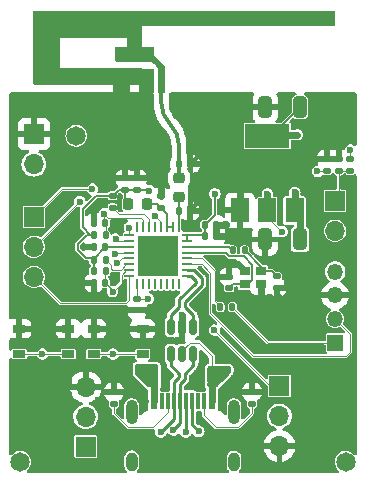
<source format=gbr>
%TF.GenerationSoftware,KiCad,Pcbnew,7.0.6-rc3*%
%TF.CreationDate,2023-07-14T23:43:46-04:00*%
%TF.ProjectId,esp,6573702e-6b69-4636-9164-5f7063625858,rev?*%
%TF.SameCoordinates,Original*%
%TF.FileFunction,Copper,L1,Top*%
%TF.FilePolarity,Positive*%
%FSLAX46Y46*%
G04 Gerber Fmt 4.6, Leading zero omitted, Abs format (unit mm)*
G04 Created by KiCad (PCBNEW 7.0.6-rc3) date 2023-07-14 23:43:46*
%MOMM*%
%LPD*%
G01*
G04 APERTURE LIST*
G04 Aperture macros list*
%AMRoundRect*
0 Rectangle with rounded corners*
0 $1 Rounding radius*
0 $2 $3 $4 $5 $6 $7 $8 $9 X,Y pos of 4 corners*
0 Add a 4 corners polygon primitive as box body*
4,1,4,$2,$3,$4,$5,$6,$7,$8,$9,$2,$3,0*
0 Add four circle primitives for the rounded corners*
1,1,$1+$1,$2,$3*
1,1,$1+$1,$4,$5*
1,1,$1+$1,$6,$7*
1,1,$1+$1,$8,$9*
0 Add four rect primitives between the rounded corners*
20,1,$1+$1,$2,$3,$4,$5,0*
20,1,$1+$1,$4,$5,$6,$7,0*
20,1,$1+$1,$6,$7,$8,$9,0*
20,1,$1+$1,$8,$9,$2,$3,0*%
G04 Aperture macros list end*
%TA.AperFunction,EtchedComponent*%
%ADD10C,0.010000*%
%TD*%
%TA.AperFunction,SMDPad,CuDef*%
%ADD11RoundRect,0.135000X0.185000X-0.135000X0.185000X0.135000X-0.185000X0.135000X-0.185000X-0.135000X0*%
%TD*%
%TA.AperFunction,SMDPad,CuDef*%
%ADD12R,0.600000X1.450000*%
%TD*%
%TA.AperFunction,SMDPad,CuDef*%
%ADD13R,0.300000X1.450000*%
%TD*%
%TA.AperFunction,ComponentPad*%
%ADD14O,1.000000X2.100000*%
%TD*%
%TA.AperFunction,ComponentPad*%
%ADD15O,1.000000X1.600000*%
%TD*%
%TA.AperFunction,SMDPad,CuDef*%
%ADD16RoundRect,0.135000X-0.185000X0.135000X-0.185000X-0.135000X0.185000X-0.135000X0.185000X0.135000X0*%
%TD*%
%TA.AperFunction,ComponentPad*%
%ADD17R,1.700000X1.700000*%
%TD*%
%TA.AperFunction,ComponentPad*%
%ADD18O,1.700000X1.700000*%
%TD*%
%TA.AperFunction,SMDPad,CuDef*%
%ADD19RoundRect,0.140000X0.170000X-0.140000X0.170000X0.140000X-0.170000X0.140000X-0.170000X-0.140000X0*%
%TD*%
%TA.AperFunction,SMDPad,CuDef*%
%ADD20RoundRect,0.250000X0.325000X0.650000X-0.325000X0.650000X-0.325000X-0.650000X0.325000X-0.650000X0*%
%TD*%
%TA.AperFunction,ComponentPad*%
%ADD21C,1.650000*%
%TD*%
%TA.AperFunction,SMDPad,CuDef*%
%ADD22RoundRect,0.218750X-0.218750X-0.256250X0.218750X-0.256250X0.218750X0.256250X-0.218750X0.256250X0*%
%TD*%
%TA.AperFunction,SMDPad,CuDef*%
%ADD23RoundRect,0.218750X-0.256250X0.218750X-0.256250X-0.218750X0.256250X-0.218750X0.256250X0.218750X0*%
%TD*%
%TA.AperFunction,ConnectorPad*%
%ADD24R,0.468800X0.450000*%
%TD*%
%TA.AperFunction,ConnectorPad*%
%ADD25R,1.365500X0.450000*%
%TD*%
%TA.AperFunction,ConnectorPad*%
%ADD26R,1.212000X0.450000*%
%TD*%
%TA.AperFunction,SMDPad,CuDef*%
%ADD27RoundRect,0.140000X0.140000X0.170000X-0.140000X0.170000X-0.140000X-0.170000X0.140000X-0.170000X0*%
%TD*%
%TA.AperFunction,ComponentPad*%
%ADD28R,1.350000X1.350000*%
%TD*%
%TA.AperFunction,ComponentPad*%
%ADD29O,1.350000X1.350000*%
%TD*%
%TA.AperFunction,SMDPad,CuDef*%
%ADD30RoundRect,0.135000X-0.135000X-0.185000X0.135000X-0.185000X0.135000X0.185000X-0.135000X0.185000X0*%
%TD*%
%TA.AperFunction,SMDPad,CuDef*%
%ADD31RoundRect,0.062500X-0.062500X0.375000X-0.062500X-0.375000X0.062500X-0.375000X0.062500X0.375000X0*%
%TD*%
%TA.AperFunction,SMDPad,CuDef*%
%ADD32RoundRect,0.062500X-0.375000X0.062500X-0.375000X-0.062500X0.375000X-0.062500X0.375000X0.062500X0*%
%TD*%
%TA.AperFunction,SMDPad,CuDef*%
%ADD33R,3.450000X3.450000*%
%TD*%
%TA.AperFunction,SMDPad,CuDef*%
%ADD34R,0.900000X0.800000*%
%TD*%
%TA.AperFunction,SMDPad,CuDef*%
%ADD35RoundRect,0.135000X0.135000X0.185000X-0.135000X0.185000X-0.135000X-0.185000X0.135000X-0.185000X0*%
%TD*%
%TA.AperFunction,SMDPad,CuDef*%
%ADD36RoundRect,0.140000X-0.170000X0.140000X-0.170000X-0.140000X0.170000X-0.140000X0.170000X0.140000X0*%
%TD*%
%TA.AperFunction,SMDPad,CuDef*%
%ADD37RoundRect,0.140000X-0.140000X-0.170000X0.140000X-0.170000X0.140000X0.170000X-0.140000X0.170000X0*%
%TD*%
%TA.AperFunction,SMDPad,CuDef*%
%ADD38RoundRect,0.150000X-0.150000X0.512500X-0.150000X-0.512500X0.150000X-0.512500X0.150000X0.512500X0*%
%TD*%
%TA.AperFunction,SMDPad,CuDef*%
%ADD39R,1.050000X0.650000*%
%TD*%
%TA.AperFunction,SMDPad,CuDef*%
%ADD40R,1.500000X2.000000*%
%TD*%
%TA.AperFunction,SMDPad,CuDef*%
%ADD41R,3.800000X2.000000*%
%TD*%
%TA.AperFunction,ViaPad*%
%ADD42C,0.600000*%
%TD*%
%TA.AperFunction,Conductor*%
%ADD43C,0.200000*%
%TD*%
%TA.AperFunction,Conductor*%
%ADD44C,0.100000*%
%TD*%
%TA.AperFunction,Conductor*%
%ADD45C,0.600000*%
%TD*%
%TA.AperFunction,Conductor*%
%ADD46C,0.349300*%
%TD*%
%TA.AperFunction,Conductor*%
%ADD47C,0.286000*%
%TD*%
%TA.AperFunction,Conductor*%
%ADD48C,0.781000*%
%TD*%
G04 APERTURE END LIST*
%TO.C,AE201*%
D10*
X120275217Y-56930084D02*
X120738551Y-56930085D01*
X121188319Y-56930088D01*
X121624721Y-56930093D01*
X122047962Y-56930099D01*
X122458241Y-56930107D01*
X122855762Y-56930117D01*
X123240727Y-56930130D01*
X123613336Y-56930145D01*
X123973793Y-56930164D01*
X124322300Y-56930185D01*
X124659058Y-56930209D01*
X124984269Y-56930237D01*
X125298136Y-56930269D01*
X125600860Y-56930305D01*
X125892644Y-56930345D01*
X126173689Y-56930390D01*
X126444197Y-56930439D01*
X126704372Y-56930493D01*
X126954413Y-56930552D01*
X127194524Y-56930617D01*
X127424907Y-56930687D01*
X127645763Y-56930763D01*
X127857295Y-56930845D01*
X128059704Y-56930934D01*
X128253193Y-56931029D01*
X128437964Y-56931130D01*
X128614218Y-56931239D01*
X128782157Y-56931355D01*
X128941985Y-56931478D01*
X129093902Y-56931609D01*
X129238110Y-56931747D01*
X129374813Y-56931894D01*
X129504210Y-56932049D01*
X129626506Y-56932213D01*
X129741901Y-56932386D01*
X129850598Y-56932567D01*
X129952799Y-56932758D01*
X130048706Y-56932958D01*
X130138520Y-56933168D01*
X130222444Y-56933388D01*
X130300680Y-56933618D01*
X130373429Y-56933859D01*
X130440894Y-56934110D01*
X130503278Y-56934372D01*
X130560781Y-56934645D01*
X130613605Y-56934929D01*
X130661954Y-56935225D01*
X130706028Y-56935532D01*
X130746031Y-56935852D01*
X130782163Y-56936184D01*
X130814627Y-56936528D01*
X130843625Y-56936885D01*
X130869359Y-56937255D01*
X130892031Y-56937638D01*
X130911843Y-56938034D01*
X130928996Y-56938444D01*
X130943694Y-56938868D01*
X130956138Y-56939306D01*
X130966529Y-56939758D01*
X130975071Y-56940224D01*
X130981964Y-56940705D01*
X130987412Y-56941202D01*
X130991616Y-56941713D01*
X130994777Y-56942240D01*
X130997099Y-56942782D01*
X130998783Y-56943341D01*
X131000031Y-56943915D01*
X131000975Y-56944462D01*
X131009828Y-56949760D01*
X131017535Y-56954629D01*
X131024171Y-56960058D01*
X131029811Y-56967037D01*
X131034531Y-56976553D01*
X131038405Y-56989597D01*
X131041510Y-57007158D01*
X131043921Y-57030223D01*
X131045713Y-57059782D01*
X131046962Y-57096825D01*
X131047742Y-57142339D01*
X131048129Y-57197314D01*
X131048199Y-57262739D01*
X131048026Y-57339603D01*
X131047687Y-57428895D01*
X131047257Y-57531603D01*
X131047179Y-57550807D01*
X131044983Y-58095029D01*
X131026763Y-58114527D01*
X131008349Y-58131120D01*
X130989235Y-58144069D01*
X130988860Y-58144265D01*
X130986344Y-58144795D01*
X130980705Y-58145306D01*
X130971705Y-58145800D01*
X130959104Y-58146276D01*
X130942663Y-58146735D01*
X130922144Y-58147177D01*
X130897305Y-58147603D01*
X130867910Y-58148012D01*
X130833718Y-58148405D01*
X130794490Y-58148783D01*
X130749987Y-58149146D01*
X130699970Y-58149493D01*
X130644200Y-58149825D01*
X130582436Y-58150144D01*
X130514441Y-58150447D01*
X130439976Y-58150738D01*
X130358799Y-58151014D01*
X130270674Y-58151277D01*
X130175360Y-58151528D01*
X130072618Y-58151765D01*
X129962209Y-58151991D01*
X129843894Y-58152204D01*
X129717434Y-58152406D01*
X129582589Y-58152596D01*
X129439121Y-58152775D01*
X129286789Y-58152943D01*
X129125355Y-58153100D01*
X128954580Y-58153248D01*
X128774225Y-58153385D01*
X128584050Y-58153513D01*
X128383815Y-58153631D01*
X128173283Y-58153740D01*
X127952213Y-58153841D01*
X127720367Y-58153933D01*
X127477506Y-58154017D01*
X127223389Y-58154093D01*
X126957778Y-58154162D01*
X126680434Y-58154223D01*
X126391117Y-58154277D01*
X126089589Y-58154325D01*
X125775610Y-58154366D01*
X125448941Y-58154402D01*
X125109343Y-58154431D01*
X124756576Y-58154456D01*
X124390401Y-58154475D01*
X124010580Y-58154489D01*
X123616873Y-58154498D01*
X123209040Y-58154504D01*
X122834987Y-58154505D01*
X114700794Y-58154505D01*
X114700794Y-59939738D01*
X115615486Y-59943802D01*
X115639283Y-59960776D01*
X115649933Y-59968478D01*
X115658775Y-59975927D01*
X115665975Y-59984482D01*
X115671703Y-59995503D01*
X115676128Y-60010349D01*
X115679416Y-60030379D01*
X115681737Y-60056954D01*
X115683259Y-60091432D01*
X115684151Y-60135173D01*
X115684580Y-60189537D01*
X115684716Y-60255882D01*
X115684725Y-60327712D01*
X115684725Y-60635818D01*
X116127820Y-61080599D01*
X116210281Y-61163468D01*
X116282913Y-61236674D01*
X116346266Y-61300791D01*
X116400890Y-61356393D01*
X116447334Y-61404053D01*
X116486148Y-61444345D01*
X116517880Y-61477843D01*
X116543082Y-61505120D01*
X116562301Y-61526749D01*
X116576088Y-61543306D01*
X116584993Y-61555362D01*
X116588810Y-61561822D01*
X116606705Y-61598264D01*
X116610535Y-63788422D01*
X116151181Y-63788422D01*
X116151181Y-61758544D01*
X115843216Y-61450642D01*
X115535250Y-61142741D01*
X114052097Y-61142729D01*
X113878767Y-61142723D01*
X113719416Y-61142704D01*
X113573448Y-61142666D01*
X113440265Y-61142605D01*
X113319270Y-61142516D01*
X113209866Y-61142394D01*
X113111455Y-61142233D01*
X113023440Y-61142029D01*
X112945224Y-61141777D01*
X112876210Y-61141471D01*
X112815801Y-61141106D01*
X112763399Y-61140678D01*
X112718407Y-61140181D01*
X112680229Y-61139610D01*
X112648265Y-61138961D01*
X112621921Y-61138227D01*
X112600598Y-61137405D01*
X112583698Y-61136489D01*
X112570626Y-61135474D01*
X112560783Y-61134355D01*
X112553573Y-61133127D01*
X112548398Y-61131785D01*
X112544661Y-61130323D01*
X112543952Y-61129975D01*
X112522605Y-61115540D01*
X112504738Y-61097814D01*
X112503866Y-61096657D01*
X112500991Y-61092475D01*
X112498502Y-61087635D01*
X112496366Y-61081105D01*
X112494552Y-61071858D01*
X112493027Y-61058862D01*
X112491760Y-61041088D01*
X112490718Y-61017505D01*
X112489870Y-60987085D01*
X112489182Y-60948797D01*
X112488624Y-60901612D01*
X112488163Y-60844498D01*
X112487767Y-60776428D01*
X112487403Y-60696370D01*
X112487041Y-60603294D01*
X112486844Y-60550029D01*
X112486440Y-60446155D01*
X112486102Y-60355858D01*
X112485928Y-60278138D01*
X112486013Y-60211995D01*
X112486453Y-60156430D01*
X112487343Y-60110442D01*
X112488780Y-60073032D01*
X112490859Y-60043200D01*
X112493676Y-60019946D01*
X112497326Y-60002270D01*
X112501906Y-59989173D01*
X112507511Y-59979654D01*
X112514237Y-59972714D01*
X112522180Y-59967353D01*
X112531435Y-59962571D01*
X112542099Y-59957368D01*
X112543696Y-59956557D01*
X112575676Y-59940158D01*
X113469058Y-59940158D01*
X113469058Y-59145725D01*
X107718488Y-59145725D01*
X107720330Y-60466743D01*
X107722171Y-61787762D01*
X111669149Y-61791406D01*
X111955982Y-61791672D01*
X112228600Y-61791929D01*
X112487366Y-61792177D01*
X112732644Y-61792418D01*
X112964795Y-61792654D01*
X113184183Y-61792886D01*
X113391169Y-61793117D01*
X113586117Y-61793346D01*
X113769388Y-61793577D01*
X113941347Y-61793810D01*
X114102354Y-61794047D01*
X114252774Y-61794290D01*
X114392967Y-61794540D01*
X114523298Y-61794798D01*
X114644129Y-61795066D01*
X114755821Y-61795347D01*
X114858739Y-61795640D01*
X114953243Y-61795948D01*
X115039698Y-61796272D01*
X115118465Y-61796615D01*
X115189908Y-61796976D01*
X115254388Y-61797359D01*
X115312269Y-61797764D01*
X115363912Y-61798193D01*
X115409681Y-61798647D01*
X115449939Y-61799128D01*
X115485047Y-61799638D01*
X115515368Y-61800179D01*
X115541265Y-61800750D01*
X115563101Y-61801355D01*
X115581238Y-61801995D01*
X115596039Y-61802671D01*
X115607866Y-61803384D01*
X115617082Y-61804137D01*
X115624050Y-61804931D01*
X115629131Y-61805767D01*
X115632690Y-61806648D01*
X115635087Y-61807573D01*
X115636197Y-61808201D01*
X115654133Y-61823895D01*
X115669942Y-61843792D01*
X115670469Y-61844643D01*
X115672507Y-61848277D01*
X115674341Y-61852647D01*
X115675980Y-61858504D01*
X115677436Y-61866599D01*
X115678720Y-61877684D01*
X115679843Y-61892508D01*
X115680815Y-61911823D01*
X115681647Y-61936380D01*
X115682351Y-61966931D01*
X115682937Y-62004225D01*
X115683416Y-62049015D01*
X115683798Y-62102051D01*
X115684095Y-62164085D01*
X115684318Y-62235866D01*
X115684477Y-62318147D01*
X115684584Y-62411678D01*
X115684648Y-62517210D01*
X115684682Y-62635495D01*
X115684696Y-62767283D01*
X115684698Y-62828178D01*
X115684725Y-63788422D01*
X114482143Y-63788422D01*
X114482143Y-63147045D01*
X113687709Y-63147045D01*
X113687709Y-63788422D01*
X112332071Y-63788422D01*
X112332071Y-63119955D01*
X111845572Y-63115254D01*
X111802928Y-63114875D01*
X111746317Y-63114427D01*
X111676345Y-63113912D01*
X111593623Y-63113334D01*
X111498757Y-63112697D01*
X111392356Y-63112005D01*
X111275030Y-63111260D01*
X111147385Y-63110467D01*
X111010030Y-63109629D01*
X110863575Y-63108749D01*
X110708627Y-63107832D01*
X110545794Y-63106880D01*
X110375685Y-63105898D01*
X110198909Y-63104888D01*
X110016074Y-63103855D01*
X109827787Y-63102802D01*
X109634658Y-63101733D01*
X109437295Y-63100650D01*
X109236306Y-63099559D01*
X109032300Y-63098461D01*
X108825884Y-63097361D01*
X108617669Y-63096263D01*
X108483807Y-63095563D01*
X108279751Y-63094490D01*
X108079344Y-63093419D01*
X107883082Y-63092352D01*
X107691459Y-63091293D01*
X107504971Y-63090245D01*
X107324113Y-63089211D01*
X107149381Y-63088195D01*
X106981269Y-63087199D01*
X106820274Y-63086227D01*
X106666890Y-63085282D01*
X106521614Y-63084368D01*
X106384939Y-63083486D01*
X106257362Y-63082642D01*
X106139377Y-63081837D01*
X106031481Y-63081075D01*
X105934168Y-63080359D01*
X105847934Y-63079693D01*
X105773274Y-63079079D01*
X105710683Y-63078521D01*
X105660657Y-63078022D01*
X105623690Y-63077585D01*
X105600279Y-63077213D01*
X105590919Y-63076910D01*
X105590813Y-63076894D01*
X105575460Y-63069695D01*
X105556165Y-63055470D01*
X105545982Y-63046114D01*
X105528568Y-63026049D01*
X105519122Y-63006076D01*
X105514193Y-62979169D01*
X105513870Y-62969154D01*
X105513564Y-62945055D01*
X105513274Y-62907363D01*
X105513001Y-62856572D01*
X105512746Y-62793174D01*
X105512508Y-62717660D01*
X105512288Y-62630524D01*
X105512087Y-62532258D01*
X105511905Y-62423355D01*
X105511743Y-62304306D01*
X105511600Y-62175604D01*
X105511478Y-62037741D01*
X105511376Y-61891210D01*
X105511296Y-61736503D01*
X105511237Y-61574112D01*
X105511200Y-61404531D01*
X105511185Y-61228250D01*
X105511193Y-61045763D01*
X105511224Y-60857562D01*
X105511279Y-60664140D01*
X105511358Y-60465988D01*
X105511462Y-60263599D01*
X105511590Y-60057466D01*
X105511649Y-59972956D01*
X105511830Y-59725195D01*
X105512005Y-59491592D01*
X105512178Y-59271727D01*
X105512349Y-59065180D01*
X105512521Y-58871533D01*
X105512696Y-58690364D01*
X105512877Y-58521256D01*
X105513065Y-58363789D01*
X105513263Y-58217543D01*
X105513472Y-58082099D01*
X105513695Y-57957037D01*
X105513934Y-57841938D01*
X105514192Y-57736382D01*
X105514469Y-57639951D01*
X105514770Y-57552224D01*
X105515094Y-57472782D01*
X105515446Y-57401207D01*
X105515826Y-57337077D01*
X105516237Y-57279974D01*
X105516681Y-57229479D01*
X105517161Y-57185172D01*
X105517678Y-57146633D01*
X105518234Y-57113444D01*
X105518833Y-57085184D01*
X105519475Y-57061434D01*
X105520163Y-57041775D01*
X105520899Y-57025788D01*
X105521685Y-57013052D01*
X105522524Y-57003149D01*
X105523417Y-56995660D01*
X105524367Y-56990163D01*
X105525375Y-56986241D01*
X105526445Y-56983474D01*
X105526901Y-56982576D01*
X105542697Y-56961773D01*
X105562725Y-56944722D01*
X105563343Y-56944339D01*
X105564400Y-56943757D01*
X105565769Y-56943191D01*
X105567652Y-56942640D01*
X105570250Y-56942106D01*
X105573767Y-56941587D01*
X105578403Y-56941082D01*
X105584361Y-56940593D01*
X105591843Y-56940119D01*
X105601051Y-56939659D01*
X105612186Y-56939214D01*
X105625452Y-56938782D01*
X105641049Y-56938365D01*
X105659180Y-56937961D01*
X105680047Y-56937570D01*
X105703851Y-56937193D01*
X105730796Y-56936828D01*
X105761082Y-56936477D01*
X105794912Y-56936137D01*
X105832488Y-56935810D01*
X105874012Y-56935495D01*
X105919685Y-56935192D01*
X105969710Y-56934901D01*
X106024289Y-56934620D01*
X106083624Y-56934351D01*
X106147917Y-56934093D01*
X106217369Y-56933846D01*
X106292183Y-56933608D01*
X106372561Y-56933382D01*
X106458704Y-56933165D01*
X106550816Y-56932958D01*
X106649097Y-56932760D01*
X106753749Y-56932572D01*
X106864976Y-56932393D01*
X106982978Y-56932223D01*
X107107958Y-56932061D01*
X107240118Y-56931908D01*
X107379659Y-56931763D01*
X107526784Y-56931626D01*
X107681695Y-56931496D01*
X107844594Y-56931374D01*
X108015682Y-56931260D01*
X108195162Y-56931152D01*
X108383236Y-56931052D01*
X108580105Y-56930958D01*
X108785972Y-56930870D01*
X109001039Y-56930788D01*
X109225507Y-56930713D01*
X109459579Y-56930643D01*
X109703457Y-56930578D01*
X109957342Y-56930519D01*
X110221437Y-56930465D01*
X110495944Y-56930416D01*
X110781065Y-56930371D01*
X111077001Y-56930330D01*
X111383954Y-56930294D01*
X111702128Y-56930261D01*
X112031723Y-56930232D01*
X112372941Y-56930207D01*
X112725985Y-56930185D01*
X113091057Y-56930166D01*
X113468359Y-56930149D01*
X113858092Y-56930135D01*
X114260459Y-56930123D01*
X114675661Y-56930114D01*
X115103901Y-56930106D01*
X115545380Y-56930100D01*
X116000301Y-56930095D01*
X116468866Y-56930092D01*
X116951276Y-56930089D01*
X117447734Y-56930087D01*
X117958442Y-56930086D01*
X118282172Y-56930085D01*
X118801793Y-56930084D01*
X119307040Y-56930083D01*
X119798114Y-56930083D01*
X120275217Y-56930084D01*
%TA.AperFunction,EtchedComponent*%
G36*
X120275217Y-56930084D02*
G01*
X120738551Y-56930085D01*
X121188319Y-56930088D01*
X121624721Y-56930093D01*
X122047962Y-56930099D01*
X122458241Y-56930107D01*
X122855762Y-56930117D01*
X123240727Y-56930130D01*
X123613336Y-56930145D01*
X123973793Y-56930164D01*
X124322300Y-56930185D01*
X124659058Y-56930209D01*
X124984269Y-56930237D01*
X125298136Y-56930269D01*
X125600860Y-56930305D01*
X125892644Y-56930345D01*
X126173689Y-56930390D01*
X126444197Y-56930439D01*
X126704372Y-56930493D01*
X126954413Y-56930552D01*
X127194524Y-56930617D01*
X127424907Y-56930687D01*
X127645763Y-56930763D01*
X127857295Y-56930845D01*
X128059704Y-56930934D01*
X128253193Y-56931029D01*
X128437964Y-56931130D01*
X128614218Y-56931239D01*
X128782157Y-56931355D01*
X128941985Y-56931478D01*
X129093902Y-56931609D01*
X129238110Y-56931747D01*
X129374813Y-56931894D01*
X129504210Y-56932049D01*
X129626506Y-56932213D01*
X129741901Y-56932386D01*
X129850598Y-56932567D01*
X129952799Y-56932758D01*
X130048706Y-56932958D01*
X130138520Y-56933168D01*
X130222444Y-56933388D01*
X130300680Y-56933618D01*
X130373429Y-56933859D01*
X130440894Y-56934110D01*
X130503278Y-56934372D01*
X130560781Y-56934645D01*
X130613605Y-56934929D01*
X130661954Y-56935225D01*
X130706028Y-56935532D01*
X130746031Y-56935852D01*
X130782163Y-56936184D01*
X130814627Y-56936528D01*
X130843625Y-56936885D01*
X130869359Y-56937255D01*
X130892031Y-56937638D01*
X130911843Y-56938034D01*
X130928996Y-56938444D01*
X130943694Y-56938868D01*
X130956138Y-56939306D01*
X130966529Y-56939758D01*
X130975071Y-56940224D01*
X130981964Y-56940705D01*
X130987412Y-56941202D01*
X130991616Y-56941713D01*
X130994777Y-56942240D01*
X130997099Y-56942782D01*
X130998783Y-56943341D01*
X131000031Y-56943915D01*
X131000975Y-56944462D01*
X131009828Y-56949760D01*
X131017535Y-56954629D01*
X131024171Y-56960058D01*
X131029811Y-56967037D01*
X131034531Y-56976553D01*
X131038405Y-56989597D01*
X131041510Y-57007158D01*
X131043921Y-57030223D01*
X131045713Y-57059782D01*
X131046962Y-57096825D01*
X131047742Y-57142339D01*
X131048129Y-57197314D01*
X131048199Y-57262739D01*
X131048026Y-57339603D01*
X131047687Y-57428895D01*
X131047257Y-57531603D01*
X131047179Y-57550807D01*
X131044983Y-58095029D01*
X131026763Y-58114527D01*
X131008349Y-58131120D01*
X130989235Y-58144069D01*
X130988860Y-58144265D01*
X130986344Y-58144795D01*
X130980705Y-58145306D01*
X130971705Y-58145800D01*
X130959104Y-58146276D01*
X130942663Y-58146735D01*
X130922144Y-58147177D01*
X130897305Y-58147603D01*
X130867910Y-58148012D01*
X130833718Y-58148405D01*
X130794490Y-58148783D01*
X130749987Y-58149146D01*
X130699970Y-58149493D01*
X130644200Y-58149825D01*
X130582436Y-58150144D01*
X130514441Y-58150447D01*
X130439976Y-58150738D01*
X130358799Y-58151014D01*
X130270674Y-58151277D01*
X130175360Y-58151528D01*
X130072618Y-58151765D01*
X129962209Y-58151991D01*
X129843894Y-58152204D01*
X129717434Y-58152406D01*
X129582589Y-58152596D01*
X129439121Y-58152775D01*
X129286789Y-58152943D01*
X129125355Y-58153100D01*
X128954580Y-58153248D01*
X128774225Y-58153385D01*
X128584050Y-58153513D01*
X128383815Y-58153631D01*
X128173283Y-58153740D01*
X127952213Y-58153841D01*
X127720367Y-58153933D01*
X127477506Y-58154017D01*
X127223389Y-58154093D01*
X126957778Y-58154162D01*
X126680434Y-58154223D01*
X126391117Y-58154277D01*
X126089589Y-58154325D01*
X125775610Y-58154366D01*
X125448941Y-58154402D01*
X125109343Y-58154431D01*
X124756576Y-58154456D01*
X124390401Y-58154475D01*
X124010580Y-58154489D01*
X123616873Y-58154498D01*
X123209040Y-58154504D01*
X122834987Y-58154505D01*
X114700794Y-58154505D01*
X114700794Y-59939738D01*
X115615486Y-59943802D01*
X115639283Y-59960776D01*
X115649933Y-59968478D01*
X115658775Y-59975927D01*
X115665975Y-59984482D01*
X115671703Y-59995503D01*
X115676128Y-60010349D01*
X115679416Y-60030379D01*
X115681737Y-60056954D01*
X115683259Y-60091432D01*
X115684151Y-60135173D01*
X115684580Y-60189537D01*
X115684716Y-60255882D01*
X115684725Y-60327712D01*
X115684725Y-60635818D01*
X116127820Y-61080599D01*
X116210281Y-61163468D01*
X116282913Y-61236674D01*
X116346266Y-61300791D01*
X116400890Y-61356393D01*
X116447334Y-61404053D01*
X116486148Y-61444345D01*
X116517880Y-61477843D01*
X116543082Y-61505120D01*
X116562301Y-61526749D01*
X116576088Y-61543306D01*
X116584993Y-61555362D01*
X116588810Y-61561822D01*
X116606705Y-61598264D01*
X116610535Y-63788422D01*
X116151181Y-63788422D01*
X116151181Y-61758544D01*
X115843216Y-61450642D01*
X115535250Y-61142741D01*
X114052097Y-61142729D01*
X113878767Y-61142723D01*
X113719416Y-61142704D01*
X113573448Y-61142666D01*
X113440265Y-61142605D01*
X113319270Y-61142516D01*
X113209866Y-61142394D01*
X113111455Y-61142233D01*
X113023440Y-61142029D01*
X112945224Y-61141777D01*
X112876210Y-61141471D01*
X112815801Y-61141106D01*
X112763399Y-61140678D01*
X112718407Y-61140181D01*
X112680229Y-61139610D01*
X112648265Y-61138961D01*
X112621921Y-61138227D01*
X112600598Y-61137405D01*
X112583698Y-61136489D01*
X112570626Y-61135474D01*
X112560783Y-61134355D01*
X112553573Y-61133127D01*
X112548398Y-61131785D01*
X112544661Y-61130323D01*
X112543952Y-61129975D01*
X112522605Y-61115540D01*
X112504738Y-61097814D01*
X112503866Y-61096657D01*
X112500991Y-61092475D01*
X112498502Y-61087635D01*
X112496366Y-61081105D01*
X112494552Y-61071858D01*
X112493027Y-61058862D01*
X112491760Y-61041088D01*
X112490718Y-61017505D01*
X112489870Y-60987085D01*
X112489182Y-60948797D01*
X112488624Y-60901612D01*
X112488163Y-60844498D01*
X112487767Y-60776428D01*
X112487403Y-60696370D01*
X112487041Y-60603294D01*
X112486844Y-60550029D01*
X112486440Y-60446155D01*
X112486102Y-60355858D01*
X112485928Y-60278138D01*
X112486013Y-60211995D01*
X112486453Y-60156430D01*
X112487343Y-60110442D01*
X112488780Y-60073032D01*
X112490859Y-60043200D01*
X112493676Y-60019946D01*
X112497326Y-60002270D01*
X112501906Y-59989173D01*
X112507511Y-59979654D01*
X112514237Y-59972714D01*
X112522180Y-59967353D01*
X112531435Y-59962571D01*
X112542099Y-59957368D01*
X112543696Y-59956557D01*
X112575676Y-59940158D01*
X113469058Y-59940158D01*
X113469058Y-59145725D01*
X107718488Y-59145725D01*
X107720330Y-60466743D01*
X107722171Y-61787762D01*
X111669149Y-61791406D01*
X111955982Y-61791672D01*
X112228600Y-61791929D01*
X112487366Y-61792177D01*
X112732644Y-61792418D01*
X112964795Y-61792654D01*
X113184183Y-61792886D01*
X113391169Y-61793117D01*
X113586117Y-61793346D01*
X113769388Y-61793577D01*
X113941347Y-61793810D01*
X114102354Y-61794047D01*
X114252774Y-61794290D01*
X114392967Y-61794540D01*
X114523298Y-61794798D01*
X114644129Y-61795066D01*
X114755821Y-61795347D01*
X114858739Y-61795640D01*
X114953243Y-61795948D01*
X115039698Y-61796272D01*
X115118465Y-61796615D01*
X115189908Y-61796976D01*
X115254388Y-61797359D01*
X115312269Y-61797764D01*
X115363912Y-61798193D01*
X115409681Y-61798647D01*
X115449939Y-61799128D01*
X115485047Y-61799638D01*
X115515368Y-61800179D01*
X115541265Y-61800750D01*
X115563101Y-61801355D01*
X115581238Y-61801995D01*
X115596039Y-61802671D01*
X115607866Y-61803384D01*
X115617082Y-61804137D01*
X115624050Y-61804931D01*
X115629131Y-61805767D01*
X115632690Y-61806648D01*
X115635087Y-61807573D01*
X115636197Y-61808201D01*
X115654133Y-61823895D01*
X115669942Y-61843792D01*
X115670469Y-61844643D01*
X115672507Y-61848277D01*
X115674341Y-61852647D01*
X115675980Y-61858504D01*
X115677436Y-61866599D01*
X115678720Y-61877684D01*
X115679843Y-61892508D01*
X115680815Y-61911823D01*
X115681647Y-61936380D01*
X115682351Y-61966931D01*
X115682937Y-62004225D01*
X115683416Y-62049015D01*
X115683798Y-62102051D01*
X115684095Y-62164085D01*
X115684318Y-62235866D01*
X115684477Y-62318147D01*
X115684584Y-62411678D01*
X115684648Y-62517210D01*
X115684682Y-62635495D01*
X115684696Y-62767283D01*
X115684698Y-62828178D01*
X115684725Y-63788422D01*
X114482143Y-63788422D01*
X114482143Y-63147045D01*
X113687709Y-63147045D01*
X113687709Y-63788422D01*
X112332071Y-63788422D01*
X112332071Y-63119955D01*
X111845572Y-63115254D01*
X111802928Y-63114875D01*
X111746317Y-63114427D01*
X111676345Y-63113912D01*
X111593623Y-63113334D01*
X111498757Y-63112697D01*
X111392356Y-63112005D01*
X111275030Y-63111260D01*
X111147385Y-63110467D01*
X111010030Y-63109629D01*
X110863575Y-63108749D01*
X110708627Y-63107832D01*
X110545794Y-63106880D01*
X110375685Y-63105898D01*
X110198909Y-63104888D01*
X110016074Y-63103855D01*
X109827787Y-63102802D01*
X109634658Y-63101733D01*
X109437295Y-63100650D01*
X109236306Y-63099559D01*
X109032300Y-63098461D01*
X108825884Y-63097361D01*
X108617669Y-63096263D01*
X108483807Y-63095563D01*
X108279751Y-63094490D01*
X108079344Y-63093419D01*
X107883082Y-63092352D01*
X107691459Y-63091293D01*
X107504971Y-63090245D01*
X107324113Y-63089211D01*
X107149381Y-63088195D01*
X106981269Y-63087199D01*
X106820274Y-63086227D01*
X106666890Y-63085282D01*
X106521614Y-63084368D01*
X106384939Y-63083486D01*
X106257362Y-63082642D01*
X106139377Y-63081837D01*
X106031481Y-63081075D01*
X105934168Y-63080359D01*
X105847934Y-63079693D01*
X105773274Y-63079079D01*
X105710683Y-63078521D01*
X105660657Y-63078022D01*
X105623690Y-63077585D01*
X105600279Y-63077213D01*
X105590919Y-63076910D01*
X105590813Y-63076894D01*
X105575460Y-63069695D01*
X105556165Y-63055470D01*
X105545982Y-63046114D01*
X105528568Y-63026049D01*
X105519122Y-63006076D01*
X105514193Y-62979169D01*
X105513870Y-62969154D01*
X105513564Y-62945055D01*
X105513274Y-62907363D01*
X105513001Y-62856572D01*
X105512746Y-62793174D01*
X105512508Y-62717660D01*
X105512288Y-62630524D01*
X105512087Y-62532258D01*
X105511905Y-62423355D01*
X105511743Y-62304306D01*
X105511600Y-62175604D01*
X105511478Y-62037741D01*
X105511376Y-61891210D01*
X105511296Y-61736503D01*
X105511237Y-61574112D01*
X105511200Y-61404531D01*
X105511185Y-61228250D01*
X105511193Y-61045763D01*
X105511224Y-60857562D01*
X105511279Y-60664140D01*
X105511358Y-60465988D01*
X105511462Y-60263599D01*
X105511590Y-60057466D01*
X105511649Y-59972956D01*
X105511830Y-59725195D01*
X105512005Y-59491592D01*
X105512178Y-59271727D01*
X105512349Y-59065180D01*
X105512521Y-58871533D01*
X105512696Y-58690364D01*
X105512877Y-58521256D01*
X105513065Y-58363789D01*
X105513263Y-58217543D01*
X105513472Y-58082099D01*
X105513695Y-57957037D01*
X105513934Y-57841938D01*
X105514192Y-57736382D01*
X105514469Y-57639951D01*
X105514770Y-57552224D01*
X105515094Y-57472782D01*
X105515446Y-57401207D01*
X105515826Y-57337077D01*
X105516237Y-57279974D01*
X105516681Y-57229479D01*
X105517161Y-57185172D01*
X105517678Y-57146633D01*
X105518234Y-57113444D01*
X105518833Y-57085184D01*
X105519475Y-57061434D01*
X105520163Y-57041775D01*
X105520899Y-57025788D01*
X105521685Y-57013052D01*
X105522524Y-57003149D01*
X105523417Y-56995660D01*
X105524367Y-56990163D01*
X105525375Y-56986241D01*
X105526445Y-56983474D01*
X105526901Y-56982576D01*
X105542697Y-56961773D01*
X105562725Y-56944722D01*
X105563343Y-56944339D01*
X105564400Y-56943757D01*
X105565769Y-56943191D01*
X105567652Y-56942640D01*
X105570250Y-56942106D01*
X105573767Y-56941587D01*
X105578403Y-56941082D01*
X105584361Y-56940593D01*
X105591843Y-56940119D01*
X105601051Y-56939659D01*
X105612186Y-56939214D01*
X105625452Y-56938782D01*
X105641049Y-56938365D01*
X105659180Y-56937961D01*
X105680047Y-56937570D01*
X105703851Y-56937193D01*
X105730796Y-56936828D01*
X105761082Y-56936477D01*
X105794912Y-56936137D01*
X105832488Y-56935810D01*
X105874012Y-56935495D01*
X105919685Y-56935192D01*
X105969710Y-56934901D01*
X106024289Y-56934620D01*
X106083624Y-56934351D01*
X106147917Y-56934093D01*
X106217369Y-56933846D01*
X106292183Y-56933608D01*
X106372561Y-56933382D01*
X106458704Y-56933165D01*
X106550816Y-56932958D01*
X106649097Y-56932760D01*
X106753749Y-56932572D01*
X106864976Y-56932393D01*
X106982978Y-56932223D01*
X107107958Y-56932061D01*
X107240118Y-56931908D01*
X107379659Y-56931763D01*
X107526784Y-56931626D01*
X107681695Y-56931496D01*
X107844594Y-56931374D01*
X108015682Y-56931260D01*
X108195162Y-56931152D01*
X108383236Y-56931052D01*
X108580105Y-56930958D01*
X108785972Y-56930870D01*
X109001039Y-56930788D01*
X109225507Y-56930713D01*
X109459579Y-56930643D01*
X109703457Y-56930578D01*
X109957342Y-56930519D01*
X110221437Y-56930465D01*
X110495944Y-56930416D01*
X110781065Y-56930371D01*
X111077001Y-56930330D01*
X111383954Y-56930294D01*
X111702128Y-56930261D01*
X112031723Y-56930232D01*
X112372941Y-56930207D01*
X112725985Y-56930185D01*
X113091057Y-56930166D01*
X113468359Y-56930149D01*
X113858092Y-56930135D01*
X114260459Y-56930123D01*
X114675661Y-56930114D01*
X115103901Y-56930106D01*
X115545380Y-56930100D01*
X116000301Y-56930095D01*
X116468866Y-56930092D01*
X116951276Y-56930089D01*
X117447734Y-56930087D01*
X117958442Y-56930086D01*
X118282172Y-56930085D01*
X118801793Y-56930084D01*
X119307040Y-56930083D01*
X119798114Y-56930083D01*
X120275217Y-56930084D01*
G37*
%TD.AperFunction*%
%TD*%
D11*
%TO.P,R303,1*%
%TO.N,/power-usb/CC2*%
X124060000Y-90190000D03*
%TO.P,R303,2*%
%TO.N,GND*%
X124060000Y-89170000D03*
%TD*%
D12*
%TO.P,P301,A1,GND*%
%TO.N,GND*%
X114970000Y-89975000D03*
%TO.P,P301,A4,VBUS*%
%TO.N,+5V*%
X115770000Y-89975000D03*
D13*
%TO.P,P301,A5,CC*%
%TO.N,/power-usb/CC*%
X116970000Y-89975000D03*
%TO.P,P301,A6,D+*%
%TO.N,/power-usb/NOFILTER_D+*%
X117970000Y-89975000D03*
%TO.P,P301,A7,D-*%
%TO.N,/power-usb/NOFILTER_D-*%
X118470000Y-89975000D03*
%TO.P,P301,A8*%
%TO.N,N/C*%
X119470000Y-89975000D03*
D12*
%TO.P,P301,A9,VBUS*%
%TO.N,+5V*%
X120670000Y-89975000D03*
%TO.P,P301,A12,GND*%
%TO.N,GND*%
X121470000Y-89975000D03*
%TO.P,P301,B1,GND*%
X121470000Y-89975000D03*
%TO.P,P301,B4,VBUS*%
%TO.N,+5V*%
X120670000Y-89975000D03*
D13*
%TO.P,P301,B5,VCONN*%
%TO.N,/power-usb/CC2*%
X119970000Y-89975000D03*
%TO.P,P301,B6,D+*%
%TO.N,/power-usb/NOFILTER_D+*%
X118970000Y-89975000D03*
%TO.P,P301,B7,D-*%
%TO.N,/power-usb/NOFILTER_D-*%
X117470000Y-89975000D03*
%TO.P,P301,B8*%
%TO.N,N/C*%
X116470000Y-89975000D03*
D12*
%TO.P,P301,B9,VBUS*%
%TO.N,+5V*%
X115770000Y-89975000D03*
%TO.P,P301,B12,GND*%
%TO.N,GND*%
X114970000Y-89975000D03*
D14*
%TO.P,P301,S1,SHIELD*%
%TO.N,unconnected-(P301-SHIELD-PadS1)*%
X113900000Y-90890000D03*
D15*
X113900000Y-95070000D03*
D14*
X122540000Y-90890000D03*
D15*
X122540000Y-95070000D03*
%TD*%
D16*
%TO.P,R203,1*%
%TO.N,GND*%
X130420000Y-69420000D03*
%TO.P,R203,2*%
%TO.N,/esp32/PHOTORESISTOR_IN*%
X130420000Y-70440000D03*
%TD*%
D17*
%TO.P,R101,1*%
%TO.N,+1V65*%
X131105000Y-73000000D03*
D18*
%TO.P,R101,2*%
%TO.N,/esp32/PHOTORESISTOR_IN*%
X131105000Y-75540000D03*
%TD*%
D19*
%TO.P,C213,1*%
%TO.N,/esp32/XTAL_N*%
X122140000Y-80370000D03*
%TO.P,C213,2*%
%TO.N,GND*%
X122140000Y-79410000D03*
%TD*%
D20*
%TO.P,C302,1*%
%TO.N,+3V3*%
X128145000Y-65060000D03*
%TO.P,C302,2*%
%TO.N,GND*%
X125195000Y-65060000D03*
%TD*%
D19*
%TO.P,C207,1*%
%TO.N,/esp32/VDD3P3*%
X116347500Y-73592500D03*
%TO.P,C207,2*%
%TO.N,GND*%
X116347500Y-72632500D03*
%TD*%
D16*
%TO.P,R301,1*%
%TO.N,+3V3*%
X132400000Y-69420000D03*
%TO.P,R301,2*%
%TO.N,+1V65*%
X132400000Y-70440000D03*
%TD*%
D11*
%TO.P,R304,1*%
%TO.N,/power-usb/CC*%
X112380000Y-90190000D03*
%TO.P,R304,2*%
%TO.N,GND*%
X112380000Y-89170000D03*
%TD*%
D21*
%TO.P,REF\u002A\u002A,*%
%TO.N,*%
X104440000Y-95100000D03*
%TD*%
D22*
%TO.P,L202,1*%
%TO.N,+3V3*%
X113572500Y-73292500D03*
%TO.P,L202,2*%
%TO.N,/esp32/VDD3P3*%
X115147500Y-73292500D03*
%TD*%
D21*
%TO.P,REF\u002A\u002A,*%
%TO.N,*%
X109190000Y-67500000D03*
%TD*%
D23*
%TO.P,L201,1*%
%TO.N,/esp32/LNA_Z=50*%
X117890000Y-71095000D03*
%TO.P,L201,2*%
%TO.N,/esp32/LNA*%
X117890000Y-72670000D03*
%TD*%
D24*
%TO.P,AE201,1,FEED*%
%TO.N,/esp32/LNA_Z=50*%
X116380600Y-63600000D03*
D25*
%TO.P,AE201,2,PCB_Trace*%
%TO.N,GND*%
X113010000Y-63600000D03*
D26*
X115083800Y-63600000D03*
%TD*%
D27*
%TO.P,C210,1*%
%TO.N,+3V3*%
X111660000Y-76892500D03*
%TO.P,C210,2*%
%TO.N,GND*%
X110700000Y-76892500D03*
%TD*%
D11*
%TO.P,R204,1*%
%TO.N,Net-(U201-GPIO2{slash}ADC1_CH2)*%
X112260000Y-73590000D03*
%TO.P,R204,2*%
%TO.N,+3V3*%
X112260000Y-72570000D03*
%TD*%
D28*
%TO.P,J104,1,Pin_1*%
%TO.N,/UART_TX*%
X131100000Y-85000000D03*
D29*
%TO.P,J104,2,Pin_2*%
%TO.N,/UART_RX*%
X131100000Y-83000000D03*
%TO.P,J104,3,Pin_3*%
%TO.N,GND*%
X131100000Y-81000000D03*
%TO.P,J104,4,Pin_4*%
%TO.N,+5V*%
X131100000Y-79000000D03*
%TD*%
D17*
%TO.P,J105,1,Pin_1*%
%TO.N,/D0*%
X105600000Y-74360000D03*
D18*
%TO.P,J105,2,Pin_2*%
%TO.N,/D1*%
X105600000Y-76900000D03*
%TO.P,J105,3,Pin_3*%
%TO.N,/D2*%
X105600000Y-79440000D03*
%TD*%
D30*
%TO.P,R206,1*%
%TO.N,+3V3*%
X110650000Y-78980000D03*
%TO.P,R206,2*%
%TO.N,/esp32/BOOT*%
X111670000Y-78980000D03*
%TD*%
D31*
%TO.P,U201,1,LNA_IN*%
%TO.N,/esp32/LNA*%
X117860000Y-75192500D03*
%TO.P,U201,2,VDD3P3*%
%TO.N,/esp32/VDD3P3*%
X117360000Y-75192500D03*
%TO.P,U201,3,VDD3P3*%
X116860000Y-75192500D03*
%TO.P,U201,4,XTAL_32K_P/ADC1_CH0*%
%TO.N,/esp32/PHOTORESISTOR_IN*%
X116360000Y-75192500D03*
%TO.P,U201,5,XTAL_32K_N/ADC1_CH1*%
%TO.N,unconnected-(U201-XTAL_32K_N{slash}ADC1_CH1-Pad5)*%
X115860000Y-75192500D03*
%TO.P,U201,6,GPIO2/ADC1_CH2*%
%TO.N,Net-(U201-GPIO2{slash}ADC1_CH2)*%
X115360000Y-75192500D03*
%TO.P,U201,7,CHIP_EN*%
%TO.N,/esp32/RESET*%
X114860000Y-75192500D03*
%TO.P,U201,8,GPIO3/ADC1_CH3*%
%TO.N,unconnected-(U201-GPIO3{slash}ADC1_CH3-Pad8)*%
X114360000Y-75192500D03*
D32*
%TO.P,U201,9,MTMS/GPIO4/ADC1_CH4*%
%TO.N,/D0*%
X113672500Y-75880000D03*
%TO.P,U201,10,MTDI/GPIO5/ADC2_CH0*%
%TO.N,/D1*%
X113672500Y-76380000D03*
%TO.P,U201,11,VDD3P3_RTC*%
%TO.N,+3V3*%
X113672500Y-76880000D03*
%TO.P,U201,12,MTCK/GPIO6*%
%TO.N,/SERVO_B*%
X113672500Y-77380000D03*
%TO.P,U201,13,MTDO/GPIO7*%
%TO.N,/SERVO_A*%
X113672500Y-77880000D03*
%TO.P,U201,14,GPIO8*%
%TO.N,Net-(U201-GPIO8)*%
X113672500Y-78380000D03*
%TO.P,U201,15,GPIO9/BOOT*%
%TO.N,/esp32/BOOT*%
X113672500Y-78880000D03*
%TO.P,U201,16,GPIO10*%
%TO.N,/D2*%
X113672500Y-79380000D03*
D31*
%TO.P,U201,17,VDD3P3_CPU*%
%TO.N,+3V3*%
X114360000Y-80067500D03*
%TO.P,U201,18,VDD_SPI/GPIO11*%
%TO.N,unconnected-(U201-VDD_SPI{slash}GPIO11-Pad18)*%
X114860000Y-80067500D03*
%TO.P,U201,19,SPIHD/GPIO12*%
%TO.N,unconnected-(U201-SPIHD{slash}GPIO12-Pad19)*%
X115360000Y-80067500D03*
%TO.P,U201,20,SPIWP/GPIO13*%
%TO.N,unconnected-(U201-SPIWP{slash}GPIO13-Pad20)*%
X115860000Y-80067500D03*
%TO.P,U201,21,SPICS0/GPIO14*%
%TO.N,unconnected-(U201-SPICS0{slash}GPIO14-Pad21)*%
X116360000Y-80067500D03*
%TO.P,U201,22,SPICLK/GPIO15*%
%TO.N,unconnected-(U201-SPICLK{slash}GPIO15-Pad22)*%
X116860000Y-80067500D03*
%TO.P,U201,23,SPID/GPIO16*%
%TO.N,unconnected-(U201-SPID{slash}GPIO16-Pad23)*%
X117360000Y-80067500D03*
%TO.P,U201,24,SPIQ/GPIO17*%
%TO.N,unconnected-(U201-SPIQ{slash}GPIO17-Pad24)*%
X117860000Y-80067500D03*
D32*
%TO.P,U201,25,GPIO18/USB_D-*%
%TO.N,/esp32/D-*%
X118547500Y-79380000D03*
%TO.P,U201,26,GPIO19/USB_D+*%
%TO.N,/esp32/D+*%
X118547500Y-78880000D03*
%TO.P,U201,27,U0RXD/GPIO20*%
%TO.N,/UART_RX*%
X118547500Y-78380000D03*
%TO.P,U201,28,U0TXD/GPIO21*%
%TO.N,Net-(U201-U0TXD{slash}GPIO21)*%
X118547500Y-77880000D03*
%TO.P,U201,29,XTAL_N*%
%TO.N,/esp32/XTAL_N*%
X118547500Y-77380000D03*
%TO.P,U201,30,XTAL_P*%
%TO.N,/esp32/XTAL_P*%
X118547500Y-76880000D03*
%TO.P,U201,31,VDDA*%
%TO.N,+3V3*%
X118547500Y-76380000D03*
%TO.P,U201,32,VDDA*%
X118547500Y-75880000D03*
D33*
%TO.P,U201,33,GND*%
%TO.N,GND*%
X116110000Y-77630000D03*
%TD*%
D30*
%TO.P,R201,1*%
%TO.N,Net-(U201-U0TXD{slash}GPIO21)*%
X121380000Y-81990000D03*
%TO.P,R201,2*%
%TO.N,/UART_TX*%
X122400000Y-81990000D03*
%TD*%
D27*
%TO.P,C211,1*%
%TO.N,/esp32/BOOT*%
X111660000Y-79950000D03*
%TO.P,C211,2*%
%TO.N,GND*%
X110700000Y-79950000D03*
%TD*%
D34*
%TO.P,Y201,1,1*%
%TO.N,Net-(C212-Pad1)*%
X124860000Y-78950000D03*
%TO.P,Y201,2,2*%
%TO.N,GND*%
X123460000Y-78950000D03*
%TO.P,Y201,3,3*%
%TO.N,/esp32/XTAL_N*%
X123460000Y-80050000D03*
%TO.P,Y201,4,4*%
%TO.N,GND*%
X124860000Y-80050000D03*
%TD*%
D35*
%TO.P,R205,1*%
%TO.N,Net-(U201-GPIO8)*%
X111670000Y-77980000D03*
%TO.P,R205,2*%
%TO.N,+3V3*%
X110650000Y-77980000D03*
%TD*%
D30*
%TO.P,R202,1*%
%TO.N,+3V3*%
X110650000Y-75880000D03*
%TO.P,R202,2*%
%TO.N,/esp32/RESET*%
X111670000Y-75880000D03*
%TD*%
D36*
%TO.P,C212,1*%
%TO.N,Net-(C212-Pad1)*%
X126160000Y-79390000D03*
%TO.P,C212,2*%
%TO.N,GND*%
X126160000Y-80350000D03*
%TD*%
D37*
%TO.P,C202,1*%
%TO.N,/esp32/LNA*%
X117860000Y-73860000D03*
%TO.P,C202,2*%
%TO.N,GND*%
X118820000Y-73860000D03*
%TD*%
D20*
%TO.P,C301,1*%
%TO.N,+5V*%
X128135000Y-76270000D03*
%TO.P,C301,2*%
%TO.N,GND*%
X125185000Y-76270000D03*
%TD*%
D38*
%TO.P,U302,1,I/O1*%
%TO.N,/esp32/D+*%
X119110000Y-83670000D03*
%TO.P,U302,2,GND*%
%TO.N,GND*%
X118160000Y-83670000D03*
%TO.P,U302,3,I/O2*%
%TO.N,/esp32/D-*%
X117210000Y-83670000D03*
%TO.P,U302,4,I/O2*%
%TO.N,/power-usb/NOFILTER_D-*%
X117210000Y-85945000D03*
%TO.P,U302,5,VBUS*%
%TO.N,+5V*%
X118160000Y-85945000D03*
%TO.P,U302,6,I/O1*%
%TO.N,/power-usb/NOFILTER_D+*%
X119110000Y-85945000D03*
%TD*%
D27*
%TO.P,C208,1*%
%TO.N,/esp32/RESET*%
X111660000Y-74880000D03*
%TO.P,C208,2*%
%TO.N,GND*%
X110700000Y-74880000D03*
%TD*%
D36*
%TO.P,C209,1*%
%TO.N,+3V3*%
X114360000Y-81312500D03*
%TO.P,C209,2*%
%TO.N,GND*%
X114360000Y-82272500D03*
%TD*%
D37*
%TO.P,C201,1*%
%TO.N,/esp32/LNA_Z=50*%
X117890000Y-69890000D03*
%TO.P,C201,2*%
%TO.N,GND*%
X118850000Y-69890000D03*
%TD*%
D21*
%TO.P,REF\u002A\u002A,*%
%TO.N,*%
X131990000Y-95100000D03*
%TD*%
D11*
%TO.P,R302,1*%
%TO.N,+1V65*%
X131410000Y-70440000D03*
%TO.P,R302,2*%
%TO.N,GND*%
X131410000Y-69420000D03*
%TD*%
D39*
%TO.P,SW201,1,1*%
%TO.N,GND*%
X104370000Y-83830000D03*
X108520000Y-83830000D03*
%TO.P,SW201,2,2*%
%TO.N,/esp32/RESET*%
X104370000Y-85980000D03*
X108520000Y-85980000D03*
%TD*%
D37*
%TO.P,C204,1*%
%TO.N,+3V3*%
X120080000Y-75992500D03*
%TO.P,C204,2*%
%TO.N,GND*%
X121040000Y-75992500D03*
%TD*%
D39*
%TO.P,SW202,1,1*%
%TO.N,GND*%
X110655000Y-83830000D03*
X114805000Y-83830000D03*
%TO.P,SW202,2,2*%
%TO.N,/esp32/BOOT*%
X110655000Y-85980000D03*
X114805000Y-85980000D03*
%TD*%
D19*
%TO.P,C205,1*%
%TO.N,+3V3*%
X113340000Y-72059999D03*
%TO.P,C205,2*%
%TO.N,GND*%
X113340000Y-71099999D03*
%TD*%
D37*
%TO.P,C203,1*%
%TO.N,+3V3*%
X120080000Y-75022500D03*
%TO.P,C203,2*%
%TO.N,GND*%
X121040000Y-75022500D03*
%TD*%
D17*
%TO.P,J102,1,Pin_1*%
%TO.N,/SERVO_B*%
X126395000Y-88675000D03*
D18*
%TO.P,J102,2,Pin_2*%
%TO.N,+5V*%
X126395000Y-91215000D03*
%TO.P,J102,3,Pin_3*%
%TO.N,GND*%
X126395000Y-93755000D03*
%TD*%
D17*
%TO.P,J101,1,Pin_1*%
%TO.N,/SERVO_A*%
X109990000Y-93810000D03*
D18*
%TO.P,J101,2,Pin_2*%
%TO.N,+5V*%
X109990000Y-91270000D03*
%TO.P,J101,3,Pin_3*%
%TO.N,GND*%
X109990000Y-88730000D03*
%TD*%
D40*
%TO.P,U301,1,GND*%
%TO.N,GND*%
X123070000Y-73810000D03*
%TO.P,U301,2,VO*%
%TO.N,+3V3*%
X125370000Y-73810000D03*
D41*
X125370000Y-67510000D03*
D40*
%TO.P,U301,3,VI*%
%TO.N,+5V*%
X127670000Y-73810000D03*
%TD*%
D17*
%TO.P,J103,1,Pin_1*%
%TO.N,GND*%
X105600000Y-67360000D03*
D18*
%TO.P,J103,2,Pin_2*%
%TO.N,+5V*%
X105600000Y-69900000D03*
%TD*%
D19*
%TO.P,C206,1*%
%TO.N,+3V3*%
X114360000Y-72060000D03*
%TO.P,C206,2*%
%TO.N,GND*%
X114360000Y-71100000D03*
%TD*%
D30*
%TO.P,R207,1*%
%TO.N,/esp32/XTAL_P*%
X122420000Y-77190000D03*
%TO.P,R207,2*%
%TO.N,Net-(C212-Pad1)*%
X123440000Y-77190000D03*
%TD*%
D42*
%TO.N,GND*%
X132000000Y-92703138D03*
X132000000Y-91203138D03*
X132000000Y-89703138D03*
X132000000Y-88203138D03*
X132000000Y-65703138D03*
X132000000Y-64203138D03*
X130500000Y-94203138D03*
X130500000Y-92703138D03*
X130500000Y-91203138D03*
X130500000Y-89703138D03*
X130500000Y-88203138D03*
X130500000Y-65703138D03*
X130500000Y-64203138D03*
X129000000Y-94203138D03*
X129000000Y-92703138D03*
X129000000Y-91203138D03*
X127500000Y-70203138D03*
X124500000Y-94203138D03*
X124500000Y-70203138D03*
X123000000Y-65703138D03*
X123000000Y-64203138D03*
X121500000Y-70203138D03*
X121500000Y-68703138D03*
X121500000Y-67203138D03*
X121500000Y-65703138D03*
X121500000Y-64203138D03*
X120000000Y-65703138D03*
X120000000Y-64203138D03*
X115500000Y-68703138D03*
X114000000Y-70203138D03*
X114000000Y-68703138D03*
X114000000Y-67203138D03*
X114000000Y-65703138D03*
X112500000Y-70203138D03*
X112500000Y-68703138D03*
X112500000Y-67203138D03*
X112500000Y-65703138D03*
X111000000Y-70203138D03*
X111000000Y-68703138D03*
X111000000Y-67203138D03*
X111000000Y-65703138D03*
X111000000Y-64203138D03*
X109500000Y-65703138D03*
X109500000Y-64203138D03*
X108000000Y-65703138D03*
X108000000Y-64203138D03*
X106500000Y-89703138D03*
X106500000Y-88203138D03*
X106500000Y-65703138D03*
X106500000Y-64203138D03*
X105000000Y-71703138D03*
X105000000Y-65703138D03*
X105000000Y-64203138D03*
X104150000Y-92480000D03*
X104150000Y-90040000D03*
X104150000Y-87880000D03*
%TO.N,+3V3*%
X132400000Y-68700000D03*
X115300000Y-81290000D03*
X120920000Y-72400000D03*
X125360000Y-72400000D03*
X115330000Y-72130000D03*
X126610000Y-75620000D03*
X127920000Y-67410000D03*
%TO.N,/esp32/PHOTORESISTOR_IN*%
X129600000Y-70500000D03*
X115850000Y-74270000D03*
%TO.N,/esp32/RESET*%
X106330000Y-85980000D03*
X111560000Y-74090000D03*
%TO.N,GND*%
X126810000Y-87330000D03*
X130400000Y-68700000D03*
X119180000Y-75150000D03*
X123910000Y-76270000D03*
X126350000Y-81160000D03*
X115550000Y-65720000D03*
X127090000Y-83740000D03*
X115810000Y-66400000D03*
X124770000Y-81190000D03*
X115260000Y-82300000D03*
X109920000Y-79940000D03*
X121040000Y-78160000D03*
X117510000Y-64970000D03*
X112480000Y-79510000D03*
X116150000Y-76300000D03*
X119170000Y-71560000D03*
X115350000Y-64200000D03*
X119440000Y-73200000D03*
X115220000Y-95270000D03*
X122110000Y-86280000D03*
X117500000Y-79000000D03*
X121470000Y-81090000D03*
X115950000Y-85030000D03*
X112900000Y-85330000D03*
X119800000Y-88400000D03*
X111640000Y-88250000D03*
X121170000Y-85420000D03*
X121900000Y-75000000D03*
X112750000Y-75290000D03*
X115240000Y-92800000D03*
X116340000Y-71590000D03*
X109530000Y-85150000D03*
X116770000Y-81840000D03*
X116920000Y-68940000D03*
X118160000Y-82700000D03*
X119990000Y-70490000D03*
X111620000Y-84990000D03*
X117810000Y-84740000D03*
X119910000Y-69870000D03*
X111040000Y-89830000D03*
X116530000Y-95280000D03*
X117500000Y-77690000D03*
X112950000Y-93930000D03*
X116260000Y-81150000D03*
X110710000Y-74030000D03*
X113000000Y-81130000D03*
X117190000Y-81110000D03*
X126550000Y-78420000D03*
X108040000Y-85150000D03*
X106550000Y-86800000D03*
X120100000Y-73320000D03*
X125030000Y-85490000D03*
X117840000Y-65670000D03*
X127050000Y-80020000D03*
X121930000Y-75970000D03*
X107040000Y-77050000D03*
X129500000Y-69500000D03*
X109920000Y-76890000D03*
X125150000Y-77880000D03*
X121449500Y-79420000D03*
X116660000Y-70470000D03*
X119200000Y-72430000D03*
X111080000Y-92480000D03*
X124070000Y-84890000D03*
X108560000Y-89350000D03*
X119640000Y-69100000D03*
X118920000Y-68280000D03*
X125580000Y-82180000D03*
X108600000Y-88380000D03*
X124020000Y-82180000D03*
X107040000Y-74040000D03*
X116670000Y-67550000D03*
X116770000Y-69700000D03*
X119800000Y-87000000D03*
X116150000Y-79000000D03*
X113390000Y-89380000D03*
X122340000Y-88420000D03*
X120000000Y-84060000D03*
X108620000Y-91010000D03*
X122130000Y-78380000D03*
X122890000Y-76280000D03*
X116910000Y-68230000D03*
X119760000Y-95300000D03*
X116700000Y-88600000D03*
X116220000Y-66990000D03*
X123920000Y-81160000D03*
X123160000Y-81140000D03*
X108660000Y-72900000D03*
X119560000Y-68410000D03*
X121110000Y-95260000D03*
X131400000Y-68700000D03*
X114750000Y-89010000D03*
X118090000Y-95260000D03*
X123120000Y-84020000D03*
X114800000Y-77690000D03*
X117440000Y-64220000D03*
X125560000Y-81180000D03*
X116040000Y-70940000D03*
X122930000Y-93700000D03*
X114000000Y-89000000D03*
X109950000Y-71440000D03*
X126990000Y-79150000D03*
X117500000Y-76300000D03*
X118640000Y-66910000D03*
X125730000Y-84080000D03*
X118280000Y-66260000D03*
X129930000Y-82150000D03*
X119000000Y-88400000D03*
X122990000Y-89200000D03*
X116150000Y-77690000D03*
X119400000Y-87600000D03*
X115760000Y-83850000D03*
X122300000Y-89200000D03*
X114800000Y-76300000D03*
X122330000Y-81160000D03*
X132280000Y-74440000D03*
X115400000Y-64930000D03*
X123060000Y-71300000D03*
X119930000Y-81160000D03*
X106500000Y-94500000D03*
X118830000Y-67580000D03*
X125920000Y-78290000D03*
X114800000Y-79000000D03*
X117000000Y-87700000D03*
X111680000Y-83810000D03*
X129930000Y-84410000D03*
X113060000Y-83850000D03*
X107000000Y-79150000D03*
X119410000Y-70840000D03*
%TO.N,+5V*%
X121790000Y-87530000D03*
X127670000Y-72290000D03*
X115770000Y-88740000D03*
X115770000Y-87300000D03*
X120670000Y-88750000D03*
X114570000Y-87350000D03*
X120670000Y-87300000D03*
%TO.N,/power-usb/NOFILTER_D+*%
X117419317Y-92389317D03*
X119540000Y-92510000D03*
%TO.N,/power-usb/NOFILTER_D-*%
X116340000Y-92560000D03*
X118460000Y-92560000D03*
%TO.N,/esp32/BOOT*%
X112260000Y-80690000D03*
X112300000Y-85980000D03*
%TO.N,/SERVO_A*%
X112650000Y-78300000D03*
%TO.N,/SERVO_B*%
X120880000Y-83950000D03*
X112490000Y-77480000D03*
%TO.N,/D0*%
X110550000Y-72010000D03*
X113680000Y-75260000D03*
%TO.N,/D1*%
X109480000Y-73060000D03*
X112520000Y-76230000D03*
%TD*%
D43*
%TO.N,Net-(C212-Pad1)*%
X123440000Y-77190000D02*
X124860000Y-78610000D01*
X125720000Y-78950000D02*
X126160000Y-79390000D01*
X124860000Y-78950000D02*
X125720000Y-78950000D01*
X124860000Y-78610000D02*
X124860000Y-78950000D01*
%TO.N,/esp32/VDD3P3*%
X116047500Y-73292500D02*
X116347500Y-73592500D01*
X116860000Y-74105000D02*
X116860000Y-75192500D01*
X116860000Y-75192500D02*
X117360000Y-75192500D01*
X115147500Y-73292500D02*
X116047500Y-73292500D01*
X116347500Y-73592500D02*
X116860000Y-74105000D01*
D44*
%TO.N,Net-(U201-U0TXD{slash}GPIO21)*%
X118547500Y-77880000D02*
X119850000Y-77880000D01*
X120900000Y-81510000D02*
X121380000Y-81990000D01*
X120900000Y-78930000D02*
X120900000Y-81510000D01*
X119850000Y-77880000D02*
X120900000Y-78930000D01*
%TO.N,Net-(U201-GPIO2{slash}ADC1_CH2)*%
X114912182Y-74110000D02*
X115360000Y-74557818D01*
X112260000Y-73590000D02*
X112780000Y-74110000D01*
X115360000Y-74557818D02*
X115360000Y-75192500D01*
X112780000Y-74110000D02*
X114912182Y-74110000D01*
%TO.N,Net-(U201-GPIO8)*%
X112090000Y-78400000D02*
X112090000Y-78720000D01*
X112257240Y-78877240D02*
X112100000Y-78720000D01*
X111670000Y-77980000D02*
X112090000Y-78400000D01*
X112100000Y-78720000D02*
X112090000Y-78720000D01*
X112937240Y-78877240D02*
X113434480Y-78380000D01*
X112937240Y-78877240D02*
X112257240Y-78877240D01*
X113434480Y-78380000D02*
X113672500Y-78380000D01*
D43*
%TO.N,+3V3*%
X113340000Y-72059999D02*
X112770001Y-72059999D01*
D44*
X132400000Y-68700000D02*
X132400000Y-69420000D01*
D43*
X110380000Y-75880000D02*
X110081471Y-75880000D01*
X110860000Y-72570000D02*
X112260000Y-72570000D01*
X118547500Y-75880000D02*
X119967500Y-75880000D01*
X120080000Y-75022500D02*
X120920000Y-74182500D01*
X109730000Y-73700000D02*
X110860000Y-72570000D01*
X112770001Y-72059999D02*
X112260000Y-72570000D01*
D45*
X125370000Y-73810000D02*
X125370000Y-72410000D01*
D44*
X125370000Y-73810000D02*
X125370000Y-74380000D01*
D43*
X110650000Y-75880000D02*
X110380000Y-75880000D01*
D45*
X127920000Y-67410000D02*
X125470000Y-67410000D01*
D43*
X125370000Y-67510000D02*
X125695000Y-67510000D01*
X120920000Y-74182500D02*
X120920000Y-72400000D01*
X111672500Y-76880000D02*
X113672500Y-76880000D01*
X110650000Y-77980000D02*
X110650000Y-77902500D01*
D44*
X114360000Y-81312500D02*
X115277500Y-81312500D01*
D43*
X109320000Y-77138529D02*
X109981471Y-77800000D01*
X110081471Y-75880000D02*
X109320000Y-76641471D01*
D44*
X114360000Y-81312500D02*
X114360000Y-80067500D01*
D43*
X119967500Y-75880000D02*
X120080000Y-75992500D01*
X111660000Y-76892500D02*
X111672500Y-76880000D01*
X114360000Y-72060000D02*
X115260000Y-72060000D01*
X120080000Y-75992500D02*
X120080000Y-75022500D01*
X109981471Y-77800000D02*
X110470000Y-77800000D01*
X118547500Y-75880000D02*
X118547500Y-76380000D01*
D44*
X125370000Y-74380000D02*
X126610000Y-75620000D01*
D43*
X110470000Y-77800000D02*
X110650000Y-77980000D01*
X109320000Y-76641471D02*
X109320000Y-77138529D01*
D45*
X125370000Y-72410000D02*
X125360000Y-72400000D01*
D43*
X110380000Y-75880000D02*
X109730000Y-75230000D01*
X110650000Y-77980000D02*
X110650000Y-78980000D01*
D45*
X125470000Y-67410000D02*
X125370000Y-67510000D01*
D43*
X115260000Y-72060000D02*
X115330000Y-72130000D01*
X114360000Y-72060000D02*
X113340001Y-72060000D01*
X113340000Y-73060000D02*
X113572500Y-73292500D01*
D44*
X115277500Y-81312500D02*
X115300000Y-81290000D01*
D43*
X113340000Y-72059999D02*
X113340000Y-73060000D01*
X110650000Y-77902500D02*
X111660000Y-76892500D01*
X125695000Y-67510000D02*
X128145000Y-65060000D01*
X109730000Y-75230000D02*
X109730000Y-73700000D01*
X113340001Y-72060000D02*
X113340000Y-72059999D01*
D44*
%TO.N,/esp32/PHOTORESISTOR_IN*%
X116360000Y-74780000D02*
X116360000Y-75192500D01*
X116360000Y-75192500D02*
X116360000Y-74950000D01*
X129600000Y-70500000D02*
X130360000Y-70500000D01*
X115860000Y-74450000D02*
X115860000Y-74320000D01*
X130360000Y-70500000D02*
X130420000Y-70440000D01*
X115850000Y-74270000D02*
X116360000Y-74780000D01*
%TO.N,/esp32/RESET*%
X104370000Y-85980000D02*
X108520000Y-85980000D01*
X111890000Y-74420000D02*
X111560000Y-74090000D01*
X111560000Y-74780000D02*
X111660000Y-74880000D01*
X111560000Y-74090000D02*
X111560000Y-74780000D01*
X114860000Y-75192500D02*
X114860000Y-74610000D01*
X111670000Y-74890000D02*
X111670000Y-75880000D01*
X114860000Y-74610000D02*
X114670000Y-74420000D01*
X111660000Y-74880000D02*
X111670000Y-74890000D01*
X114670000Y-74420000D02*
X111890000Y-74420000D01*
%TO.N,/power-usb/CC*%
X116970000Y-90870000D02*
X116970000Y-89975000D01*
X112380000Y-90190000D02*
X112380000Y-90980660D01*
X112380000Y-90980660D02*
X113589340Y-92190000D01*
X113589340Y-92190000D02*
X115650000Y-92190000D01*
X115650000Y-92190000D02*
X116970000Y-90870000D01*
D45*
%TO.N,GND*%
X124860000Y-80050000D02*
X124860000Y-81100000D01*
X124860000Y-81100000D02*
X124770000Y-81190000D01*
D44*
X122140000Y-79410000D02*
X121459500Y-79410000D01*
D43*
X110700000Y-76892500D02*
X109922500Y-76892500D01*
D45*
X121470000Y-89975000D02*
X122245000Y-89200000D01*
X116347500Y-72632500D02*
X116347500Y-71597500D01*
D44*
X115740000Y-83830000D02*
X115760000Y-83850000D01*
D45*
X116347500Y-71597500D02*
X116340000Y-71590000D01*
X121040000Y-75992500D02*
X121040000Y-75022500D01*
D46*
X118850000Y-69890000D02*
X119640000Y-69100000D01*
D44*
X118160000Y-83670000D02*
X118160000Y-84390000D01*
D45*
X121040000Y-75992500D02*
X121907500Y-75992500D01*
X122245000Y-89200000D02*
X122300000Y-89200000D01*
D43*
X109930000Y-79950000D02*
X109920000Y-79940000D01*
D45*
X114010000Y-89010000D02*
X114000000Y-89000000D01*
D43*
X109922500Y-76892500D02*
X109920000Y-76890000D01*
D46*
X118820000Y-73820000D02*
X119440000Y-73200000D01*
D44*
X115232500Y-82272500D02*
X115260000Y-82300000D01*
D45*
X114750000Y-89750000D02*
X114750000Y-89010000D01*
X123070000Y-73810000D02*
X123070000Y-71310000D01*
D43*
X110700000Y-74040000D02*
X110710000Y-74030000D01*
X110700000Y-79950000D02*
X109930000Y-79950000D01*
D44*
X114805000Y-83830000D02*
X115740000Y-83830000D01*
D45*
X114970000Y-89975000D02*
X114970000Y-89970000D01*
X118160000Y-83670000D02*
X118160000Y-82700000D01*
X121877500Y-75022500D02*
X121900000Y-75000000D01*
X114970000Y-89970000D02*
X114750000Y-89750000D01*
D44*
X121459500Y-79410000D02*
X121449500Y-79420000D01*
D43*
X118820000Y-73860000D02*
X118820000Y-73820000D01*
D45*
X114750000Y-89010000D02*
X114010000Y-89010000D01*
X121907500Y-75992500D02*
X121930000Y-75970000D01*
X121040000Y-75022500D02*
X121877500Y-75022500D01*
X123070000Y-71310000D02*
X123060000Y-71300000D01*
D44*
X118160000Y-84390000D02*
X117810000Y-84740000D01*
D45*
X122890000Y-78380000D02*
X123460000Y-78950000D01*
X122130000Y-78380000D02*
X122890000Y-78380000D01*
D43*
X110700000Y-74880000D02*
X110700000Y-74040000D01*
D44*
X114360000Y-82272500D02*
X115232500Y-82272500D01*
%TO.N,/power-usb/CC2*%
X124060000Y-91000000D02*
X124060000Y-90190000D01*
X122870000Y-92190000D02*
X124060000Y-91000000D01*
X120990460Y-92190000D02*
X122870000Y-92190000D01*
X119970000Y-89975000D02*
X119970000Y-91169540D01*
X119970000Y-91169540D02*
X120990460Y-92190000D01*
D47*
%TO.N,/esp32/D-*%
X117915400Y-81348682D02*
X117915400Y-81970849D01*
X118865400Y-79374600D02*
X118933303Y-79374600D01*
X118547500Y-79380000D02*
X118860000Y-79380000D01*
X119305400Y-79746697D02*
X119305400Y-79958682D01*
X119305400Y-79958682D02*
X117915400Y-81348682D01*
X117915400Y-81970849D02*
X117210000Y-82676249D01*
X118860000Y-79380000D02*
X118865400Y-79374600D01*
X117210000Y-82676249D02*
X117210000Y-83670000D01*
X118933303Y-79374600D02*
X119305400Y-79746697D01*
%TO.N,/esp32/D+*%
X118860000Y-78880000D02*
X118865400Y-78885400D01*
X118404600Y-81551318D02*
X118404600Y-81970849D01*
X119135939Y-78885400D02*
X119794600Y-79544061D01*
X119110000Y-82676249D02*
X119110000Y-83670000D01*
X118404600Y-81970849D02*
X119110000Y-82676249D01*
X118865400Y-78885400D02*
X119135939Y-78885400D01*
X119794600Y-80161318D02*
X118404600Y-81551318D01*
X118547500Y-78880000D02*
X118860000Y-78880000D01*
X119794600Y-79544061D02*
X119794600Y-80161318D01*
D44*
%TO.N,+5V*%
X119549300Y-85029300D02*
X118792989Y-85029300D01*
D45*
X128135000Y-74275000D02*
X127670000Y-73810000D01*
X120670000Y-88020000D02*
X120670000Y-87300000D01*
D44*
X120670000Y-86150000D02*
X120670000Y-87300000D01*
D45*
X115770000Y-89975000D02*
X115770000Y-88740000D01*
X127670000Y-72290000D02*
X127670000Y-73810000D01*
X115770000Y-88740000D02*
X115770000Y-87300000D01*
D44*
X118160000Y-85662289D02*
X118160000Y-85945000D01*
D45*
X128135000Y-76270000D02*
X128135000Y-74275000D01*
D44*
X118792989Y-85029300D02*
X118160000Y-85662289D01*
D45*
X120670000Y-89975000D02*
X120670000Y-88750000D01*
X120670000Y-88750000D02*
X120670000Y-88020000D01*
D48*
X121300000Y-88020000D02*
X121790000Y-87530000D01*
X120670000Y-88020000D02*
X121300000Y-88020000D01*
D44*
X120670000Y-86150000D02*
X119549300Y-85029300D01*
D43*
%TO.N,/esp32/XTAL_P*%
X122110000Y-76880000D02*
X122420000Y-77190000D01*
X118547500Y-76880000D02*
X122110000Y-76880000D01*
D46*
%TO.N,/esp32/LNA_Z=50*%
X116380600Y-64683293D02*
X116380600Y-63600000D01*
X117890000Y-69890000D02*
X117890000Y-71095000D01*
X117890000Y-68327306D02*
X117890000Y-69890000D01*
X116380603Y-64683293D02*
G75*
G03*
X117135300Y-66505300I2576697J-7D01*
G01*
X117889997Y-68327306D02*
G75*
G03*
X117135300Y-66505300I-2576697J6D01*
G01*
D47*
%TO.N,/power-usb/NOFILTER_D+*%
X117970000Y-88887499D02*
X117970000Y-89975000D01*
X118404600Y-87644151D02*
X118404600Y-88095999D01*
X119110000Y-85945000D02*
X119110000Y-86938751D01*
X118404600Y-88095999D02*
X117964600Y-88535999D01*
X118970000Y-91940000D02*
X118970000Y-89975000D01*
X117970000Y-91838634D02*
X117419317Y-92389317D01*
X117964600Y-88535999D02*
X117964600Y-88882099D01*
X117964600Y-88882099D02*
X117970000Y-88887499D01*
X117970000Y-89975000D02*
X117970000Y-91838634D01*
X119540000Y-92510000D02*
X118970000Y-91940000D01*
X119110000Y-86938751D02*
X118404600Y-87644151D01*
%TO.N,/power-usb/NOFILTER_D-*%
X117475400Y-88333363D02*
X117475400Y-88882099D01*
X117915400Y-87893363D02*
X117475400Y-88333363D01*
X117475400Y-88882099D02*
X117470000Y-88887499D01*
X117470000Y-91430000D02*
X116340000Y-92560000D01*
X117915400Y-87644151D02*
X117915400Y-87893363D01*
X117210000Y-85945000D02*
X117210000Y-86938751D01*
X118470000Y-92550000D02*
X118460000Y-92560000D01*
X117470000Y-88887499D02*
X117470000Y-89975000D01*
X117470000Y-89975000D02*
X117470000Y-91430000D01*
X117210000Y-86938751D02*
X117915400Y-87644151D01*
X118470000Y-89975000D02*
X118470000Y-92550000D01*
D44*
%TO.N,+1V65*%
X131410000Y-70440000D02*
X131410000Y-72695000D01*
X132400000Y-70440000D02*
X131410000Y-70440000D01*
X131410000Y-72695000D02*
X131105000Y-73000000D01*
D43*
%TO.N,/esp32/XTAL_N*%
X119690000Y-77380000D02*
X118547500Y-77380000D01*
X121950000Y-77500000D02*
X121950000Y-77513762D01*
X118547500Y-77380000D02*
X121830000Y-77380000D01*
X124110000Y-78410000D02*
X124110000Y-79660000D01*
X123720000Y-80050000D02*
X123460000Y-80050000D01*
X123460000Y-80050000D02*
X122460000Y-80050000D01*
X121830000Y-77380000D02*
X121950000Y-77500000D01*
X123410000Y-77710000D02*
X124110000Y-78410000D01*
X124110000Y-79660000D02*
X123720000Y-80050000D01*
X122146238Y-77710000D02*
X123410000Y-77710000D01*
X121950000Y-77513762D02*
X122146238Y-77710000D01*
X122460000Y-80050000D02*
X122140000Y-80370000D01*
%TO.N,/esp32/LNA*%
X117860000Y-75192500D02*
X117860000Y-73860000D01*
X117860000Y-72700000D02*
X117890000Y-72670000D01*
X117860000Y-73860000D02*
X117860000Y-72700000D01*
D44*
%TO.N,/esp32/BOOT*%
X113030000Y-79920000D02*
X112260000Y-80690000D01*
X111660000Y-79950000D02*
X111660000Y-78990000D01*
X112260000Y-80690000D02*
X112260000Y-80550000D01*
X111660000Y-78990000D02*
X111670000Y-78980000D01*
X113030000Y-79284480D02*
X113030000Y-79920000D01*
X112260000Y-80550000D02*
X111660000Y-79950000D01*
X110655000Y-85980000D02*
X114805000Y-85980000D01*
X111770000Y-78880000D02*
X111670000Y-78980000D01*
X113672500Y-78880000D02*
X113434480Y-78880000D01*
X113434480Y-78880000D02*
X113030000Y-79284480D01*
%TO.N,/SERVO_A*%
X113070000Y-77880000D02*
X112650000Y-78300000D01*
X113672500Y-77880000D02*
X113070000Y-77880000D01*
%TO.N,/SERVO_B*%
X113672500Y-77380000D02*
X112590000Y-77380000D01*
X120880000Y-83950000D02*
X125605000Y-88675000D01*
X112590000Y-77380000D02*
X112490000Y-77480000D01*
X125605000Y-88675000D02*
X126395000Y-88675000D01*
%TO.N,/UART_TX*%
X122400000Y-81990000D02*
X125410000Y-85000000D01*
X125410000Y-85000000D02*
X131100000Y-85000000D01*
%TO.N,/UART_RX*%
X132380000Y-84280000D02*
X131100000Y-83000000D01*
X124180000Y-86140000D02*
X132000000Y-86140000D01*
X119840000Y-78380000D02*
X120540000Y-79080000D01*
X118547500Y-78380000D02*
X119840000Y-78380000D01*
X132000000Y-86140000D02*
X132380000Y-85760000D01*
X120540000Y-79080000D02*
X120540000Y-82500000D01*
X132380000Y-85760000D02*
X132380000Y-84280000D01*
X120540000Y-82500000D02*
X124180000Y-86140000D01*
%TO.N,/D0*%
X113672500Y-75267500D02*
X113680000Y-75260000D01*
X110550000Y-72010000D02*
X107950000Y-72010000D01*
X107950000Y-72010000D02*
X105600000Y-74360000D01*
X113672500Y-75880000D02*
X113672500Y-75267500D01*
%TO.N,/D1*%
X109440000Y-73060000D02*
X105600000Y-76900000D01*
X113672500Y-76380000D02*
X112670000Y-76380000D01*
X112670000Y-76380000D02*
X112520000Y-76230000D01*
X109480000Y-73060000D02*
X109440000Y-73060000D01*
%TO.N,/D2*%
X113672500Y-81437500D02*
X113430000Y-81680000D01*
X113430000Y-81680000D02*
X107840000Y-81680000D01*
X107840000Y-81680000D02*
X105600000Y-79440000D01*
X113672500Y-79380000D02*
X113672500Y-81437500D01*
%TD*%
%TA.AperFunction,Conductor*%
%TO.N,GND*%
G36*
X115646223Y-63839685D02*
G01*
X115691978Y-63892489D01*
X115696225Y-63903045D01*
X115746476Y-64046653D01*
X115744516Y-64047338D01*
X115755450Y-64091420D01*
X115755450Y-64724583D01*
X115755453Y-64724676D01*
X115755453Y-64840584D01*
X115786286Y-65153657D01*
X115786289Y-65153673D01*
X115847656Y-65462197D01*
X115847659Y-65462208D01*
X115938983Y-65763267D01*
X116059370Y-66053906D01*
X116059373Y-66053913D01*
X116112234Y-66152809D01*
X116207668Y-66331356D01*
X116207679Y-66331374D01*
X116382444Y-66592928D01*
X116382454Y-66592942D01*
X116582031Y-66836127D01*
X116632506Y-66886601D01*
X116632510Y-66886606D01*
X116691813Y-66945909D01*
X116694583Y-66948866D01*
X116858889Y-67136221D01*
X116863825Y-67142653D01*
X116867098Y-67147552D01*
X117001130Y-67348146D01*
X117005188Y-67355175D01*
X117111051Y-67569844D01*
X117114497Y-67576830D01*
X117117599Y-67584320D01*
X117147515Y-67672448D01*
X117197042Y-67818352D01*
X117199143Y-67826193D01*
X117247357Y-68068579D01*
X117248417Y-68076629D01*
X117264716Y-68325327D01*
X117264849Y-68329383D01*
X117264849Y-68406950D01*
X117264850Y-68406967D01*
X117264850Y-69340166D01*
X117245165Y-69407205D01*
X117239228Y-69415649D01*
X117234199Y-69422202D01*
X117234198Y-69422204D01*
X117174699Y-69565848D01*
X117174698Y-69565850D01*
X117159500Y-69681298D01*
X117159500Y-70098703D01*
X117174696Y-70214142D01*
X117174699Y-70214151D01*
X117181405Y-70230340D01*
X117188874Y-70299810D01*
X117157599Y-70362289D01*
X117154526Y-70365473D01*
X117136747Y-70383251D01*
X117120315Y-70439214D01*
X117103681Y-70459856D01*
X117103060Y-70460476D01*
X117103059Y-70460477D01*
X117018977Y-70599566D01*
X116970628Y-70754726D01*
X116964500Y-70822165D01*
X116964500Y-71367844D01*
X116970626Y-71435267D01*
X116970628Y-71435275D01*
X117018978Y-71590435D01*
X117018979Y-71590437D01*
X117103053Y-71729514D01*
X117103057Y-71729519D01*
X117103681Y-71730143D01*
X117103991Y-71730711D01*
X117107680Y-71735419D01*
X117106896Y-71736032D01*
X117137166Y-71791466D01*
X117140000Y-71817824D01*
X117140000Y-71910539D01*
X117120315Y-71977578D01*
X117067511Y-72023333D01*
X116998353Y-72033277D01*
X116934797Y-72004252D01*
X116928321Y-71998222D01*
X116912885Y-71982786D01*
X116912874Y-71982778D01*
X116773695Y-71900468D01*
X116773690Y-71900466D01*
X116618418Y-71855355D01*
X116618412Y-71855354D01*
X116597500Y-71853709D01*
X116597500Y-72758500D01*
X116577815Y-72825539D01*
X116525011Y-72871294D01*
X116473500Y-72882500D01*
X116221500Y-72882500D01*
X116154461Y-72862815D01*
X116108706Y-72810011D01*
X116097500Y-72758500D01*
X116097500Y-71853710D01*
X116097499Y-71853709D01*
X116076587Y-71855354D01*
X116076581Y-71855355D01*
X115921309Y-71900466D01*
X115921303Y-71900468D01*
X115906923Y-71908973D01*
X115839198Y-71926153D01*
X115772936Y-71903992D01*
X115744239Y-71874208D01*
X115744187Y-71874254D01*
X115743325Y-71873259D01*
X115739491Y-71869280D01*
X115738382Y-71867555D01*
X115737856Y-71866948D01*
X115647896Y-71763128D01*
X115647893Y-71763126D01*
X115647891Y-71763124D01*
X115531661Y-71688427D01*
X115531656Y-71688425D01*
X115399087Y-71649500D01*
X115399085Y-71649500D01*
X115260915Y-71649500D01*
X115260912Y-71649500D01*
X115259875Y-71649649D01*
X115258839Y-71649500D01*
X115252046Y-71649500D01*
X115252046Y-71648522D01*
X115190717Y-71639701D01*
X115137915Y-71593943D01*
X115118235Y-71526902D01*
X115123158Y-71492315D01*
X115164504Y-71350000D01*
X113561363Y-71350000D01*
X113561360Y-71349999D01*
X112535496Y-71349999D01*
X112577968Y-71496194D01*
X112660278Y-71635373D01*
X112660285Y-71635382D01*
X112704903Y-71680000D01*
X112738388Y-71741323D01*
X112733404Y-71811015D01*
X112691532Y-71866948D01*
X112687207Y-71869575D01*
X112656515Y-71894051D01*
X112650839Y-71898079D01*
X112644196Y-71902252D01*
X112638643Y-71907805D01*
X112633462Y-71912435D01*
X112609213Y-71931774D01*
X112600505Y-71942694D01*
X112599890Y-71942203D01*
X112589245Y-71957203D01*
X112468908Y-72077542D01*
X112416451Y-72130000D01*
X112383270Y-72163181D01*
X112321947Y-72196666D01*
X112295588Y-72199500D01*
X112051802Y-72199500D01*
X111983115Y-72213162D01*
X111983112Y-72213164D01*
X111905214Y-72265214D01*
X111888653Y-72290000D01*
X111872355Y-72314391D01*
X111818743Y-72359196D01*
X111769253Y-72369500D01*
X111107005Y-72369500D01*
X111039966Y-72349815D01*
X110994211Y-72297011D01*
X110984267Y-72227853D01*
X110994211Y-72193988D01*
X111015777Y-72146765D01*
X111020950Y-72110785D01*
X111035441Y-72010000D01*
X111015884Y-71873979D01*
X111015777Y-71873234D01*
X110967015Y-71766462D01*
X110958379Y-71747551D01*
X110867896Y-71643128D01*
X110867893Y-71643126D01*
X110867891Y-71643124D01*
X110751661Y-71568427D01*
X110751656Y-71568425D01*
X110619087Y-71529500D01*
X110619085Y-71529500D01*
X110480915Y-71529500D01*
X110480912Y-71529500D01*
X110348343Y-71568425D01*
X110348338Y-71568427D01*
X110232108Y-71643124D01*
X110232106Y-71643126D01*
X110141622Y-71747549D01*
X110141620Y-71747552D01*
X110123600Y-71787012D01*
X110077845Y-71839816D01*
X110010806Y-71859500D01*
X107909672Y-71859500D01*
X107906043Y-71861595D01*
X107876147Y-71873979D01*
X107872097Y-71875064D01*
X107815064Y-71932096D01*
X106373978Y-73373181D01*
X106312655Y-73406666D01*
X106286297Y-73409500D01*
X104740105Y-73409500D01*
X104740097Y-73409501D01*
X104710787Y-73415330D01*
X104677542Y-73437542D01*
X104655332Y-73470785D01*
X104655329Y-73470791D01*
X104649500Y-73500098D01*
X104649500Y-75219894D01*
X104649501Y-75219902D01*
X104655330Y-75249212D01*
X104677542Y-75282457D01*
X104693940Y-75293413D01*
X104710787Y-75304669D01*
X104710790Y-75304669D01*
X104710791Y-75304670D01*
X104720647Y-75306630D01*
X104740101Y-75310500D01*
X106459898Y-75310499D01*
X106489213Y-75304669D01*
X106522457Y-75282457D01*
X106544669Y-75249213D01*
X106550500Y-75219899D01*
X106550499Y-73673699D01*
X106570184Y-73606661D01*
X106586813Y-73586024D01*
X107976019Y-72196819D01*
X108037343Y-72163334D01*
X108063701Y-72160500D01*
X110010806Y-72160500D01*
X110077845Y-72180185D01*
X110123599Y-72232987D01*
X110141621Y-72272449D01*
X110232104Y-72376872D01*
X110232106Y-72376873D01*
X110232108Y-72376875D01*
X110348338Y-72451572D01*
X110348343Y-72451574D01*
X110415694Y-72471350D01*
X110474473Y-72509124D01*
X110503498Y-72572679D01*
X110493555Y-72641838D01*
X110468441Y-72678008D01*
X110155817Y-72990632D01*
X110094494Y-73024117D01*
X110024802Y-73019133D01*
X109968869Y-72977261D01*
X109949826Y-72931288D01*
X109948276Y-72931744D01*
X109945777Y-72923235D01*
X109923651Y-72874786D01*
X109888379Y-72797551D01*
X109797896Y-72693128D01*
X109797893Y-72693126D01*
X109797891Y-72693124D01*
X109681661Y-72618427D01*
X109681656Y-72618425D01*
X109549087Y-72579500D01*
X109549085Y-72579500D01*
X109410915Y-72579500D01*
X109410912Y-72579500D01*
X109278343Y-72618425D01*
X109278338Y-72618427D01*
X109162108Y-72693124D01*
X109162106Y-72693126D01*
X109162104Y-72693127D01*
X109162104Y-72693128D01*
X109098204Y-72766873D01*
X109071621Y-72797551D01*
X109071620Y-72797552D01*
X109014222Y-72923234D01*
X108994559Y-73060000D01*
X109014964Y-73201924D01*
X109005020Y-73271083D01*
X108979907Y-73307252D01*
X106228674Y-76058485D01*
X106167351Y-76091970D01*
X106097659Y-76086986D01*
X106082540Y-76080162D01*
X105965502Y-76017604D01*
X105786333Y-75963253D01*
X105786331Y-75963252D01*
X105600000Y-75944901D01*
X105413668Y-75963252D01*
X105413666Y-75963253D01*
X105234497Y-76017604D01*
X105069376Y-76105862D01*
X105069373Y-76105864D01*
X104924642Y-76224642D01*
X104805864Y-76369373D01*
X104805862Y-76369376D01*
X104717604Y-76534497D01*
X104663253Y-76713666D01*
X104663252Y-76713668D01*
X104644901Y-76900000D01*
X104663252Y-77086331D01*
X104663253Y-77086333D01*
X104717604Y-77265502D01*
X104805862Y-77430623D01*
X104805864Y-77430626D01*
X104924642Y-77575357D01*
X105069373Y-77694135D01*
X105069376Y-77694137D01*
X105228576Y-77779230D01*
X105234499Y-77782396D01*
X105384139Y-77827789D01*
X105413666Y-77836746D01*
X105413668Y-77836747D01*
X105428655Y-77838223D01*
X105600000Y-77855099D01*
X105786331Y-77836747D01*
X105965501Y-77782396D01*
X106130625Y-77694136D01*
X106275357Y-77575357D01*
X106394136Y-77430625D01*
X106482396Y-77265501D01*
X106536747Y-77086331D01*
X106555099Y-76900000D01*
X106536747Y-76713669D01*
X106482396Y-76534499D01*
X106467033Y-76505756D01*
X106419837Y-76417457D01*
X106405595Y-76349054D01*
X106430595Y-76283810D01*
X106441507Y-76271330D01*
X109174467Y-73538370D01*
X109235788Y-73504887D01*
X109297080Y-73507076D01*
X109389244Y-73534137D01*
X109410915Y-73540500D01*
X109410919Y-73540500D01*
X109419692Y-73541762D01*
X109419318Y-73544360D01*
X109473209Y-73560185D01*
X109518964Y-73612989D01*
X109528126Y-73670448D01*
X109529500Y-73670448D01*
X109529500Y-73685255D01*
X109529110Y-73692201D01*
X109525637Y-73723026D01*
X109527202Y-73736908D01*
X109526418Y-73736996D01*
X109529500Y-73755132D01*
X109529500Y-75174870D01*
X109526419Y-75193002D01*
X109527202Y-75193091D01*
X109525638Y-75206972D01*
X109525638Y-75206973D01*
X109525638Y-75206974D01*
X109526791Y-75217207D01*
X109529110Y-75237797D01*
X109529500Y-75244742D01*
X109529500Y-75252591D01*
X109531246Y-75260245D01*
X109532411Y-75267100D01*
X109535875Y-75297850D01*
X109535884Y-75297924D01*
X109535885Y-75297926D01*
X109539702Y-75308833D01*
X109544708Y-75319229D01*
X109564055Y-75343489D01*
X109568078Y-75349160D01*
X109572251Y-75355801D01*
X109577797Y-75361347D01*
X109582433Y-75366534D01*
X109601775Y-75390787D01*
X109612698Y-75399498D01*
X109612206Y-75400114D01*
X109627212Y-75410761D01*
X109859504Y-75643054D01*
X109892989Y-75704376D01*
X109888005Y-75774068D01*
X109859504Y-75818415D01*
X109217208Y-76460712D01*
X109202204Y-76471359D01*
X109202696Y-76471975D01*
X109191773Y-76480685D01*
X109172432Y-76504936D01*
X109167806Y-76510113D01*
X109162255Y-76515665D01*
X109162251Y-76515671D01*
X109158071Y-76522321D01*
X109154053Y-76527982D01*
X109134710Y-76552238D01*
X109129698Y-76562644D01*
X109125883Y-76573549D01*
X109122411Y-76604366D01*
X109121248Y-76611214D01*
X109119500Y-76618878D01*
X109119500Y-76626726D01*
X109119110Y-76633672D01*
X109115637Y-76664497D01*
X109117202Y-76678379D01*
X109116418Y-76678467D01*
X109119500Y-76696603D01*
X109119500Y-77083399D01*
X109116419Y-77101531D01*
X109117202Y-77101620D01*
X109115638Y-77115501D01*
X109119110Y-77146326D01*
X109119500Y-77153271D01*
X109119500Y-77161120D01*
X109121246Y-77168774D01*
X109122411Y-77175629D01*
X109124267Y-77192107D01*
X109125884Y-77206453D01*
X109125885Y-77206455D01*
X109129702Y-77217362D01*
X109134708Y-77227758D01*
X109148709Y-77245315D01*
X109153997Y-77251946D01*
X109154055Y-77252018D01*
X109158078Y-77257689D01*
X109162251Y-77264330D01*
X109167797Y-77269876D01*
X109172433Y-77275063D01*
X109191775Y-77299316D01*
X109202698Y-77308027D01*
X109202206Y-77308643D01*
X109217213Y-77319291D01*
X109800711Y-77902790D01*
X109811354Y-77917789D01*
X109811970Y-77917299D01*
X109820682Y-77928223D01*
X109820683Y-77928224D01*
X109844930Y-77947561D01*
X109850113Y-77952193D01*
X109855665Y-77957745D01*
X109855668Y-77957747D01*
X109855669Y-77957748D01*
X109862308Y-77961919D01*
X109867986Y-77965947D01*
X109892240Y-77985290D01*
X109892244Y-77985290D01*
X109902645Y-77990300D01*
X109913545Y-77994114D01*
X109913547Y-77994115D01*
X109939902Y-77997084D01*
X109944366Y-77997587D01*
X109951226Y-77998753D01*
X109957387Y-78000158D01*
X109958881Y-78000500D01*
X109966737Y-78000500D01*
X109973676Y-78000889D01*
X110004497Y-78004362D01*
X110018378Y-78002798D01*
X110018466Y-78003581D01*
X110036602Y-78000500D01*
X110155500Y-78000500D01*
X110222539Y-78020185D01*
X110268294Y-78072989D01*
X110279500Y-78124500D01*
X110279500Y-78188196D01*
X110279500Y-78188198D01*
X110279499Y-78188198D01*
X110293162Y-78256884D01*
X110293163Y-78256886D01*
X110293164Y-78256888D01*
X110345214Y-78334786D01*
X110394392Y-78367646D01*
X110439195Y-78421255D01*
X110449500Y-78470746D01*
X110449500Y-78489252D01*
X110429815Y-78556291D01*
X110394392Y-78592353D01*
X110345214Y-78625213D01*
X110293164Y-78703112D01*
X110293162Y-78703115D01*
X110279500Y-78771801D01*
X110279500Y-79131613D01*
X110259815Y-79198652D01*
X110218623Y-79238344D01*
X110164619Y-79270282D01*
X110050285Y-79384616D01*
X110050278Y-79384625D01*
X109967968Y-79523804D01*
X109967966Y-79523809D01*
X109922855Y-79679081D01*
X109922854Y-79679087D01*
X109921209Y-79699999D01*
X109921210Y-79700000D01*
X110826000Y-79700000D01*
X110893039Y-79719685D01*
X110938794Y-79772489D01*
X110950000Y-79824000D01*
X110950000Y-80754503D01*
X111096195Y-80712031D01*
X111235374Y-80629721D01*
X111235383Y-80629714D01*
X111349714Y-80515383D01*
X111349718Y-80515377D01*
X111405311Y-80421378D01*
X111456381Y-80373695D01*
X111512043Y-80360500D01*
X111689294Y-80360500D01*
X111756333Y-80380185D01*
X111802088Y-80432989D01*
X111812032Y-80502147D01*
X111802088Y-80536011D01*
X111794223Y-80553232D01*
X111794223Y-80553233D01*
X111774559Y-80689999D01*
X111794222Y-80826765D01*
X111850504Y-80950003D01*
X111851621Y-80952449D01*
X111942104Y-81056872D01*
X111942106Y-81056873D01*
X111942108Y-81056875D01*
X112058338Y-81131572D01*
X112058343Y-81131574D01*
X112190912Y-81170499D01*
X112190914Y-81170500D01*
X112190915Y-81170500D01*
X112329086Y-81170500D01*
X112329086Y-81170499D01*
X112461659Y-81131573D01*
X112471657Y-81125148D01*
X112577891Y-81056875D01*
X112577890Y-81056875D01*
X112577896Y-81056872D01*
X112668379Y-80952449D01*
X112725777Y-80826765D01*
X112745441Y-80690000D01*
X112725777Y-80553235D01*
X112725120Y-80551798D01*
X112724896Y-80550237D01*
X112723279Y-80544730D01*
X112724071Y-80544497D01*
X112715176Y-80482640D01*
X112744200Y-80419084D01*
X112750217Y-80412620D01*
X113150430Y-80012409D01*
X113164935Y-79997904D01*
X113166016Y-79993865D01*
X113178411Y-79963943D01*
X113180500Y-79960327D01*
X113180500Y-79879674D01*
X113180500Y-79879673D01*
X113180500Y-79729499D01*
X113200185Y-79662461D01*
X113252989Y-79616706D01*
X113304500Y-79605500D01*
X113398000Y-79605500D01*
X113465039Y-79625185D01*
X113510794Y-79677989D01*
X113522000Y-79729500D01*
X113522000Y-81323799D01*
X113502315Y-81390838D01*
X113485681Y-81411480D01*
X113403980Y-81493181D01*
X113342657Y-81526666D01*
X113316299Y-81529500D01*
X107953701Y-81529500D01*
X107886662Y-81509815D01*
X107866020Y-81493181D01*
X106572839Y-80200000D01*
X109921210Y-80200000D01*
X109922854Y-80220910D01*
X109967968Y-80376195D01*
X110050278Y-80515374D01*
X110050285Y-80515383D01*
X110164616Y-80629714D01*
X110164625Y-80629721D01*
X110303803Y-80712030D01*
X110449999Y-80754504D01*
X110450000Y-80200000D01*
X109921210Y-80200000D01*
X106572839Y-80200000D01*
X106441514Y-80068675D01*
X106408029Y-80007352D01*
X106413013Y-79937660D01*
X106419837Y-79922541D01*
X106431743Y-79900266D01*
X106482396Y-79805501D01*
X106536747Y-79626331D01*
X106555099Y-79440000D01*
X106536747Y-79253669D01*
X106482396Y-79074499D01*
X106482395Y-79074497D01*
X106394137Y-78909376D01*
X106394135Y-78909373D01*
X106275357Y-78764642D01*
X106130626Y-78645864D01*
X106130623Y-78645862D01*
X105965502Y-78557604D01*
X105786333Y-78503253D01*
X105786331Y-78503252D01*
X105600000Y-78484901D01*
X105413668Y-78503252D01*
X105413666Y-78503253D01*
X105234497Y-78557604D01*
X105069376Y-78645862D01*
X105069373Y-78645864D01*
X104924642Y-78764642D01*
X104805864Y-78909373D01*
X104805862Y-78909376D01*
X104717604Y-79074497D01*
X104663253Y-79253666D01*
X104663252Y-79253668D01*
X104644901Y-79440000D01*
X104663252Y-79626331D01*
X104663253Y-79626333D01*
X104717604Y-79805502D01*
X104805862Y-79970623D01*
X104805864Y-79970626D01*
X104924642Y-80115357D01*
X105069373Y-80234135D01*
X105069376Y-80234137D01*
X105234497Y-80322395D01*
X105234499Y-80322396D01*
X105413666Y-80376746D01*
X105413668Y-80376747D01*
X105430374Y-80378392D01*
X105600000Y-80395099D01*
X105786331Y-80376747D01*
X105965501Y-80322396D01*
X106082541Y-80259836D01*
X106150943Y-80245595D01*
X106216187Y-80270595D01*
X106228674Y-80281513D01*
X107705065Y-81757904D01*
X107762096Y-81814935D01*
X107766135Y-81816017D01*
X107796049Y-81828408D01*
X107799670Y-81830499D01*
X107799672Y-81830499D01*
X107799673Y-81830500D01*
X107799674Y-81830500D01*
X113446124Y-81830500D01*
X113513163Y-81850185D01*
X113558918Y-81902989D01*
X113568862Y-81972147D01*
X113565201Y-81989094D01*
X113555496Y-82022500D01*
X115164504Y-82022500D01*
X115137368Y-81929094D01*
X115137568Y-81859225D01*
X115175511Y-81800555D01*
X115239149Y-81771712D01*
X115256445Y-81770500D01*
X115369086Y-81770500D01*
X115369086Y-81770499D01*
X115501659Y-81731573D01*
X115617896Y-81656872D01*
X115708379Y-81552449D01*
X115765777Y-81426765D01*
X115785441Y-81290000D01*
X115768248Y-81170426D01*
X115765777Y-81153234D01*
X115708379Y-81027552D01*
X115708379Y-81027551D01*
X115617896Y-80923128D01*
X115617893Y-80923126D01*
X115617891Y-80923124D01*
X115501661Y-80848427D01*
X115501656Y-80848425D01*
X115467100Y-80838279D01*
X115408321Y-80800505D01*
X115379296Y-80736950D01*
X115389239Y-80667791D01*
X115434994Y-80614987D01*
X115477843Y-80597685D01*
X115486094Y-80596043D01*
X115486094Y-80596042D01*
X115486099Y-80596042D01*
X115540016Y-80560016D01*
X115540016Y-80560014D01*
X115541109Y-80559285D01*
X115607787Y-80538407D01*
X115675167Y-80556891D01*
X115678891Y-80559285D01*
X115679983Y-80560014D01*
X115679984Y-80560016D01*
X115733901Y-80596042D01*
X115733903Y-80596042D01*
X115733904Y-80596043D01*
X115781445Y-80605500D01*
X115781448Y-80605500D01*
X115938554Y-80605500D01*
X115986095Y-80596043D01*
X115986095Y-80596042D01*
X115986099Y-80596042D01*
X116040016Y-80560016D01*
X116040016Y-80560014D01*
X116041109Y-80559285D01*
X116107787Y-80538407D01*
X116175167Y-80556891D01*
X116178891Y-80559285D01*
X116179983Y-80560014D01*
X116179984Y-80560016D01*
X116233901Y-80596042D01*
X116233903Y-80596042D01*
X116233904Y-80596043D01*
X116281445Y-80605500D01*
X116281448Y-80605500D01*
X116438554Y-80605500D01*
X116486095Y-80596043D01*
X116486095Y-80596042D01*
X116486099Y-80596042D01*
X116540016Y-80560016D01*
X116540016Y-80560014D01*
X116541109Y-80559285D01*
X116607787Y-80538407D01*
X116675167Y-80556891D01*
X116678891Y-80559285D01*
X116679983Y-80560014D01*
X116679984Y-80560016D01*
X116733901Y-80596042D01*
X116733903Y-80596042D01*
X116733904Y-80596043D01*
X116781445Y-80605500D01*
X116781448Y-80605500D01*
X116938554Y-80605500D01*
X116986095Y-80596043D01*
X116986095Y-80596042D01*
X116986099Y-80596042D01*
X117040016Y-80560016D01*
X117040016Y-80560014D01*
X117041109Y-80559285D01*
X117107787Y-80538407D01*
X117175167Y-80556891D01*
X117178891Y-80559285D01*
X117179983Y-80560014D01*
X117179984Y-80560016D01*
X117233901Y-80596042D01*
X117233903Y-80596042D01*
X117233904Y-80596043D01*
X117281445Y-80605500D01*
X117281448Y-80605500D01*
X117438554Y-80605500D01*
X117486095Y-80596043D01*
X117486095Y-80596042D01*
X117486099Y-80596042D01*
X117540016Y-80560016D01*
X117540016Y-80560014D01*
X117541109Y-80559285D01*
X117607787Y-80538407D01*
X117675167Y-80556891D01*
X117678891Y-80559285D01*
X117679983Y-80560014D01*
X117679984Y-80560016D01*
X117733901Y-80596042D01*
X117733903Y-80596042D01*
X117733904Y-80596043D01*
X117781445Y-80605500D01*
X117868912Y-80605500D01*
X117935951Y-80625185D01*
X117981706Y-80677989D01*
X117991650Y-80747147D01*
X117962625Y-80810703D01*
X117956593Y-80817181D01*
X117682871Y-81090903D01*
X117678883Y-81094557D01*
X117645715Y-81122390D01*
X117624067Y-81159883D01*
X117621162Y-81164443D01*
X117596336Y-81199898D01*
X117595284Y-81202153D01*
X117585437Y-81225928D01*
X117584581Y-81228279D01*
X117577063Y-81270914D01*
X117575892Y-81276194D01*
X117564692Y-81317999D01*
X117565535Y-81327641D01*
X117568464Y-81361114D01*
X117568700Y-81366520D01*
X117568700Y-81775879D01*
X117549015Y-81842918D01*
X117532381Y-81863560D01*
X116977470Y-82418471D01*
X116973482Y-82422125D01*
X116940315Y-82449957D01*
X116918667Y-82487450D01*
X116915762Y-82492010D01*
X116890936Y-82527465D01*
X116889884Y-82529720D01*
X116880037Y-82553495D01*
X116879181Y-82555846D01*
X116871663Y-82598481D01*
X116870492Y-82603761D01*
X116862140Y-82634935D01*
X116859292Y-82645566D01*
X116859887Y-82652373D01*
X116863064Y-82688681D01*
X116863300Y-82694087D01*
X116863300Y-82802629D01*
X116843615Y-82869668D01*
X116826981Y-82890310D01*
X116768162Y-82949128D01*
X116716317Y-83055181D01*
X116716315Y-83055186D01*
X116706300Y-83123930D01*
X116706300Y-84216063D01*
X116716317Y-84284819D01*
X116768162Y-84390871D01*
X116851628Y-84474337D01*
X116851629Y-84474337D01*
X116851631Y-84474339D01*
X116957681Y-84526183D01*
X116957684Y-84526183D01*
X116957686Y-84526184D01*
X116974264Y-84528599D01*
X117026431Y-84536200D01*
X117393568Y-84536199D01*
X117394448Y-84536199D01*
X117461487Y-84555883D01*
X117486534Y-84578805D01*
X117486800Y-84578540D01*
X117608438Y-84700178D01*
X117608447Y-84700185D01*
X117749801Y-84783781D01*
X117907514Y-84829600D01*
X117907511Y-84829600D01*
X117909998Y-84829795D01*
X117910000Y-84829795D01*
X117910000Y-83544000D01*
X117929685Y-83476961D01*
X117982489Y-83431206D01*
X118034000Y-83420000D01*
X118286000Y-83420000D01*
X118353039Y-83439685D01*
X118398794Y-83492489D01*
X118410000Y-83544000D01*
X118410000Y-84829795D01*
X118433895Y-84851884D01*
X118469762Y-84911845D01*
X118467517Y-84981679D01*
X118437408Y-85030618D01*
X118422349Y-85045678D01*
X118361027Y-85079165D01*
X118334665Y-85082000D01*
X117976739Y-85082000D01*
X117908608Y-85091926D01*
X117803514Y-85143303D01*
X117774943Y-85171874D01*
X117713619Y-85205359D01*
X117643928Y-85200373D01*
X117599582Y-85171873D01*
X117568371Y-85140662D01*
X117556654Y-85134934D01*
X117462319Y-85088817D01*
X117462317Y-85088816D01*
X117462313Y-85088815D01*
X117393569Y-85078800D01*
X117026436Y-85078800D01*
X116957680Y-85088817D01*
X116851628Y-85140662D01*
X116768162Y-85224128D01*
X116716317Y-85330181D01*
X116716315Y-85330186D01*
X116706300Y-85398930D01*
X116706300Y-86491063D01*
X116716317Y-86559819D01*
X116768162Y-86665871D01*
X116826981Y-86724690D01*
X116860466Y-86786013D01*
X116863300Y-86812371D01*
X116863300Y-86920911D01*
X116863064Y-86926317D01*
X116859291Y-86969434D01*
X116870493Y-87011242D01*
X116871664Y-87016523D01*
X116879183Y-87059160D01*
X116880039Y-87061511D01*
X116889877Y-87085264D01*
X116890933Y-87087528D01*
X116890935Y-87087531D01*
X116890936Y-87087533D01*
X116915762Y-87122988D01*
X116918669Y-87127551D01*
X116940316Y-87165043D01*
X116973483Y-87192874D01*
X116977462Y-87196520D01*
X117462018Y-87681076D01*
X117495502Y-87742398D01*
X117490518Y-87812090D01*
X117462017Y-87856437D01*
X117242871Y-88075583D01*
X117238883Y-88079238D01*
X117205715Y-88107071D01*
X117184067Y-88144564D01*
X117181162Y-88149124D01*
X117156336Y-88184579D01*
X117155284Y-88186834D01*
X117145437Y-88210609D01*
X117144581Y-88212960D01*
X117137063Y-88255595D01*
X117135892Y-88260875D01*
X117124692Y-88302680D01*
X117128464Y-88345795D01*
X117128700Y-88351201D01*
X117128700Y-88805379D01*
X117124475Y-88837472D01*
X117119292Y-88856815D01*
X117119291Y-88856815D01*
X117121051Y-88876924D01*
X117122956Y-88898704D01*
X117123064Y-88899931D01*
X117123300Y-88905337D01*
X117123300Y-89025500D01*
X117103615Y-89092539D01*
X117050811Y-89138294D01*
X116999301Y-89149500D01*
X116810105Y-89149500D01*
X116810097Y-89149501D01*
X116780787Y-89155330D01*
X116769504Y-89160004D01*
X116768032Y-89156452D01*
X116722166Y-89170795D01*
X116671759Y-89156946D01*
X116670493Y-89160004D01*
X116659208Y-89155329D01*
X116629901Y-89149500D01*
X116394500Y-89149500D01*
X116327461Y-89129815D01*
X116281706Y-89077011D01*
X116270500Y-89025500D01*
X116270500Y-88885143D01*
X116286279Y-88824610D01*
X116327490Y-88750937D01*
X116347175Y-88683898D01*
X116355500Y-88626000D01*
X116355500Y-86974000D01*
X116350803Y-86930316D01*
X116344568Y-86901655D01*
X116339598Y-86878807D01*
X116337110Y-86868629D01*
X116337110Y-86868627D01*
X116294100Y-86787915D01*
X116248345Y-86735111D01*
X116230756Y-86717159D01*
X116230750Y-86717154D01*
X116150940Y-86672511D01*
X116150935Y-86672509D01*
X116083903Y-86652826D01*
X116083899Y-86652825D01*
X116083898Y-86652825D01*
X116026000Y-86644500D01*
X115397359Y-86644500D01*
X115330320Y-86624815D01*
X115284565Y-86572011D01*
X115274621Y-86502853D01*
X115303646Y-86439297D01*
X115357951Y-86404397D01*
X115357929Y-86404343D01*
X115358229Y-86404218D01*
X115362424Y-86401523D01*
X115368111Y-86400125D01*
X115369209Y-86399669D01*
X115369213Y-86399669D01*
X115402457Y-86377457D01*
X115424669Y-86344213D01*
X115430500Y-86314899D01*
X115430499Y-85645102D01*
X115424669Y-85615787D01*
X115403289Y-85583788D01*
X115402457Y-85582542D01*
X115369214Y-85560332D01*
X115369215Y-85560332D01*
X115369213Y-85560331D01*
X115369211Y-85560330D01*
X115369208Y-85560329D01*
X115339901Y-85554500D01*
X114270105Y-85554500D01*
X114270097Y-85554501D01*
X114240787Y-85560330D01*
X114207542Y-85582542D01*
X114185332Y-85615785D01*
X114185329Y-85615791D01*
X114179500Y-85645098D01*
X114179500Y-85705500D01*
X114159815Y-85772539D01*
X114107011Y-85818294D01*
X114055500Y-85829500D01*
X112839194Y-85829500D01*
X112772155Y-85809815D01*
X112726400Y-85757012D01*
X112722037Y-85747458D01*
X112708379Y-85717551D01*
X112617896Y-85613128D01*
X112617893Y-85613126D01*
X112617891Y-85613124D01*
X112501661Y-85538427D01*
X112501656Y-85538425D01*
X112369087Y-85499500D01*
X112369085Y-85499500D01*
X112230915Y-85499500D01*
X112230912Y-85499500D01*
X112098343Y-85538425D01*
X112098338Y-85538427D01*
X111982108Y-85613124D01*
X111982106Y-85613126D01*
X111982104Y-85613127D01*
X111982104Y-85613128D01*
X111976263Y-85619869D01*
X111891622Y-85717549D01*
X111891620Y-85717552D01*
X111873600Y-85757012D01*
X111827845Y-85809816D01*
X111760806Y-85829500D01*
X111404499Y-85829500D01*
X111337460Y-85809815D01*
X111291705Y-85757011D01*
X111280499Y-85705500D01*
X111280499Y-85645105D01*
X111280498Y-85645097D01*
X111274669Y-85615787D01*
X111252457Y-85582542D01*
X111219214Y-85560332D01*
X111219215Y-85560332D01*
X111219213Y-85560331D01*
X111219211Y-85560330D01*
X111219208Y-85560329D01*
X111189901Y-85554500D01*
X110120105Y-85554500D01*
X110120097Y-85554501D01*
X110090787Y-85560330D01*
X110057542Y-85582542D01*
X110035332Y-85615785D01*
X110035329Y-85615791D01*
X110029500Y-85645098D01*
X110029500Y-86314894D01*
X110029501Y-86314902D01*
X110035330Y-86344212D01*
X110057542Y-86377457D01*
X110074219Y-86388599D01*
X110090787Y-86399669D01*
X110090790Y-86399669D01*
X110090791Y-86399670D01*
X110100647Y-86401630D01*
X110120101Y-86405500D01*
X111189898Y-86405499D01*
X111219213Y-86399669D01*
X111252457Y-86377457D01*
X111274669Y-86344213D01*
X111280419Y-86315306D01*
X111280500Y-86314901D01*
X111280500Y-86254500D01*
X111300185Y-86187461D01*
X111352989Y-86141706D01*
X111404500Y-86130500D01*
X111760806Y-86130500D01*
X111827845Y-86150185D01*
X111873599Y-86202987D01*
X111891621Y-86242449D01*
X111982104Y-86346872D01*
X111982106Y-86346873D01*
X111982108Y-86346875D01*
X112098338Y-86421572D01*
X112098343Y-86421574D01*
X112230912Y-86460499D01*
X112230914Y-86460500D01*
X112230915Y-86460500D01*
X112369086Y-86460500D01*
X112369086Y-86460499D01*
X112501659Y-86421573D01*
X112521194Y-86409019D01*
X112617891Y-86346875D01*
X112617890Y-86346875D01*
X112617896Y-86346872D01*
X112708379Y-86242449D01*
X112726400Y-86202987D01*
X112772155Y-86150184D01*
X112839194Y-86130500D01*
X114055501Y-86130500D01*
X114122540Y-86150185D01*
X114168295Y-86202989D01*
X114179501Y-86254500D01*
X114179501Y-86314902D01*
X114185330Y-86344212D01*
X114207542Y-86377457D01*
X114224219Y-86388599D01*
X114240787Y-86399669D01*
X114259539Y-86403399D01*
X114321449Y-86435782D01*
X114356024Y-86496497D01*
X114352285Y-86566267D01*
X114311420Y-86622940D01*
X114248613Y-86648304D01*
X114240316Y-86649196D01*
X114240315Y-86649196D01*
X114188807Y-86660402D01*
X114178629Y-86662889D01*
X114178624Y-86662891D01*
X114097916Y-86705899D01*
X114097913Y-86705901D01*
X114076231Y-86724689D01*
X114045111Y-86751655D01*
X114027159Y-86769243D01*
X114027154Y-86769249D01*
X113982511Y-86849059D01*
X113982509Y-86849064D01*
X113962826Y-86916096D01*
X113954499Y-86974003D01*
X113954500Y-87624138D01*
X113955090Y-87635144D01*
X113955090Y-87635145D01*
X113958511Y-87666961D01*
X113958513Y-87666970D01*
X113975076Y-87719865D01*
X113978622Y-87731191D01*
X113982470Y-87743478D01*
X113982471Y-87743483D01*
X113996272Y-87768757D01*
X114015956Y-87804805D01*
X114015958Y-87804808D01*
X114015960Y-87804811D01*
X114050998Y-87851615D01*
X114051002Y-87851619D01*
X114051009Y-87851629D01*
X115076314Y-88876934D01*
X115123131Y-88911983D01*
X115184445Y-88945466D01*
X115198160Y-88951900D01*
X115250494Y-88998190D01*
X115269500Y-89064162D01*
X115269500Y-90657612D01*
X115249815Y-90724651D01*
X115197011Y-90770406D01*
X115173016Y-90777230D01*
X115173242Y-90778108D01*
X115165686Y-90780047D01*
X115011702Y-90841014D01*
X115011693Y-90841019D01*
X114877715Y-90938360D01*
X114877712Y-90938363D01*
X114772144Y-91065973D01*
X114766698Y-91077547D01*
X114720342Y-91129824D01*
X114653081Y-91148740D01*
X114586271Y-91128290D01*
X114541124Y-91074966D01*
X114530500Y-91024748D01*
X114530500Y-90300335D01*
X114530499Y-90300324D01*
X114522849Y-90239769D01*
X114515545Y-90181955D01*
X114456903Y-90033840D01*
X114363268Y-89904963D01*
X114240524Y-89803420D01*
X114240522Y-89803419D01*
X114240521Y-89803418D01*
X114096384Y-89735593D01*
X113939904Y-89705743D01*
X113939900Y-89705743D01*
X113780915Y-89715746D01*
X113629414Y-89764971D01*
X113624476Y-89768105D01*
X113494910Y-89850330D01*
X113494908Y-89850332D01*
X113494905Y-89850334D01*
X113385863Y-89966452D01*
X113385857Y-89966460D01*
X113309118Y-90106049D01*
X113309115Y-90106057D01*
X113269500Y-90260346D01*
X113269500Y-91357959D01*
X113249815Y-91424998D01*
X113197011Y-91470753D01*
X113127853Y-91480697D01*
X113064297Y-91451672D01*
X113057819Y-91445640D01*
X112566819Y-90954640D01*
X112533334Y-90893317D01*
X112530500Y-90866959D01*
X112530500Y-90673740D01*
X112550185Y-90606701D01*
X112602989Y-90560946D01*
X112630306Y-90552123D01*
X112656888Y-90546836D01*
X112734786Y-90494786D01*
X112786836Y-90416888D01*
X112800500Y-90348196D01*
X112800500Y-90031804D01*
X112794802Y-90003157D01*
X112801028Y-89933569D01*
X112843890Y-89878391D01*
X112853299Y-89872234D01*
X112957288Y-89810736D01*
X112957294Y-89810731D01*
X113070731Y-89697294D01*
X113070738Y-89697285D01*
X113152404Y-89559194D01*
X113192844Y-89420000D01*
X111567156Y-89420000D01*
X111607595Y-89559194D01*
X111689261Y-89697285D01*
X111689268Y-89697294D01*
X111802705Y-89810731D01*
X111802713Y-89810737D01*
X111906701Y-89872235D01*
X111954384Y-89923304D01*
X111966888Y-89992045D01*
X111965198Y-90003157D01*
X111965144Y-90003429D01*
X111959500Y-90031804D01*
X111959500Y-90348196D01*
X111959500Y-90348198D01*
X111959499Y-90348198D01*
X111973162Y-90416884D01*
X111973163Y-90416886D01*
X111973164Y-90416888D01*
X112025214Y-90494786D01*
X112103112Y-90546836D01*
X112129690Y-90552122D01*
X112191601Y-90584506D01*
X112226176Y-90645221D01*
X112229500Y-90673740D01*
X112229500Y-91020987D01*
X112231593Y-91024613D01*
X112243980Y-91054517D01*
X112245063Y-91058562D01*
X112245065Y-91058564D01*
X112319532Y-91133033D01*
X112319538Y-91133037D01*
X113454405Y-92267904D01*
X113511436Y-92324935D01*
X113515475Y-92326017D01*
X113545389Y-92338408D01*
X113547765Y-92339779D01*
X113549013Y-92340500D01*
X113629666Y-92340501D01*
X113629668Y-92340500D01*
X115706654Y-92340500D01*
X115706654Y-92341567D01*
X115757841Y-92342783D01*
X115815706Y-92381942D01*
X115843215Y-92446168D01*
X115842831Y-92478544D01*
X115831120Y-92559999D01*
X115851732Y-92703363D01*
X115851734Y-92703371D01*
X115911900Y-92835117D01*
X115911905Y-92835125D01*
X116006751Y-92944584D01*
X116006753Y-92944585D01*
X116006754Y-92944586D01*
X116128604Y-93022894D01*
X116128605Y-93022894D01*
X116128608Y-93022896D01*
X116267576Y-93063699D01*
X116267578Y-93063700D01*
X116267579Y-93063700D01*
X116412422Y-93063700D01*
X116412422Y-93063699D01*
X116473143Y-93045870D01*
X116551391Y-93022896D01*
X116551392Y-93022895D01*
X116551396Y-93022894D01*
X116673246Y-92944586D01*
X116673248Y-92944584D01*
X116768094Y-92835125D01*
X116768094Y-92835124D01*
X116768097Y-92835121D01*
X116815999Y-92730230D01*
X116861751Y-92677430D01*
X116928790Y-92657745D01*
X116995830Y-92677429D01*
X117022504Y-92700542D01*
X117086071Y-92773903D01*
X117207921Y-92852211D01*
X117207922Y-92852211D01*
X117207925Y-92852213D01*
X117346893Y-92893016D01*
X117346895Y-92893017D01*
X117346896Y-92893017D01*
X117491739Y-92893017D01*
X117491739Y-92893016D01*
X117552460Y-92875187D01*
X117630708Y-92852213D01*
X117630709Y-92852212D01*
X117630713Y-92852211D01*
X117752563Y-92773903D01*
X117790830Y-92729740D01*
X117849605Y-92691967D01*
X117919474Y-92691965D01*
X117978253Y-92729738D01*
X117997336Y-92759431D01*
X118031902Y-92835119D01*
X118031905Y-92835125D01*
X118126751Y-92944584D01*
X118126753Y-92944585D01*
X118126754Y-92944586D01*
X118248604Y-93022894D01*
X118248605Y-93022894D01*
X118248608Y-93022896D01*
X118387576Y-93063699D01*
X118387578Y-93063700D01*
X118387579Y-93063700D01*
X118532422Y-93063700D01*
X118532422Y-93063699D01*
X118593143Y-93045870D01*
X118671391Y-93022896D01*
X118671392Y-93022895D01*
X118671396Y-93022894D01*
X118793246Y-92944586D01*
X118793248Y-92944584D01*
X118888094Y-92835125D01*
X118888094Y-92835124D01*
X118888097Y-92835121D01*
X118900141Y-92808747D01*
X118945894Y-92755945D01*
X119012933Y-92736259D01*
X119079973Y-92755942D01*
X119106649Y-92779057D01*
X119111902Y-92785120D01*
X119111903Y-92785121D01*
X119132377Y-92808749D01*
X119205393Y-92893016D01*
X119206754Y-92894586D01*
X119328604Y-92972894D01*
X119328605Y-92972894D01*
X119328608Y-92972896D01*
X119467576Y-93013699D01*
X119467578Y-93013700D01*
X119467579Y-93013700D01*
X119612422Y-93013700D01*
X119612422Y-93013699D01*
X119673143Y-92995870D01*
X119751391Y-92972896D01*
X119751392Y-92972895D01*
X119751396Y-92972894D01*
X119873246Y-92894586D01*
X119874606Y-92893017D01*
X119968094Y-92785125D01*
X119968095Y-92785123D01*
X119968097Y-92785121D01*
X120028267Y-92653368D01*
X120048880Y-92510000D01*
X120028267Y-92366632D01*
X120009520Y-92325582D01*
X119968099Y-92234882D01*
X119968094Y-92234874D01*
X119873248Y-92125415D01*
X119751391Y-92047103D01*
X119612423Y-92006300D01*
X119612421Y-92006300D01*
X119577970Y-92006300D01*
X119510931Y-91986615D01*
X119490289Y-91969981D01*
X119353019Y-91832711D01*
X119319534Y-91771388D01*
X119316700Y-91745030D01*
X119316700Y-90924499D01*
X119336385Y-90857460D01*
X119389189Y-90811705D01*
X119440700Y-90800499D01*
X119629895Y-90800499D01*
X119629898Y-90800499D01*
X119641653Y-90798161D01*
X119671193Y-90792287D01*
X119672085Y-90796773D01*
X119716760Y-90791690D01*
X119779432Y-90822578D01*
X119815456Y-90882445D01*
X119819500Y-90913854D01*
X119819500Y-91209867D01*
X119821593Y-91213493D01*
X119833980Y-91243397D01*
X119835063Y-91247442D01*
X119835065Y-91247444D01*
X119909532Y-91321913D01*
X119909538Y-91321917D01*
X120855525Y-92267904D01*
X120912556Y-92324935D01*
X120916595Y-92326017D01*
X120946509Y-92338408D01*
X120950130Y-92340499D01*
X120950132Y-92340499D01*
X120950133Y-92340500D01*
X120950134Y-92340500D01*
X122910326Y-92340500D01*
X122910327Y-92340500D01*
X122913943Y-92338411D01*
X122943862Y-92326017D01*
X122947904Y-92324935D01*
X123004935Y-92267905D01*
X123004935Y-92267904D01*
X123022371Y-92250469D01*
X123022375Y-92250462D01*
X124180430Y-91092409D01*
X124194935Y-91077904D01*
X124196017Y-91073864D01*
X124208411Y-91043944D01*
X124209449Y-91042147D01*
X124210500Y-91040327D01*
X124210501Y-90959674D01*
X124210500Y-90959672D01*
X124210500Y-90673739D01*
X124230185Y-90606700D01*
X124282989Y-90560945D01*
X124310306Y-90552123D01*
X124336888Y-90546836D01*
X124414786Y-90494786D01*
X124466836Y-90416888D01*
X124480500Y-90348196D01*
X124480500Y-90031804D01*
X124474802Y-90003157D01*
X124481028Y-89933569D01*
X124523890Y-89878391D01*
X124533299Y-89872234D01*
X124637288Y-89810736D01*
X124637294Y-89810731D01*
X124750731Y-89697294D01*
X124750738Y-89697285D01*
X124832404Y-89559194D01*
X124872844Y-89420000D01*
X123247156Y-89420000D01*
X123287595Y-89559194D01*
X123369261Y-89697285D01*
X123369268Y-89697294D01*
X123482705Y-89810731D01*
X123482713Y-89810737D01*
X123586701Y-89872235D01*
X123634384Y-89923304D01*
X123646888Y-89992045D01*
X123645198Y-90003157D01*
X123645144Y-90003429D01*
X123639500Y-90031804D01*
X123639500Y-90348196D01*
X123639500Y-90348198D01*
X123639499Y-90348198D01*
X123653162Y-90416884D01*
X123653163Y-90416886D01*
X123653164Y-90416888D01*
X123705214Y-90494786D01*
X123783112Y-90546836D01*
X123809690Y-90552122D01*
X123871601Y-90584506D01*
X123906176Y-90645221D01*
X123909500Y-90673740D01*
X123909500Y-90886297D01*
X123889815Y-90953336D01*
X123873181Y-90973978D01*
X123382181Y-91464978D01*
X123320858Y-91498463D01*
X123251166Y-91493479D01*
X123195233Y-91451607D01*
X123170816Y-91386143D01*
X123170500Y-91377297D01*
X123170500Y-90300335D01*
X123170499Y-90300324D01*
X123162849Y-90239769D01*
X123155545Y-90181955D01*
X123096903Y-90033840D01*
X123003268Y-89904963D01*
X122880524Y-89803420D01*
X122880522Y-89803419D01*
X122880521Y-89803418D01*
X122736384Y-89735593D01*
X122579904Y-89705743D01*
X122579900Y-89705743D01*
X122420915Y-89715746D01*
X122269414Y-89764971D01*
X122264476Y-89768105D01*
X122134910Y-89850330D01*
X122134908Y-89850332D01*
X122134905Y-89850334D01*
X122025863Y-89966452D01*
X122025857Y-89966460D01*
X121949118Y-90106049D01*
X121949115Y-90106057D01*
X121909500Y-90260346D01*
X121909500Y-91029655D01*
X121889815Y-91096694D01*
X121837011Y-91142449D01*
X121767853Y-91152393D01*
X121704297Y-91123368D01*
X121680804Y-91096098D01*
X121619090Y-90998853D01*
X121619087Y-90998850D01*
X121619086Y-90998848D01*
X121498356Y-90885474D01*
X121498353Y-90885472D01*
X121498350Y-90885470D01*
X121353227Y-90805688D01*
X121353219Y-90805685D01*
X121263662Y-90782691D01*
X121203624Y-90746953D01*
X121172439Y-90684429D01*
X121170500Y-90662587D01*
X121170500Y-89230251D01*
X121170500Y-89129815D01*
X121170499Y-89011450D01*
X121190183Y-88944414D01*
X121216824Y-88920000D01*
X123247156Y-88920000D01*
X123809999Y-88920000D01*
X123809999Y-88400068D01*
X124310000Y-88400068D01*
X124310000Y-88920000D01*
X124872844Y-88920000D01*
X124832404Y-88780805D01*
X124750738Y-88642714D01*
X124750731Y-88642705D01*
X124637294Y-88529268D01*
X124637285Y-88529261D01*
X124499191Y-88447593D01*
X124499188Y-88447592D01*
X124345130Y-88402834D01*
X124310000Y-88400068D01*
X123809999Y-88400068D01*
X123774869Y-88402834D01*
X123774868Y-88402834D01*
X123620811Y-88447592D01*
X123620808Y-88447593D01*
X123482714Y-88529261D01*
X123482705Y-88529268D01*
X123369268Y-88642705D01*
X123369261Y-88642714D01*
X123287595Y-88780805D01*
X123247156Y-88920000D01*
X121216824Y-88920000D01*
X121236793Y-88901700D01*
X121242482Y-88898709D01*
X121276699Y-88869386D01*
X121287206Y-88864657D01*
X121305842Y-88844877D01*
X121310630Y-88840309D01*
X121311930Y-88839194D01*
X121318341Y-88831611D01*
X121586068Y-88547444D01*
X121600824Y-88534109D01*
X121721506Y-88441506D01*
X121742820Y-88413727D01*
X121748161Y-88407637D01*
X122235292Y-87920508D01*
X122306238Y-87828050D01*
X122330792Y-87768768D01*
X122355101Y-87731191D01*
X122419064Y-87663302D01*
X122419065Y-87663301D01*
X122419068Y-87663297D01*
X122419076Y-87663289D01*
X122425252Y-87656096D01*
X122442232Y-87634369D01*
X122477490Y-87565724D01*
X122497175Y-87498685D01*
X122505500Y-87440787D01*
X122505500Y-87141544D01*
X122504067Y-87127560D01*
X122501233Y-87099891D01*
X122501232Y-87099888D01*
X122501231Y-87099873D01*
X122491033Y-87050627D01*
X122489155Y-87042412D01*
X122447768Y-86960856D01*
X122410524Y-86916096D01*
X122403086Y-86907157D01*
X122403078Y-86907148D01*
X122385848Y-86888845D01*
X122385845Y-86888843D01*
X122306941Y-86842611D01*
X122306939Y-86842610D01*
X122240307Y-86821590D01*
X122240302Y-86821589D01*
X122227956Y-86819561D01*
X122182589Y-86812110D01*
X122182584Y-86812109D01*
X122182576Y-86812109D01*
X121302055Y-86794500D01*
X121044500Y-86794500D01*
X120977461Y-86774815D01*
X120931706Y-86722011D01*
X120920500Y-86670500D01*
X120920500Y-86186885D01*
X120922883Y-86162691D01*
X120925408Y-86149998D01*
X120925408Y-86149997D01*
X120905967Y-86052263D01*
X120905966Y-86052259D01*
X120905966Y-86052258D01*
X120886057Y-86022463D01*
X120850601Y-85969399D01*
X120850598Y-85969397D01*
X120850598Y-85969396D01*
X120839832Y-85962203D01*
X120821042Y-85946782D01*
X119752517Y-84878257D01*
X119737094Y-84859465D01*
X119729900Y-84848698D01*
X119676836Y-84813242D01*
X119676745Y-84813181D01*
X119647041Y-84793334D01*
X119647040Y-84793333D01*
X119647039Y-84793333D01*
X119549302Y-84773892D01*
X119549299Y-84773892D01*
X119536606Y-84776417D01*
X119512414Y-84778800D01*
X119339610Y-84778800D01*
X119272571Y-84759115D01*
X119226816Y-84706311D01*
X119216872Y-84637153D01*
X119245897Y-84573597D01*
X119304675Y-84535823D01*
X119321725Y-84532096D01*
X119362319Y-84526183D01*
X119468369Y-84474339D01*
X119551839Y-84390869D01*
X119603683Y-84284819D01*
X119613700Y-84216069D01*
X119613699Y-83123932D01*
X119603683Y-83055181D01*
X119551839Y-82949131D01*
X119493016Y-82890308D01*
X119459533Y-82828988D01*
X119456699Y-82802635D01*
X119456699Y-82694087D01*
X119456935Y-82688680D01*
X119460708Y-82645566D01*
X119449503Y-82603748D01*
X119448335Y-82598481D01*
X119440817Y-82555841D01*
X119440816Y-82555839D01*
X119440816Y-82555838D01*
X119439956Y-82553475D01*
X119430134Y-82529763D01*
X119429063Y-82527465D01*
X119404234Y-82492007D01*
X119401326Y-82487443D01*
X119379684Y-82449957D01*
X119346526Y-82422134D01*
X119342537Y-82418478D01*
X119070387Y-82146328D01*
X118787617Y-81863559D01*
X118754133Y-81802237D01*
X118751299Y-81775879D01*
X118751299Y-81770499D01*
X118751299Y-81746284D01*
X118770984Y-81679248D01*
X118787613Y-81658611D01*
X120027147Y-80419077D01*
X120031119Y-80415437D01*
X120064284Y-80387610D01*
X120085928Y-80350120D01*
X120088830Y-80345566D01*
X120113663Y-80310101D01*
X120113664Y-80310100D01*
X120113664Y-80310097D01*
X120114735Y-80307802D01*
X120124549Y-80284110D01*
X120125415Y-80281730D01*
X120125415Y-80281729D01*
X120125417Y-80281726D01*
X120132937Y-80239071D01*
X120134103Y-80233816D01*
X120145308Y-80192001D01*
X120145307Y-80191998D01*
X120145725Y-80190441D01*
X120150007Y-80183415D01*
X120146523Y-80177993D01*
X120141972Y-80153865D01*
X120141536Y-80148884D01*
X120141300Y-80143478D01*
X120141300Y-79561896D01*
X120141536Y-79556490D01*
X120141638Y-79555331D01*
X120141971Y-79551509D01*
X120151896Y-79526135D01*
X120146523Y-79517774D01*
X120145726Y-79514934D01*
X120134103Y-79471561D01*
X120132936Y-79466301D01*
X120125417Y-79423653D01*
X120125416Y-79423651D01*
X120125416Y-79423650D01*
X120124556Y-79421287D01*
X120114734Y-79397575D01*
X120113663Y-79395277D01*
X120088834Y-79359819D01*
X120085926Y-79355255D01*
X120064284Y-79317769D01*
X120031121Y-79289941D01*
X120027137Y-79286290D01*
X119758330Y-79017483D01*
X119483026Y-78742180D01*
X119449542Y-78680858D01*
X119454526Y-78611167D01*
X119496397Y-78555233D01*
X119561862Y-78530816D01*
X119570708Y-78530500D01*
X119726299Y-78530500D01*
X119793338Y-78550185D01*
X119813980Y-78566819D01*
X120353181Y-79106020D01*
X120386666Y-79167343D01*
X120389500Y-79193701D01*
X120389500Y-79482839D01*
X120378258Y-79521122D01*
X120387069Y-79537884D01*
X120389500Y-79562316D01*
X120389500Y-80143058D01*
X120377770Y-80183002D01*
X120389465Y-80219586D01*
X120389500Y-80222536D01*
X120389500Y-82540327D01*
X120391593Y-82543953D01*
X120403980Y-82573857D01*
X120405063Y-82577902D01*
X120405065Y-82577904D01*
X120479532Y-82652373D01*
X120479538Y-82652377D01*
X121097610Y-83270449D01*
X121131095Y-83331772D01*
X121126111Y-83401464D01*
X121084239Y-83457397D01*
X121018775Y-83481814D01*
X120974995Y-83477107D01*
X120949088Y-83469500D01*
X120949085Y-83469500D01*
X120810915Y-83469500D01*
X120810912Y-83469500D01*
X120678343Y-83508425D01*
X120678338Y-83508427D01*
X120562108Y-83583124D01*
X120562106Y-83583126D01*
X120471621Y-83687551D01*
X120471620Y-83687552D01*
X120414222Y-83813234D01*
X120394559Y-83949999D01*
X120414222Y-84086765D01*
X120467551Y-84203537D01*
X120471621Y-84212449D01*
X120562104Y-84316872D01*
X120562106Y-84316873D01*
X120562108Y-84316875D01*
X120678338Y-84391572D01*
X120678343Y-84391574D01*
X120810912Y-84430499D01*
X120810914Y-84430500D01*
X120810915Y-84430500D01*
X120949085Y-84430500D01*
X121031997Y-84406155D01*
X121101865Y-84406155D01*
X121154612Y-84437451D01*
X125408181Y-88691020D01*
X125441666Y-88752343D01*
X125444500Y-88778701D01*
X125444500Y-89534894D01*
X125444501Y-89534902D01*
X125450330Y-89564212D01*
X125472542Y-89597457D01*
X125477968Y-89601082D01*
X125505787Y-89619669D01*
X125505790Y-89619669D01*
X125505791Y-89619670D01*
X125515647Y-89621630D01*
X125535101Y-89625500D01*
X127254898Y-89625499D01*
X127284213Y-89619669D01*
X127317457Y-89597457D01*
X127339669Y-89564213D01*
X127345500Y-89534899D01*
X127345499Y-87815102D01*
X127339669Y-87785787D01*
X127328301Y-87768773D01*
X127317457Y-87752542D01*
X127284214Y-87730332D01*
X127284215Y-87730332D01*
X127284213Y-87730331D01*
X127284211Y-87730330D01*
X127284208Y-87730329D01*
X127254901Y-87724500D01*
X125535105Y-87724500D01*
X125535097Y-87724501D01*
X125505787Y-87730330D01*
X125472542Y-87752542D01*
X125450332Y-87785785D01*
X125450329Y-87785791D01*
X125444499Y-87815098D01*
X125444500Y-88002299D01*
X125424815Y-88069338D01*
X125372011Y-88115093D01*
X125302853Y-88125037D01*
X125239297Y-88096012D01*
X125232819Y-88089980D01*
X121370233Y-84227394D01*
X121336748Y-84166071D01*
X121341732Y-84096379D01*
X121345113Y-84088218D01*
X121345777Y-84086765D01*
X121365441Y-83950000D01*
X121349324Y-83837911D01*
X121359269Y-83768752D01*
X121405024Y-83715949D01*
X121472063Y-83696264D01*
X121539103Y-83715949D01*
X121559744Y-83732583D01*
X124045065Y-86217904D01*
X124102096Y-86274935D01*
X124106135Y-86276017D01*
X124136049Y-86288408D01*
X124139670Y-86290499D01*
X124139672Y-86290499D01*
X124139673Y-86290500D01*
X124139674Y-86290500D01*
X132040326Y-86290500D01*
X132040327Y-86290500D01*
X132043943Y-86288411D01*
X132073862Y-86276017D01*
X132077904Y-86274935D01*
X132134935Y-86217905D01*
X132134935Y-86217904D01*
X132152371Y-86200469D01*
X132152375Y-86200462D01*
X132500430Y-85852409D01*
X132514935Y-85837904D01*
X132516016Y-85833865D01*
X132528411Y-85803943D01*
X132530500Y-85800327D01*
X132530500Y-85719674D01*
X132530500Y-84260186D01*
X132530500Y-84260185D01*
X132530500Y-84239673D01*
X132528407Y-84236049D01*
X132516017Y-84206137D01*
X132514935Y-84202096D01*
X132509086Y-84196247D01*
X132450845Y-84138004D01*
X132450830Y-84137991D01*
X131814516Y-83501677D01*
X131781031Y-83440354D01*
X131786015Y-83370662D01*
X131797203Y-83348025D01*
X131803122Y-83338606D01*
X131860841Y-83173657D01*
X131873461Y-83061649D01*
X131880407Y-83000003D01*
X131880407Y-82999996D01*
X131860842Y-82826351D01*
X131860841Y-82826349D01*
X131860841Y-82826343D01*
X131803122Y-82661394D01*
X131710147Y-82513424D01*
X131586576Y-82389853D01*
X131482368Y-82324375D01*
X131436078Y-82272041D01*
X131425429Y-82202988D01*
X131453805Y-82139140D01*
X131503548Y-82103755D01*
X131625982Y-82056324D01*
X131625987Y-82056322D01*
X131811130Y-81941685D01*
X131811131Y-81941685D01*
X131972054Y-81794985D01*
X132103284Y-81621208D01*
X132200348Y-81426280D01*
X132250505Y-81250000D01*
X131415686Y-81250000D01*
X131427641Y-81238045D01*
X131485165Y-81125148D01*
X131504986Y-81000000D01*
X131485165Y-80874852D01*
X131427641Y-80761955D01*
X131415686Y-80750000D01*
X132250505Y-80750000D01*
X132250505Y-80749999D01*
X132200348Y-80573719D01*
X132103284Y-80378791D01*
X131972054Y-80205014D01*
X131811131Y-80058314D01*
X131625987Y-79943677D01*
X131625979Y-79943673D01*
X131619434Y-79941138D01*
X131564033Y-79898565D01*
X131540443Y-79832798D01*
X131556155Y-79764718D01*
X131591342Y-79725195D01*
X131689050Y-79654207D01*
X131812195Y-79517440D01*
X131904214Y-79358059D01*
X131961085Y-79183029D01*
X131980322Y-79000000D01*
X131961085Y-78816971D01*
X131908295Y-78654500D01*
X131904216Y-78641946D01*
X131904213Y-78641940D01*
X131812195Y-78482560D01*
X131689050Y-78345793D01*
X131689048Y-78345791D01*
X131540165Y-78237621D01*
X131540162Y-78237619D01*
X131540161Y-78237619D01*
X131479112Y-78210438D01*
X131372038Y-78162765D01*
X131372033Y-78162763D01*
X131192019Y-78124500D01*
X131007981Y-78124500D01*
X130827966Y-78162763D01*
X130827961Y-78162765D01*
X130659839Y-78237619D01*
X130659834Y-78237621D01*
X130510951Y-78345791D01*
X130510949Y-78345793D01*
X130387804Y-78482561D01*
X130295786Y-78641940D01*
X130295783Y-78641946D01*
X130238916Y-78816967D01*
X130238915Y-78816971D01*
X130219678Y-79000000D01*
X130238915Y-79183029D01*
X130238916Y-79183032D01*
X130295783Y-79358053D01*
X130295786Y-79358059D01*
X130387805Y-79517440D01*
X130495433Y-79636974D01*
X130510949Y-79654206D01*
X130510951Y-79654208D01*
X130608655Y-79725194D01*
X130651321Y-79780524D01*
X130657300Y-79850137D01*
X130624694Y-79911932D01*
X130580568Y-79941137D01*
X130574020Y-79943673D01*
X130574012Y-79943677D01*
X130388869Y-80058314D01*
X130388868Y-80058314D01*
X130227945Y-80205014D01*
X130096715Y-80378791D01*
X129999651Y-80573719D01*
X129949494Y-80749999D01*
X129949495Y-80750000D01*
X130784314Y-80750000D01*
X130772359Y-80761955D01*
X130714835Y-80874852D01*
X130695014Y-81000000D01*
X130714835Y-81125148D01*
X130772359Y-81238045D01*
X130784314Y-81250000D01*
X129949495Y-81250000D01*
X129999651Y-81426280D01*
X130096715Y-81621208D01*
X130227945Y-81794985D01*
X130388868Y-81941685D01*
X130574012Y-82056322D01*
X130574017Y-82056324D01*
X130696451Y-82103755D01*
X130751853Y-82146328D01*
X130775444Y-82212094D01*
X130759733Y-82280175D01*
X130717630Y-82324376D01*
X130613423Y-82389853D01*
X130489853Y-82513423D01*
X130396877Y-82661395D01*
X130339159Y-82826341D01*
X130339157Y-82826351D01*
X130319593Y-82999996D01*
X130319593Y-83000003D01*
X130339157Y-83173648D01*
X130339159Y-83173658D01*
X130396877Y-83338604D01*
X130396878Y-83338606D01*
X130489853Y-83486576D01*
X130613424Y-83610147D01*
X130761394Y-83703122D01*
X130926343Y-83760841D01*
X130926349Y-83760841D01*
X130926351Y-83760842D01*
X131099996Y-83780407D01*
X131100000Y-83780407D01*
X131100004Y-83780407D01*
X131273648Y-83760842D01*
X131273647Y-83760842D01*
X131273657Y-83760841D01*
X131438606Y-83703122D01*
X131448019Y-83697206D01*
X131515252Y-83678203D01*
X131582088Y-83698566D01*
X131601677Y-83714516D01*
X131903750Y-84016589D01*
X131937235Y-84077912D01*
X131932251Y-84147604D01*
X131890379Y-84203537D01*
X131824915Y-84227954D01*
X131791882Y-84225888D01*
X131784902Y-84224500D01*
X130415105Y-84224500D01*
X130415097Y-84224501D01*
X130385787Y-84230330D01*
X130352542Y-84252542D01*
X130330332Y-84285785D01*
X130330329Y-84285791D01*
X130324500Y-84315098D01*
X130324500Y-84725500D01*
X130304815Y-84792539D01*
X130252011Y-84838294D01*
X130200500Y-84849500D01*
X125523701Y-84849500D01*
X125456662Y-84829815D01*
X125436020Y-84813181D01*
X122806819Y-82183980D01*
X122773334Y-82122657D01*
X122770500Y-82096299D01*
X122770500Y-81781801D01*
X122756837Y-81713115D01*
X122756836Y-81713114D01*
X122756836Y-81713112D01*
X122704786Y-81635214D01*
X122626888Y-81583164D01*
X122626886Y-81583163D01*
X122626884Y-81583162D01*
X122558198Y-81569500D01*
X122558196Y-81569500D01*
X122241804Y-81569500D01*
X122241802Y-81569500D01*
X122173115Y-81583162D01*
X122173112Y-81583164D01*
X122095214Y-81635214D01*
X122043164Y-81713112D01*
X122043162Y-81713115D01*
X122029500Y-81781801D01*
X122029500Y-81781803D01*
X122029500Y-81781804D01*
X122029500Y-82198196D01*
X122029500Y-82198198D01*
X122029499Y-82198198D01*
X122043162Y-82266884D01*
X122043163Y-82266886D01*
X122043164Y-82266888D01*
X122095214Y-82344786D01*
X122173112Y-82396836D01*
X122173114Y-82396836D01*
X122173115Y-82396837D01*
X122241801Y-82410500D01*
X122556299Y-82410500D01*
X122623338Y-82430185D01*
X122643980Y-82446819D01*
X125275065Y-85077904D01*
X125332096Y-85134935D01*
X125336135Y-85136017D01*
X125366049Y-85148408D01*
X125368425Y-85149779D01*
X125369673Y-85150500D01*
X125450326Y-85150501D01*
X125450328Y-85150500D01*
X130200501Y-85150500D01*
X130267540Y-85170185D01*
X130313295Y-85222989D01*
X130324501Y-85274500D01*
X130324501Y-85684902D01*
X130330330Y-85714212D01*
X130352543Y-85747458D01*
X130374901Y-85762396D01*
X130419708Y-85816006D01*
X130428418Y-85885331D01*
X130398265Y-85948360D01*
X130338823Y-85985081D01*
X130306014Y-85989500D01*
X124293701Y-85989500D01*
X124226662Y-85969815D01*
X124206020Y-85953181D01*
X120726819Y-82473980D01*
X120693334Y-82412657D01*
X120690500Y-82386299D01*
X120690500Y-81812701D01*
X120710185Y-81745662D01*
X120762989Y-81699907D01*
X120832147Y-81689963D01*
X120895703Y-81718988D01*
X120902174Y-81725014D01*
X120973180Y-81796020D01*
X121006665Y-81857342D01*
X121009499Y-81883700D01*
X121009499Y-82198198D01*
X121023162Y-82266884D01*
X121023163Y-82266886D01*
X121023164Y-82266888D01*
X121075214Y-82344786D01*
X121153112Y-82396836D01*
X121153114Y-82396836D01*
X121153115Y-82396837D01*
X121221801Y-82410500D01*
X121221804Y-82410500D01*
X121538198Y-82410500D01*
X121606884Y-82396837D01*
X121606884Y-82396836D01*
X121606888Y-82396836D01*
X121684786Y-82344786D01*
X121736836Y-82266888D01*
X121746523Y-82218189D01*
X121750500Y-82198198D01*
X121750500Y-81781801D01*
X121736837Y-81713115D01*
X121736836Y-81713114D01*
X121736836Y-81713112D01*
X121684786Y-81635214D01*
X121606888Y-81583164D01*
X121606886Y-81583163D01*
X121606884Y-81583162D01*
X121538198Y-81569500D01*
X121538196Y-81569500D01*
X121223703Y-81569500D01*
X121156664Y-81549815D01*
X121136022Y-81533181D01*
X121086818Y-81483977D01*
X121053333Y-81422654D01*
X121050499Y-81396296D01*
X121050500Y-80177993D01*
X121050500Y-79160000D01*
X121335496Y-79160000D01*
X121889999Y-79160000D01*
X121889999Y-78631208D01*
X121869090Y-78632854D01*
X121869078Y-78632856D01*
X121713809Y-78677966D01*
X121713804Y-78677968D01*
X121574625Y-78760278D01*
X121574616Y-78760285D01*
X121460285Y-78874616D01*
X121460278Y-78874625D01*
X121377968Y-79013804D01*
X121335496Y-79160000D01*
X121050500Y-79160000D01*
X121050500Y-78910186D01*
X121050500Y-78889673D01*
X121048407Y-78886049D01*
X121036017Y-78856137D01*
X121034935Y-78852096D01*
X121030052Y-78847213D01*
X120970845Y-78788004D01*
X120970830Y-78787991D01*
X119975020Y-77792181D01*
X119941535Y-77730858D01*
X119946519Y-77661166D01*
X119988391Y-77605233D01*
X120053855Y-77580816D01*
X120062701Y-77580500D01*
X121686608Y-77580500D01*
X121753647Y-77600185D01*
X121787536Y-77634421D01*
X121787912Y-77634122D01*
X121790695Y-77637612D01*
X121791600Y-77638526D01*
X121792252Y-77639564D01*
X121797797Y-77645109D01*
X121802433Y-77650296D01*
X121821775Y-77674549D01*
X121832698Y-77683260D01*
X121832206Y-77683876D01*
X121847212Y-77694523D01*
X121965480Y-77812792D01*
X121976121Y-77827789D01*
X121976737Y-77827299D01*
X121985449Y-77838223D01*
X121985450Y-77838224D01*
X122009697Y-77857561D01*
X122014880Y-77862193D01*
X122020432Y-77867745D01*
X122020435Y-77867747D01*
X122020436Y-77867748D01*
X122027075Y-77871919D01*
X122032753Y-77875947D01*
X122057007Y-77895290D01*
X122057011Y-77895290D01*
X122067412Y-77900300D01*
X122078312Y-77904114D01*
X122078314Y-77904115D01*
X122104669Y-77907084D01*
X122109133Y-77907587D01*
X122115993Y-77908753D01*
X122122154Y-77910158D01*
X122123648Y-77910500D01*
X122131504Y-77910500D01*
X122138443Y-77910889D01*
X122169264Y-77914362D01*
X122183145Y-77912798D01*
X122183233Y-77913581D01*
X122201369Y-77910500D01*
X122657373Y-77910500D01*
X122724412Y-77930185D01*
X122770167Y-77982989D01*
X122780111Y-78052147D01*
X122751086Y-78115703D01*
X122731684Y-78133766D01*
X122652812Y-78192809D01*
X122652809Y-78192812D01*
X122566649Y-78307906D01*
X122566645Y-78307913D01*
X122516403Y-78442620D01*
X122516401Y-78442627D01*
X122510000Y-78502155D01*
X122510000Y-78506510D01*
X122490315Y-78573549D01*
X122437511Y-78619304D01*
X122394692Y-78626872D01*
X122389999Y-78631210D01*
X122390000Y-79536000D01*
X122370315Y-79603039D01*
X122317511Y-79648794D01*
X122266000Y-79660000D01*
X121335496Y-79660000D01*
X121377968Y-79806195D01*
X121460278Y-79945374D01*
X121460285Y-79945383D01*
X121574616Y-80059714D01*
X121574625Y-80059721D01*
X121668621Y-80115310D01*
X121716305Y-80166379D01*
X121729500Y-80222042D01*
X121729500Y-80533692D01*
X121743452Y-80603834D01*
X121743453Y-80603837D01*
X121743454Y-80603839D01*
X121796609Y-80683391D01*
X121876161Y-80736546D01*
X121876164Y-80736546D01*
X121876165Y-80736547D01*
X121946307Y-80750499D01*
X121946310Y-80750500D01*
X121946312Y-80750500D01*
X122333690Y-80750500D01*
X122333691Y-80750499D01*
X122403839Y-80736546D01*
X122483391Y-80683391D01*
X122536546Y-80603839D01*
X122550500Y-80533688D01*
X122550500Y-80374500D01*
X122570185Y-80307461D01*
X122622989Y-80261706D01*
X122674500Y-80250500D01*
X122785501Y-80250500D01*
X122852540Y-80270185D01*
X122898295Y-80322989D01*
X122909501Y-80374500D01*
X122909501Y-80459902D01*
X122915330Y-80489212D01*
X122937542Y-80522457D01*
X122954219Y-80533599D01*
X122970787Y-80544669D01*
X122970790Y-80544669D01*
X122970791Y-80544670D01*
X122980647Y-80546630D01*
X123000101Y-80550500D01*
X123827741Y-80550499D01*
X123894780Y-80570183D01*
X123940535Y-80622987D01*
X123943923Y-80631165D01*
X123966646Y-80692087D01*
X123966649Y-80692093D01*
X124052809Y-80807187D01*
X124052812Y-80807190D01*
X124167906Y-80893350D01*
X124167913Y-80893354D01*
X124302620Y-80943596D01*
X124302627Y-80943598D01*
X124362155Y-80949999D01*
X124362172Y-80950000D01*
X124609999Y-80950000D01*
X124610000Y-79924000D01*
X124629685Y-79856961D01*
X124682489Y-79811206D01*
X124734000Y-79800000D01*
X124986000Y-79800000D01*
X125053039Y-79819685D01*
X125098794Y-79872489D01*
X125110000Y-79924000D01*
X125110000Y-80950000D01*
X125357828Y-80950000D01*
X125357844Y-80949999D01*
X125417372Y-80943598D01*
X125417376Y-80943597D01*
X125430927Y-80938543D01*
X125500618Y-80933556D01*
X125561942Y-80967039D01*
X125561946Y-80967043D01*
X125594616Y-80999714D01*
X125594625Y-80999721D01*
X125733804Y-81082031D01*
X125889089Y-81127145D01*
X125910000Y-81128789D01*
X126409998Y-81128789D01*
X126430917Y-81127144D01*
X126430919Y-81127144D01*
X126586189Y-81082033D01*
X126586195Y-81082031D01*
X126725374Y-80999721D01*
X126725383Y-80999714D01*
X126839714Y-80885383D01*
X126839721Y-80885374D01*
X126922031Y-80746195D01*
X126964504Y-80600000D01*
X126409999Y-80600000D01*
X126409998Y-81128789D01*
X125910000Y-81128789D01*
X125910000Y-80224000D01*
X125929685Y-80156961D01*
X125982489Y-80111206D01*
X126034000Y-80100000D01*
X126964504Y-80100000D01*
X126922031Y-79953804D01*
X126839721Y-79814625D01*
X126839714Y-79814616D01*
X126725383Y-79700285D01*
X126725377Y-79700281D01*
X126631378Y-79644689D01*
X126583695Y-79593619D01*
X126570500Y-79537957D01*
X126570500Y-79226309D01*
X126570499Y-79226307D01*
X126556547Y-79156165D01*
X126556546Y-79156164D01*
X126556546Y-79156161D01*
X126503391Y-79076609D01*
X126423839Y-79023454D01*
X126423837Y-79023453D01*
X126423834Y-79023452D01*
X126353691Y-79009500D01*
X126353688Y-79009500D01*
X126114411Y-79009500D01*
X126047372Y-78989815D01*
X126026730Y-78973181D01*
X125900762Y-78847213D01*
X125890114Y-78832206D01*
X125889498Y-78832698D01*
X125880787Y-78821775D01*
X125856534Y-78802433D01*
X125851347Y-78797797D01*
X125845801Y-78792251D01*
X125839160Y-78788078D01*
X125833489Y-78784055D01*
X125809229Y-78764708D01*
X125798833Y-78759702D01*
X125787926Y-78755885D01*
X125787924Y-78755884D01*
X125787920Y-78755883D01*
X125787919Y-78755883D01*
X125757100Y-78752411D01*
X125750245Y-78751246D01*
X125742592Y-78749500D01*
X125742590Y-78749500D01*
X125734743Y-78749500D01*
X125727797Y-78749110D01*
X125696972Y-78745637D01*
X125683092Y-78747202D01*
X125683003Y-78746418D01*
X125664868Y-78749500D01*
X125534499Y-78749500D01*
X125467460Y-78729815D01*
X125421705Y-78677011D01*
X125410499Y-78625500D01*
X125410499Y-78540105D01*
X125410498Y-78540097D01*
X125404669Y-78510787D01*
X125382457Y-78477542D01*
X125349214Y-78455332D01*
X125349215Y-78455332D01*
X125349213Y-78455331D01*
X125349211Y-78455330D01*
X125349208Y-78455329D01*
X125319901Y-78449500D01*
X125319899Y-78449500D01*
X125034411Y-78449500D01*
X124967372Y-78429815D01*
X124946730Y-78413181D01*
X124239419Y-77705870D01*
X124205934Y-77644547D01*
X124210918Y-77574855D01*
X124226822Y-77553608D01*
X124211224Y-77566628D01*
X124141894Y-77575289D01*
X124078886Y-77545093D01*
X124074129Y-77540580D01*
X123846818Y-77313269D01*
X123813333Y-77251946D01*
X123810499Y-77225588D01*
X123810499Y-77131294D01*
X123810500Y-76981804D01*
X123810499Y-76981801D01*
X123810500Y-76981801D01*
X123796837Y-76913115D01*
X123796836Y-76913114D01*
X123796836Y-76913112D01*
X123744786Y-76835214D01*
X123666888Y-76783164D01*
X123666886Y-76783163D01*
X123666884Y-76783162D01*
X123598198Y-76769500D01*
X123598196Y-76769500D01*
X123281804Y-76769500D01*
X123281802Y-76769500D01*
X123213115Y-76783162D01*
X123213112Y-76783164D01*
X123135214Y-76835214D01*
X123083164Y-76913112D01*
X123083162Y-76913115D01*
X123069500Y-76981801D01*
X123069500Y-77385500D01*
X123049815Y-77452539D01*
X122997011Y-77498294D01*
X122945500Y-77509500D01*
X122914500Y-77509500D01*
X122847461Y-77489815D01*
X122801706Y-77437011D01*
X122790500Y-77385500D01*
X122790500Y-76981801D01*
X122776837Y-76913115D01*
X122776836Y-76913114D01*
X122776836Y-76913112D01*
X122724786Y-76835214D01*
X122646888Y-76783164D01*
X122646886Y-76783163D01*
X122646884Y-76783162D01*
X122578198Y-76769500D01*
X122578196Y-76769500D01*
X122336403Y-76769500D01*
X122269364Y-76749815D01*
X122259085Y-76742443D01*
X122246531Y-76732431D01*
X122241346Y-76727796D01*
X122235801Y-76722251D01*
X122229160Y-76718078D01*
X122223489Y-76714055D01*
X122199229Y-76694708D01*
X122188833Y-76689702D01*
X122177926Y-76685885D01*
X122177924Y-76685884D01*
X122177920Y-76685883D01*
X122177919Y-76685883D01*
X122147100Y-76682411D01*
X122140245Y-76681246D01*
X122132592Y-76679500D01*
X122132590Y-76679500D01*
X122124743Y-76679500D01*
X122117797Y-76679110D01*
X122086972Y-76675637D01*
X122073092Y-76677202D01*
X122073003Y-76676418D01*
X122054868Y-76679500D01*
X121835187Y-76679500D01*
X121768148Y-76659815D01*
X121722393Y-76607011D01*
X121712449Y-76537853D01*
X121718733Y-76520000D01*
X124110001Y-76520000D01*
X124110001Y-76969986D01*
X124120494Y-77072697D01*
X124175641Y-77239119D01*
X124175643Y-77239124D01*
X124267349Y-77387802D01*
X124285789Y-77455195D01*
X124267510Y-77513431D01*
X124318254Y-77494505D01*
X124386527Y-77509357D01*
X124392197Y-77512650D01*
X124540875Y-77604356D01*
X124540880Y-77604358D01*
X124707302Y-77659505D01*
X124707309Y-77659506D01*
X124810019Y-77669999D01*
X124934999Y-77669999D01*
X124935000Y-77669998D01*
X124935000Y-76520000D01*
X125435000Y-76520000D01*
X125435000Y-77669999D01*
X125559972Y-77669999D01*
X125559986Y-77669998D01*
X125662697Y-77659505D01*
X125829119Y-77604358D01*
X125829124Y-77604356D01*
X125978345Y-77512315D01*
X126102315Y-77388345D01*
X126194356Y-77239124D01*
X126194358Y-77239119D01*
X126249505Y-77072697D01*
X126249506Y-77072690D01*
X126259999Y-76969986D01*
X126260000Y-76969973D01*
X126260000Y-76520000D01*
X125435000Y-76520000D01*
X124935000Y-76520000D01*
X124110001Y-76520000D01*
X121718733Y-76520000D01*
X121728455Y-76492379D01*
X121772031Y-76418695D01*
X121772033Y-76418690D01*
X121817144Y-76263418D01*
X121817145Y-76263412D01*
X121818790Y-76242500D01*
X120914000Y-76242500D01*
X120846961Y-76222815D01*
X120801206Y-76170011D01*
X120790000Y-76118500D01*
X120790000Y-74896500D01*
X120809685Y-74829461D01*
X120862489Y-74783706D01*
X120914000Y-74772500D01*
X121166000Y-74772500D01*
X121233039Y-74792185D01*
X121278794Y-74844989D01*
X121290000Y-74896500D01*
X121290000Y-75742500D01*
X121818790Y-75742500D01*
X121817145Y-75721589D01*
X121772031Y-75566303D01*
X121768934Y-75559146D01*
X121771406Y-75558075D01*
X121757400Y-75502929D01*
X121770964Y-75456732D01*
X121768934Y-75455854D01*
X121772031Y-75448696D01*
X121817144Y-75293413D01*
X121818284Y-75287176D01*
X121820098Y-75287507D01*
X121841829Y-75230451D01*
X121898050Y-75188966D01*
X121967774Y-75184462D01*
X122014892Y-75206177D01*
X122077911Y-75253352D01*
X122077913Y-75253354D01*
X122212620Y-75303596D01*
X122212627Y-75303598D01*
X122272155Y-75309999D01*
X122272172Y-75310000D01*
X122820000Y-75310000D01*
X123320000Y-75310000D01*
X123867828Y-75310000D01*
X123867844Y-75309999D01*
X123927372Y-75303598D01*
X123927380Y-75303596D01*
X123967198Y-75288745D01*
X124036890Y-75283759D01*
X124098213Y-75317244D01*
X124131699Y-75378567D01*
X124128240Y-75443927D01*
X124120495Y-75467300D01*
X124120493Y-75467309D01*
X124110000Y-75570013D01*
X124110000Y-76020000D01*
X126307242Y-76020000D01*
X126374281Y-76039684D01*
X126408341Y-76061573D01*
X126408344Y-76061574D01*
X126408343Y-76061574D01*
X126485923Y-76084353D01*
X126539842Y-76100185D01*
X126540912Y-76100499D01*
X126540914Y-76100500D01*
X126540915Y-76100500D01*
X126679086Y-76100500D01*
X126679086Y-76100499D01*
X126811659Y-76061573D01*
X126927896Y-75986872D01*
X127018379Y-75882449D01*
X127075777Y-75756765D01*
X127095441Y-75620000D01*
X127075777Y-75483235D01*
X127072901Y-75476938D01*
X127041016Y-75407119D01*
X127018379Y-75357551D01*
X126927896Y-75253128D01*
X126927893Y-75253126D01*
X126927894Y-75253126D01*
X126905625Y-75238815D01*
X126859871Y-75186011D01*
X126849927Y-75116853D01*
X126878952Y-75053297D01*
X126937730Y-75015523D01*
X126972665Y-75010500D01*
X127500365Y-75010500D01*
X127567404Y-75030185D01*
X127613159Y-75082989D01*
X127623103Y-75152147D01*
X127594078Y-75215703D01*
X127573998Y-75234270D01*
X127487851Y-75297848D01*
X127407207Y-75407117D01*
X127407206Y-75407119D01*
X127362353Y-75535298D01*
X127362353Y-75535300D01*
X127359500Y-75565730D01*
X127359500Y-76974269D01*
X127362353Y-77004699D01*
X127362353Y-77004701D01*
X127406651Y-77131294D01*
X127407207Y-77132882D01*
X127487850Y-77242150D01*
X127597118Y-77322793D01*
X127639845Y-77337743D01*
X127725299Y-77367646D01*
X127755730Y-77370500D01*
X127755734Y-77370500D01*
X128514270Y-77370500D01*
X128544699Y-77367646D01*
X128544701Y-77367646D01*
X128625653Y-77339319D01*
X128672882Y-77322793D01*
X128782150Y-77242150D01*
X128862793Y-77132882D01*
X128888290Y-77060016D01*
X128907646Y-77004701D01*
X128907646Y-77004699D01*
X128910500Y-76974269D01*
X128910500Y-75565730D01*
X128908087Y-75540000D01*
X130149901Y-75540000D01*
X130168252Y-75726331D01*
X130168253Y-75726333D01*
X130222604Y-75905502D01*
X130310862Y-76070623D01*
X130310864Y-76070626D01*
X130429642Y-76215357D01*
X130574373Y-76334135D01*
X130574376Y-76334137D01*
X130732575Y-76418695D01*
X130739499Y-76422396D01*
X130918666Y-76476746D01*
X130918668Y-76476747D01*
X130935374Y-76478392D01*
X131105000Y-76495099D01*
X131291331Y-76476747D01*
X131470501Y-76422396D01*
X131635625Y-76334136D01*
X131780357Y-76215357D01*
X131899136Y-76070625D01*
X131987396Y-75905501D01*
X132041747Y-75726331D01*
X132060099Y-75540000D01*
X132042503Y-75361347D01*
X132041747Y-75353668D01*
X132041746Y-75353666D01*
X132031300Y-75319229D01*
X131987396Y-75174499D01*
X131971008Y-75143839D01*
X131899137Y-75009376D01*
X131899135Y-75009373D01*
X131780357Y-74864642D01*
X131635626Y-74745864D01*
X131635623Y-74745862D01*
X131470502Y-74657604D01*
X131291333Y-74603253D01*
X131291331Y-74603252D01*
X131105000Y-74584901D01*
X130918668Y-74603252D01*
X130918666Y-74603253D01*
X130739497Y-74657604D01*
X130574376Y-74745862D01*
X130574373Y-74745864D01*
X130429642Y-74864642D01*
X130310864Y-75009373D01*
X130310862Y-75009376D01*
X130222604Y-75174497D01*
X130168253Y-75353666D01*
X130168252Y-75353668D01*
X130149901Y-75540000D01*
X128908087Y-75540000D01*
X128907646Y-75535300D01*
X128907646Y-75535298D01*
X128862793Y-75407119D01*
X128862792Y-75407117D01*
X128861874Y-75405873D01*
X128782150Y-75297850D01*
X128716249Y-75249213D01*
X128685866Y-75226789D01*
X128643615Y-75171141D01*
X128635500Y-75127019D01*
X128635500Y-74342142D01*
X128638334Y-74315784D01*
X128639359Y-74311071D01*
X128639358Y-74311070D01*
X128635656Y-74259327D01*
X128635499Y-74254899D01*
X128635499Y-74249815D01*
X128635500Y-74239201D01*
X128633264Y-74223654D01*
X128632791Y-74219255D01*
X128629091Y-74167517D01*
X128628316Y-74165441D01*
X128620500Y-74122111D01*
X128620500Y-72790249D01*
X128620499Y-72790247D01*
X128608868Y-72731770D01*
X128608867Y-72731769D01*
X128564552Y-72665447D01*
X128498230Y-72621132D01*
X128498229Y-72621131D01*
X128439752Y-72609500D01*
X128439748Y-72609500D01*
X128294500Y-72609500D01*
X128227461Y-72589815D01*
X128181706Y-72537011D01*
X128170500Y-72485500D01*
X128170500Y-72334667D01*
X128171762Y-72317020D01*
X128172771Y-72310000D01*
X128175647Y-72290000D01*
X128155165Y-72147543D01*
X128095377Y-72016627D01*
X128001128Y-71907857D01*
X127880053Y-71830047D01*
X127880051Y-71830046D01*
X127880049Y-71830045D01*
X127880050Y-71830045D01*
X127741963Y-71789500D01*
X127741961Y-71789500D01*
X127598039Y-71789500D01*
X127598036Y-71789500D01*
X127459949Y-71830045D01*
X127338873Y-71907856D01*
X127338872Y-71907856D01*
X127338872Y-71907857D01*
X127336548Y-71910539D01*
X127244623Y-72016626D01*
X127244622Y-72016628D01*
X127184834Y-72147543D01*
X127164353Y-72290000D01*
X127168238Y-72317020D01*
X127169500Y-72334667D01*
X127169500Y-72485500D01*
X127149815Y-72552539D01*
X127097011Y-72598294D01*
X127045500Y-72609500D01*
X126900247Y-72609500D01*
X126841770Y-72621131D01*
X126841769Y-72621132D01*
X126775447Y-72665447D01*
X126731132Y-72731769D01*
X126731131Y-72731770D01*
X126719500Y-72790247D01*
X126719500Y-74829752D01*
X126731131Y-74888229D01*
X126731132Y-74888230D01*
X126770140Y-74946609D01*
X126791018Y-75013286D01*
X126772534Y-75080666D01*
X126720555Y-75127357D01*
X126667038Y-75139500D01*
X126540911Y-75139500D01*
X126458002Y-75163844D01*
X126388132Y-75163844D01*
X126335387Y-75132548D01*
X126221492Y-75018653D01*
X126188007Y-74957330D01*
X126192991Y-74887638D01*
X126206069Y-74862084D01*
X126214669Y-74849213D01*
X126220500Y-74819899D01*
X126220499Y-72800102D01*
X126214669Y-72770787D01*
X126208902Y-72762155D01*
X126192457Y-72737542D01*
X126159214Y-72715332D01*
X126159215Y-72715332D01*
X126159213Y-72715331D01*
X126159211Y-72715330D01*
X126159208Y-72715329D01*
X126129901Y-72709500D01*
X126129899Y-72709500D01*
X125939839Y-72709500D01*
X125872800Y-72689815D01*
X125827045Y-72637011D01*
X125817101Y-72567853D01*
X125823696Y-72545389D01*
X125823280Y-72545267D01*
X125825775Y-72536768D01*
X125825777Y-72536765D01*
X125845441Y-72400000D01*
X125827102Y-72272449D01*
X125825777Y-72263234D01*
X125787849Y-72180185D01*
X125768379Y-72137551D01*
X125677896Y-72033128D01*
X125677893Y-72033126D01*
X125677891Y-72033124D01*
X125561661Y-71958427D01*
X125561656Y-71958425D01*
X125429087Y-71919500D01*
X125429085Y-71919500D01*
X125290915Y-71919500D01*
X125290912Y-71919500D01*
X125158343Y-71958425D01*
X125158338Y-71958427D01*
X125042108Y-72033124D01*
X125042106Y-72033126D01*
X124951621Y-72137551D01*
X124951620Y-72137552D01*
X124894222Y-72263234D01*
X124874559Y-72400000D01*
X124894223Y-72536766D01*
X124896721Y-72545274D01*
X124894665Y-72545877D01*
X124902897Y-72603153D01*
X124873869Y-72666707D01*
X124815089Y-72704479D01*
X124780161Y-72709500D01*
X124610105Y-72709500D01*
X124610097Y-72709501D01*
X124580787Y-72715330D01*
X124547542Y-72737543D01*
X124539079Y-72750209D01*
X124485466Y-72795014D01*
X124416141Y-72803721D01*
X124353114Y-72773566D01*
X124316395Y-72714123D01*
X124315298Y-72709822D01*
X124313597Y-72702621D01*
X124263354Y-72567913D01*
X124263350Y-72567906D01*
X124177190Y-72452812D01*
X124177187Y-72452809D01*
X124062093Y-72366649D01*
X124062086Y-72366645D01*
X123927379Y-72316403D01*
X123927372Y-72316401D01*
X123867844Y-72310000D01*
X123320000Y-72310000D01*
X123320000Y-75310000D01*
X122820000Y-75310000D01*
X122820000Y-74060000D01*
X121820000Y-74060000D01*
X121820000Y-74288040D01*
X121800315Y-74355079D01*
X121747511Y-74400834D01*
X121678353Y-74410778D01*
X121614797Y-74381753D01*
X121608319Y-74375721D01*
X121575383Y-74342785D01*
X121575374Y-74342778D01*
X121436196Y-74260469D01*
X121280909Y-74215354D01*
X121244639Y-74212500D01*
X121244500Y-74212500D01*
X121177461Y-74192815D01*
X121131706Y-74140011D01*
X121120500Y-74088500D01*
X121120500Y-73560000D01*
X121820000Y-73560000D01*
X122820000Y-73560000D01*
X122820000Y-72310000D01*
X122272155Y-72310000D01*
X122212627Y-72316401D01*
X122212620Y-72316403D01*
X122077913Y-72366645D01*
X122077906Y-72366649D01*
X121962812Y-72452809D01*
X121962809Y-72452812D01*
X121876649Y-72567906D01*
X121876645Y-72567913D01*
X121826403Y-72702620D01*
X121826401Y-72702627D01*
X121820000Y-72762155D01*
X121820000Y-73560000D01*
X121120500Y-73560000D01*
X121120500Y-72910026D01*
X121140185Y-72842987D01*
X121177460Y-72805711D01*
X121237896Y-72766872D01*
X121328379Y-72662449D01*
X121385777Y-72536765D01*
X121405441Y-72400000D01*
X121387102Y-72272449D01*
X121385777Y-72263234D01*
X121347849Y-72180185D01*
X121328379Y-72137551D01*
X121237896Y-72033128D01*
X121237893Y-72033126D01*
X121237891Y-72033124D01*
X121121661Y-71958427D01*
X121121656Y-71958425D01*
X120989087Y-71919500D01*
X120989085Y-71919500D01*
X120850915Y-71919500D01*
X120850912Y-71919500D01*
X120718343Y-71958425D01*
X120718338Y-71958427D01*
X120602108Y-72033124D01*
X120602106Y-72033126D01*
X120511621Y-72137551D01*
X120511620Y-72137552D01*
X120454222Y-72263234D01*
X120434559Y-72400000D01*
X120454222Y-72536765D01*
X120500004Y-72637011D01*
X120511621Y-72662449D01*
X120602104Y-72766872D01*
X120602106Y-72766873D01*
X120602106Y-72766874D01*
X120635418Y-72788281D01*
X120662539Y-72805711D01*
X120708294Y-72858513D01*
X120719500Y-72910026D01*
X120719500Y-74048088D01*
X120699815Y-74115127D01*
X120683181Y-74135769D01*
X120243270Y-74575681D01*
X120181947Y-74609166D01*
X120155589Y-74612000D01*
X119916309Y-74612000D01*
X119846165Y-74625952D01*
X119846161Y-74625954D01*
X119766609Y-74679109D01*
X119713454Y-74758661D01*
X119713452Y-74758665D01*
X119699500Y-74828807D01*
X119699500Y-75216192D01*
X119713452Y-75286334D01*
X119713453Y-75286337D01*
X119713454Y-75286339D01*
X119766609Y-75365891D01*
X119824239Y-75404398D01*
X119869043Y-75458011D01*
X119877750Y-75527336D01*
X119847595Y-75590363D01*
X119824239Y-75610601D01*
X119766609Y-75649109D01*
X119766607Y-75649110D01*
X119756456Y-75655894D01*
X119754530Y-75653013D01*
X119711214Y-75676666D01*
X119684856Y-75679500D01*
X119046975Y-75679500D01*
X118998745Y-75665338D01*
X118997381Y-75668631D01*
X118986097Y-75663957D01*
X118938554Y-75654500D01*
X118938552Y-75654500D01*
X118334126Y-75654500D01*
X118267087Y-75634815D01*
X118234859Y-75604811D01*
X118192188Y-75547810D01*
X118135188Y-75505139D01*
X118093318Y-75449205D01*
X118085500Y-75405873D01*
X118085500Y-74801445D01*
X118076043Y-74753904D01*
X118071369Y-74742620D01*
X118074895Y-74741159D01*
X118060519Y-74695215D01*
X118060500Y-74693025D01*
X118060500Y-74614960D01*
X118080185Y-74547921D01*
X118132989Y-74502166D01*
X118202147Y-74492222D01*
X118265703Y-74521247D01*
X118272181Y-74527279D01*
X118284616Y-74539714D01*
X118284625Y-74539721D01*
X118423804Y-74622031D01*
X118570000Y-74664504D01*
X118570000Y-74110000D01*
X119070000Y-74110000D01*
X119070000Y-74664503D01*
X119216195Y-74622031D01*
X119355374Y-74539721D01*
X119355383Y-74539714D01*
X119469714Y-74425383D01*
X119469721Y-74425374D01*
X119552031Y-74286195D01*
X119552033Y-74286190D01*
X119597144Y-74130918D01*
X119597145Y-74130912D01*
X119598790Y-74110000D01*
X119070000Y-74110000D01*
X118570000Y-74110000D01*
X118569999Y-73610000D01*
X119070000Y-73610000D01*
X119598790Y-73610000D01*
X119597145Y-73589089D01*
X119552031Y-73433804D01*
X119469721Y-73294625D01*
X119469714Y-73294616D01*
X119355383Y-73180285D01*
X119355374Y-73180278D01*
X119216193Y-73097967D01*
X119216190Y-73097965D01*
X119070001Y-73055493D01*
X119070000Y-73055494D01*
X119070000Y-73610000D01*
X118569999Y-73610000D01*
X118569999Y-73491362D01*
X118589683Y-73424323D01*
X118606318Y-73403680D01*
X118629997Y-73380000D01*
X118630000Y-73380000D01*
X118630000Y-71827823D01*
X118649685Y-71760785D01*
X118666319Y-71740143D01*
X118671043Y-71735419D01*
X118676942Y-71729520D01*
X118761021Y-71590436D01*
X118809372Y-71435272D01*
X118815500Y-71367837D01*
X118815499Y-70822164D01*
X118815499Y-70822163D01*
X118815499Y-70822155D01*
X118809373Y-70754732D01*
X118809371Y-70754724D01*
X118761021Y-70599564D01*
X118761020Y-70599562D01*
X118676946Y-70460485D01*
X118675639Y-70458817D01*
X118675062Y-70457368D01*
X118673062Y-70454060D01*
X118673612Y-70453727D01*
X118649788Y-70393906D01*
X118650327Y-70390326D01*
X118636319Y-70376318D01*
X118602834Y-70314995D01*
X118600000Y-70288637D01*
X118600000Y-70250260D01*
X118604225Y-70218168D01*
X118605300Y-70214153D01*
X118605299Y-70214153D01*
X118605301Y-70214151D01*
X118615063Y-70140000D01*
X119100000Y-70140000D01*
X119100000Y-70694503D01*
X119246195Y-70652031D01*
X119385374Y-70569721D01*
X119385383Y-70569714D01*
X119499714Y-70455383D01*
X119499721Y-70455374D01*
X119582031Y-70316195D01*
X119582033Y-70316190D01*
X119627144Y-70160918D01*
X119627145Y-70160912D01*
X119628790Y-70140000D01*
X119100000Y-70140000D01*
X118615063Y-70140000D01*
X118620500Y-70098701D01*
X118620499Y-69681300D01*
X118620499Y-69681298D01*
X118620499Y-69681296D01*
X118615063Y-69639999D01*
X119099999Y-69639999D01*
X119100000Y-69640000D01*
X119628790Y-69640000D01*
X119627145Y-69619089D01*
X119582031Y-69463804D01*
X119499721Y-69324625D01*
X119499714Y-69324616D01*
X119385383Y-69210285D01*
X119385374Y-69210278D01*
X119317267Y-69170000D01*
X129607156Y-69170000D01*
X130169999Y-69170000D01*
X130670000Y-69170000D01*
X131160000Y-69170000D01*
X131160000Y-68650068D01*
X131159999Y-68650068D01*
X131124869Y-68652834D01*
X131124868Y-68652834D01*
X130970807Y-68697593D01*
X130964245Y-68700433D01*
X130894902Y-68708991D01*
X130865755Y-68700433D01*
X130859192Y-68697593D01*
X130705130Y-68652834D01*
X130670000Y-68650068D01*
X130670000Y-69170000D01*
X130169999Y-69170000D01*
X130169999Y-68650068D01*
X130134869Y-68652834D01*
X130134868Y-68652834D01*
X129980811Y-68697592D01*
X129980808Y-68697593D01*
X129842714Y-68779261D01*
X129842705Y-68779268D01*
X129729268Y-68892705D01*
X129729261Y-68892714D01*
X129647595Y-69030805D01*
X129607156Y-69170000D01*
X119317267Y-69170000D01*
X119246193Y-69127967D01*
X119246190Y-69127965D01*
X119100001Y-69085493D01*
X119100000Y-69085494D01*
X119099999Y-69639999D01*
X118615063Y-69639999D01*
X118605302Y-69565854D01*
X118605300Y-69565848D01*
X118605300Y-69565846D01*
X118604224Y-69561829D01*
X118600000Y-69529738D01*
X118600000Y-69085493D01*
X118564696Y-69058986D01*
X118522905Y-69002993D01*
X118515149Y-68959826D01*
X118515149Y-68836765D01*
X118515150Y-68287972D01*
X118515149Y-68287964D01*
X118515149Y-68286060D01*
X118515147Y-68285963D01*
X118515147Y-68170013D01*
X118484313Y-67856941D01*
X118484312Y-67856940D01*
X118484312Y-67856931D01*
X118457238Y-67720824D01*
X118422943Y-67548401D01*
X118422940Y-67548390D01*
X118422939Y-67548387D01*
X118422938Y-67548381D01*
X118331617Y-67247333D01*
X118211227Y-66956686D01*
X118062929Y-66679239D01*
X118019972Y-66614949D01*
X117888162Y-66417680D01*
X117888155Y-66417670D01*
X117888150Y-66417663D01*
X117688573Y-66174478D01*
X117578779Y-66064683D01*
X117576005Y-66061721D01*
X117411708Y-65874376D01*
X117406776Y-65867948D01*
X117269468Y-65662451D01*
X117265410Y-65655422D01*
X117156097Y-65433757D01*
X117153001Y-65426283D01*
X117073556Y-65192243D01*
X117071455Y-65184402D01*
X117065339Y-65153657D01*
X117023239Y-64942005D01*
X117022182Y-64933971D01*
X117005883Y-64685271D01*
X117005750Y-64681215D01*
X117005751Y-64607388D01*
X117005750Y-64607383D01*
X117005749Y-64091419D01*
X117016683Y-64047338D01*
X117014724Y-64046653D01*
X117064975Y-63903045D01*
X117105696Y-63846269D01*
X117170649Y-63820522D01*
X117182016Y-63820000D01*
X124130546Y-63820000D01*
X124197585Y-63839685D01*
X124243340Y-63892489D01*
X124253284Y-63961647D01*
X124236085Y-64009096D01*
X124185645Y-64090871D01*
X124185641Y-64090880D01*
X124130494Y-64257302D01*
X124130493Y-64257309D01*
X124120000Y-64360013D01*
X124120000Y-64810000D01*
X126269999Y-64810000D01*
X126269999Y-64360028D01*
X126269998Y-64360013D01*
X126259505Y-64257302D01*
X126204358Y-64090880D01*
X126204354Y-64090871D01*
X126153915Y-64009096D01*
X126135475Y-63941704D01*
X126156398Y-63875040D01*
X126210040Y-63830271D01*
X126259454Y-63820000D01*
X127719416Y-63820000D01*
X127786455Y-63839685D01*
X127832210Y-63892489D01*
X127842154Y-63961647D01*
X127813129Y-64025203D01*
X127754351Y-64062977D01*
X127737294Y-64066704D01*
X127718608Y-64069426D01*
X127613514Y-64120803D01*
X127530803Y-64203514D01*
X127479426Y-64308608D01*
X127469500Y-64376739D01*
X127469500Y-65400588D01*
X127449815Y-65467627D01*
X127433181Y-65488269D01*
X126548269Y-66373181D01*
X126486946Y-66406666D01*
X126460588Y-66409500D01*
X126180523Y-66409500D01*
X126113484Y-66389815D01*
X126067729Y-66337011D01*
X126057785Y-66267853D01*
X126086810Y-66204297D01*
X126092842Y-66197819D01*
X126112315Y-66178345D01*
X126204356Y-66029124D01*
X126204358Y-66029119D01*
X126259505Y-65862697D01*
X126259506Y-65862690D01*
X126269999Y-65759986D01*
X126270000Y-65759973D01*
X126270000Y-65310000D01*
X124120001Y-65310000D01*
X124120001Y-65759986D01*
X124130494Y-65862697D01*
X124185641Y-66029119D01*
X124185643Y-66029124D01*
X124277684Y-66178345D01*
X124297158Y-66197819D01*
X124330643Y-66259142D01*
X124325659Y-66328834D01*
X124283787Y-66384767D01*
X124218323Y-66409184D01*
X124209477Y-66409500D01*
X123460105Y-66409500D01*
X123460097Y-66409501D01*
X123430787Y-66415330D01*
X123397542Y-66437542D01*
X123375332Y-66470785D01*
X123375329Y-66470791D01*
X123369500Y-66500098D01*
X123369500Y-68519894D01*
X123369501Y-68519902D01*
X123375330Y-68549212D01*
X123397542Y-68582457D01*
X123414219Y-68593599D01*
X123430787Y-68604669D01*
X123430790Y-68604669D01*
X123430791Y-68604670D01*
X123440647Y-68606630D01*
X123460101Y-68610500D01*
X127279898Y-68610499D01*
X127309213Y-68604669D01*
X127342457Y-68582457D01*
X127364669Y-68549213D01*
X127364670Y-68549208D01*
X127370500Y-68519901D01*
X127370500Y-67934500D01*
X127390185Y-67867461D01*
X127442989Y-67821706D01*
X127494500Y-67810500D01*
X127618020Y-67810500D01*
X127685058Y-67830183D01*
X127718339Y-67851572D01*
X127718343Y-67851574D01*
X127850912Y-67890499D01*
X127850914Y-67890500D01*
X127850915Y-67890500D01*
X127989086Y-67890500D01*
X127989086Y-67890499D01*
X128121659Y-67851573D01*
X128167357Y-67822205D01*
X128237891Y-67776875D01*
X128237890Y-67776875D01*
X128237896Y-67776872D01*
X128328379Y-67672449D01*
X128385777Y-67546765D01*
X128405441Y-67410000D01*
X128385777Y-67273235D01*
X128328379Y-67147551D01*
X128237896Y-67043128D01*
X128237893Y-67043126D01*
X128237891Y-67043124D01*
X128121661Y-66968427D01*
X128121656Y-66968425D01*
X127989087Y-66929500D01*
X127989085Y-66929500D01*
X127850915Y-66929500D01*
X127850912Y-66929500D01*
X127718343Y-66968425D01*
X127685059Y-66989816D01*
X127618020Y-67009500D01*
X127494499Y-67009500D01*
X127427460Y-66989815D01*
X127381705Y-66937011D01*
X127370499Y-66885500D01*
X127370499Y-66500105D01*
X127370498Y-66500097D01*
X127364669Y-66470787D01*
X127342457Y-66437542D01*
X127299059Y-66408547D01*
X127300444Y-66406473D01*
X127259383Y-66373379D01*
X127237323Y-66307084D01*
X127254606Y-66239385D01*
X127273559Y-66214989D01*
X127467519Y-66021029D01*
X127528840Y-65987546D01*
X127598532Y-65992530D01*
X127609658Y-65997311D01*
X127613516Y-65999197D01*
X127613517Y-65999198D01*
X127718607Y-66050573D01*
X127741483Y-66053906D01*
X127786739Y-66060500D01*
X127786740Y-66060500D01*
X128503261Y-66060500D01*
X128525970Y-66057190D01*
X128571393Y-66050573D01*
X128676483Y-65999198D01*
X128759198Y-65916483D01*
X128810573Y-65811393D01*
X128820500Y-65743260D01*
X128820500Y-64376740D01*
X128810573Y-64308607D01*
X128759198Y-64203517D01*
X128759196Y-64203515D01*
X128759196Y-64203514D01*
X128676485Y-64120803D01*
X128571391Y-64069426D01*
X128552706Y-64066704D01*
X128489205Y-64037560D01*
X128451541Y-63978711D01*
X128451673Y-63908842D01*
X128489558Y-63850135D01*
X128553168Y-63821229D01*
X128570584Y-63820000D01*
X132795500Y-63820000D01*
X132862539Y-63839685D01*
X132908294Y-63892489D01*
X132919500Y-63944000D01*
X132919500Y-68236296D01*
X132899815Y-68303335D01*
X132847011Y-68349090D01*
X132777853Y-68359034D01*
X132726777Y-68335711D01*
X132725357Y-68337922D01*
X132601661Y-68258427D01*
X132601656Y-68258425D01*
X132469087Y-68219500D01*
X132469085Y-68219500D01*
X132330915Y-68219500D01*
X132330912Y-68219500D01*
X132198343Y-68258425D01*
X132198338Y-68258427D01*
X132082108Y-68333124D01*
X132082106Y-68333126D01*
X132082104Y-68333127D01*
X132082104Y-68333128D01*
X132018137Y-68406950D01*
X131991621Y-68437551D01*
X131991620Y-68437552D01*
X131934222Y-68563234D01*
X131932577Y-68574681D01*
X131903551Y-68638237D01*
X131844773Y-68676011D01*
X131775244Y-68676110D01*
X131695126Y-68652833D01*
X131660000Y-68650068D01*
X131660000Y-69546000D01*
X131640315Y-69613039D01*
X131587511Y-69658794D01*
X131536000Y-69670000D01*
X129607156Y-69670000D01*
X129647594Y-69809193D01*
X129661307Y-69832380D01*
X129678488Y-69900104D01*
X129656328Y-69966366D01*
X129601862Y-70010129D01*
X129554574Y-70019500D01*
X129530912Y-70019500D01*
X129398343Y-70058425D01*
X129398338Y-70058427D01*
X129282108Y-70133124D01*
X129282106Y-70133126D01*
X129282104Y-70133127D01*
X129282104Y-70133128D01*
X129197869Y-70230340D01*
X129191621Y-70237551D01*
X129191620Y-70237552D01*
X129134222Y-70363234D01*
X129114559Y-70500000D01*
X129134222Y-70636765D01*
X129188093Y-70754724D01*
X129191621Y-70762449D01*
X129282104Y-70866872D01*
X129282106Y-70866873D01*
X129282108Y-70866875D01*
X129398338Y-70941572D01*
X129398343Y-70941574D01*
X129530912Y-70980499D01*
X129530914Y-70980500D01*
X129530915Y-70980500D01*
X129669086Y-70980500D01*
X129669086Y-70980499D01*
X129801659Y-70941573D01*
X129917896Y-70866872D01*
X129967273Y-70809886D01*
X130026047Y-70772115D01*
X130095916Y-70772114D01*
X130129868Y-70787987D01*
X130143112Y-70796836D01*
X130143114Y-70796836D01*
X130143115Y-70796837D01*
X130211801Y-70810500D01*
X130211804Y-70810500D01*
X130628198Y-70810500D01*
X130696884Y-70796837D01*
X130696884Y-70796836D01*
X130696888Y-70796836D01*
X130774786Y-70744786D01*
X130811898Y-70689243D01*
X130865510Y-70644438D01*
X130934835Y-70635731D01*
X130997862Y-70665885D01*
X131018102Y-70689244D01*
X131053843Y-70742735D01*
X131055214Y-70744786D01*
X131133112Y-70796836D01*
X131159690Y-70802122D01*
X131221601Y-70834506D01*
X131256176Y-70895221D01*
X131259500Y-70923740D01*
X131259500Y-71925500D01*
X131239815Y-71992539D01*
X131187011Y-72038294D01*
X131135500Y-72049500D01*
X130245105Y-72049500D01*
X130245097Y-72049501D01*
X130215787Y-72055330D01*
X130182542Y-72077542D01*
X130160332Y-72110785D01*
X130160329Y-72110791D01*
X130154500Y-72140098D01*
X130154500Y-73859894D01*
X130154501Y-73859902D01*
X130160330Y-73889212D01*
X130182542Y-73922457D01*
X130199219Y-73933599D01*
X130215787Y-73944669D01*
X130215790Y-73944669D01*
X130215791Y-73944670D01*
X130225647Y-73946630D01*
X130245101Y-73950500D01*
X131964898Y-73950499D01*
X131994213Y-73944669D01*
X132027457Y-73922457D01*
X132049669Y-73889213D01*
X132055500Y-73859899D01*
X132055499Y-72140102D01*
X132049669Y-72110787D01*
X132049668Y-72110785D01*
X132027457Y-72077542D01*
X131994214Y-72055332D01*
X131994215Y-72055332D01*
X131994213Y-72055331D01*
X131994211Y-72055330D01*
X131994208Y-72055329D01*
X131964901Y-72049500D01*
X131964899Y-72049500D01*
X131684500Y-72049500D01*
X131617461Y-72029815D01*
X131571706Y-71977011D01*
X131560500Y-71925500D01*
X131560500Y-70923740D01*
X131580185Y-70856701D01*
X131632989Y-70810946D01*
X131660306Y-70802123D01*
X131686888Y-70796836D01*
X131764786Y-70744786D01*
X131801898Y-70689243D01*
X131855510Y-70644438D01*
X131924835Y-70635731D01*
X131987862Y-70665885D01*
X132008102Y-70689244D01*
X132043843Y-70742735D01*
X132045214Y-70744786D01*
X132123112Y-70796836D01*
X132123114Y-70796836D01*
X132123115Y-70796837D01*
X132191801Y-70810500D01*
X132191804Y-70810500D01*
X132608198Y-70810500D01*
X132676884Y-70796837D01*
X132676884Y-70796836D01*
X132676888Y-70796836D01*
X132726609Y-70763612D01*
X132793287Y-70742735D01*
X132860667Y-70761219D01*
X132907357Y-70813198D01*
X132919500Y-70866715D01*
X132919500Y-94426144D01*
X132899815Y-94493183D01*
X132847011Y-94538938D01*
X132777853Y-94548882D01*
X132714297Y-94519857D01*
X132703350Y-94509116D01*
X132612697Y-94408435D01*
X132612694Y-94408433D01*
X132612693Y-94408432D01*
X132612692Y-94408431D01*
X132511571Y-94334962D01*
X132455297Y-94294076D01*
X132318848Y-94233326D01*
X132277571Y-94214949D01*
X132277569Y-94214948D01*
X132087274Y-94174500D01*
X131892726Y-94174500D01*
X131702431Y-94214948D01*
X131524702Y-94294076D01*
X131367305Y-94408433D01*
X131367302Y-94408435D01*
X131237129Y-94553009D01*
X131139857Y-94721488D01*
X131139856Y-94721489D01*
X131079738Y-94906516D01*
X131059402Y-95099999D01*
X131079738Y-95293483D01*
X131139856Y-95478510D01*
X131139857Y-95478511D01*
X131212275Y-95603942D01*
X131237130Y-95646992D01*
X131263393Y-95676160D01*
X131367302Y-95791564D01*
X131367311Y-95791571D01*
X131386045Y-95805183D01*
X131428711Y-95860513D01*
X131434689Y-95930126D01*
X131402083Y-95991921D01*
X131341243Y-96026278D01*
X131313159Y-96029500D01*
X123072156Y-96029500D01*
X123005117Y-96009815D01*
X122959362Y-95957011D01*
X122949418Y-95887853D01*
X122978443Y-95824297D01*
X122981764Y-95820616D01*
X123054136Y-95743547D01*
X123054135Y-95743547D01*
X123054139Y-95743544D01*
X123130883Y-95603947D01*
X123170500Y-95449651D01*
X123170500Y-94730334D01*
X123169382Y-94721488D01*
X123165448Y-94690346D01*
X123155545Y-94611955D01*
X123096903Y-94463840D01*
X123003268Y-94334963D01*
X122880524Y-94233420D01*
X122880522Y-94233419D01*
X122880521Y-94233418D01*
X122736384Y-94165593D01*
X122579904Y-94135743D01*
X122579900Y-94135743D01*
X122420915Y-94145746D01*
X122269414Y-94194971D01*
X122237936Y-94214948D01*
X122134910Y-94280330D01*
X122134908Y-94280332D01*
X122134905Y-94280334D01*
X122025863Y-94396452D01*
X122025857Y-94396460D01*
X121949118Y-94536049D01*
X121949115Y-94536057D01*
X121909500Y-94690346D01*
X121909500Y-95409675D01*
X121924454Y-95528039D01*
X121924456Y-95528048D01*
X121974942Y-95655564D01*
X121983097Y-95676160D01*
X122076732Y-95805037D01*
X122076733Y-95805038D01*
X122076734Y-95805039D01*
X122076737Y-95805042D01*
X122082679Y-95809958D01*
X122121786Y-95867858D01*
X122123381Y-95937709D01*
X122086958Y-95997335D01*
X122024082Y-96027803D01*
X122003637Y-96029500D01*
X114432156Y-96029500D01*
X114365117Y-96009815D01*
X114319362Y-95957011D01*
X114309418Y-95887853D01*
X114338443Y-95824297D01*
X114341764Y-95820616D01*
X114414136Y-95743547D01*
X114414135Y-95743547D01*
X114414139Y-95743544D01*
X114490883Y-95603947D01*
X114530500Y-95449651D01*
X114530500Y-94730334D01*
X114529382Y-94721488D01*
X114525448Y-94690346D01*
X114515545Y-94611955D01*
X114456903Y-94463840D01*
X114363268Y-94334963D01*
X114240524Y-94233420D01*
X114240522Y-94233419D01*
X114240521Y-94233418D01*
X114096384Y-94165593D01*
X113939904Y-94135743D01*
X113939900Y-94135743D01*
X113780915Y-94145746D01*
X113629414Y-94194971D01*
X113597936Y-94214948D01*
X113494910Y-94280330D01*
X113494908Y-94280332D01*
X113494905Y-94280334D01*
X113385863Y-94396452D01*
X113385857Y-94396460D01*
X113309118Y-94536049D01*
X113309115Y-94536057D01*
X113269500Y-94690346D01*
X113269500Y-95409675D01*
X113284454Y-95528039D01*
X113284456Y-95528048D01*
X113334942Y-95655564D01*
X113343097Y-95676160D01*
X113436732Y-95805037D01*
X113436733Y-95805038D01*
X113436734Y-95805039D01*
X113436737Y-95805042D01*
X113442679Y-95809958D01*
X113481786Y-95867858D01*
X113483381Y-95937709D01*
X113446958Y-95997335D01*
X113384082Y-96027803D01*
X113363637Y-96029500D01*
X105116841Y-96029500D01*
X105049802Y-96009815D01*
X105004047Y-95957011D01*
X104994103Y-95887853D01*
X105023128Y-95824297D01*
X105043955Y-95805183D01*
X105052362Y-95799073D01*
X105062692Y-95791569D01*
X105192870Y-95646992D01*
X105290144Y-95478508D01*
X105350262Y-95293482D01*
X105370598Y-95100000D01*
X105350262Y-94906518D01*
X105290144Y-94721492D01*
X105290143Y-94721491D01*
X105290143Y-94721489D01*
X105290142Y-94721488D01*
X105260354Y-94669894D01*
X109039500Y-94669894D01*
X109039501Y-94669902D01*
X109045330Y-94699212D01*
X109067542Y-94732457D01*
X109084219Y-94743599D01*
X109100787Y-94754669D01*
X109100790Y-94754669D01*
X109100791Y-94754670D01*
X109110647Y-94756630D01*
X109130101Y-94760500D01*
X110849898Y-94760499D01*
X110879213Y-94754669D01*
X110912457Y-94732457D01*
X110934669Y-94699213D01*
X110940500Y-94669899D01*
X110940500Y-94005000D01*
X125064364Y-94005000D01*
X125121567Y-94218486D01*
X125121570Y-94218492D01*
X125221399Y-94432578D01*
X125356894Y-94626082D01*
X125523917Y-94793105D01*
X125717421Y-94928600D01*
X125931507Y-95028429D01*
X125931516Y-95028433D01*
X126145000Y-95085634D01*
X126145000Y-94190501D01*
X126252685Y-94239680D01*
X126359237Y-94255000D01*
X126430763Y-94255000D01*
X126537315Y-94239680D01*
X126645000Y-94190501D01*
X126645000Y-95085633D01*
X126858483Y-95028433D01*
X126858492Y-95028429D01*
X127072578Y-94928600D01*
X127266082Y-94793105D01*
X127433105Y-94626082D01*
X127568600Y-94432578D01*
X127668429Y-94218492D01*
X127668432Y-94218486D01*
X127725636Y-94005000D01*
X126828686Y-94005000D01*
X126854493Y-93964844D01*
X126895000Y-93826889D01*
X126895000Y-93683111D01*
X126854493Y-93545156D01*
X126828686Y-93505000D01*
X127725636Y-93505000D01*
X127725635Y-93504999D01*
X127668432Y-93291513D01*
X127668429Y-93291507D01*
X127568600Y-93077422D01*
X127568599Y-93077420D01*
X127433113Y-92883926D01*
X127433108Y-92883920D01*
X127266082Y-92716894D01*
X127072578Y-92581399D01*
X126858492Y-92481570D01*
X126858486Y-92481567D01*
X126736349Y-92448841D01*
X126676689Y-92412476D01*
X126646160Y-92349629D01*
X126654455Y-92280253D01*
X126698940Y-92226375D01*
X126732444Y-92210407D01*
X126798954Y-92190232D01*
X126981450Y-92092685D01*
X127141410Y-91961410D01*
X127272685Y-91801450D01*
X127370232Y-91618954D01*
X127430300Y-91420934D01*
X127450583Y-91215000D01*
X127430300Y-91009066D01*
X127370232Y-90811046D01*
X127272685Y-90628550D01*
X127209963Y-90552122D01*
X127141410Y-90468589D01*
X126994711Y-90348198D01*
X126981450Y-90337315D01*
X126798954Y-90239768D01*
X126600934Y-90179700D01*
X126600932Y-90179699D01*
X126600934Y-90179699D01*
X126395000Y-90159417D01*
X126189067Y-90179699D01*
X125991043Y-90239769D01*
X125888151Y-90294767D01*
X125808550Y-90337315D01*
X125808548Y-90337316D01*
X125808547Y-90337317D01*
X125648589Y-90468589D01*
X125517317Y-90628547D01*
X125419769Y-90811043D01*
X125359699Y-91009067D01*
X125339417Y-91214999D01*
X125359699Y-91420932D01*
X125373060Y-91464978D01*
X125419768Y-91618954D01*
X125517315Y-91801450D01*
X125517317Y-91801452D01*
X125648589Y-91961410D01*
X125745209Y-92040702D01*
X125808550Y-92092685D01*
X125991046Y-92190232D01*
X126057551Y-92210405D01*
X126115989Y-92248702D01*
X126144446Y-92312514D01*
X126133887Y-92381581D01*
X126087663Y-92433975D01*
X126053650Y-92448841D01*
X125931514Y-92481567D01*
X125931507Y-92481570D01*
X125717422Y-92581399D01*
X125717420Y-92581400D01*
X125523926Y-92716886D01*
X125523920Y-92716891D01*
X125356891Y-92883920D01*
X125356886Y-92883926D01*
X125221400Y-93077420D01*
X125221399Y-93077422D01*
X125121570Y-93291507D01*
X125121567Y-93291513D01*
X125064364Y-93504999D01*
X125064364Y-93505000D01*
X125961314Y-93505000D01*
X125935507Y-93545156D01*
X125895000Y-93683111D01*
X125895000Y-93826889D01*
X125935507Y-93964844D01*
X125961314Y-94005000D01*
X125064364Y-94005000D01*
X110940500Y-94005000D01*
X110940499Y-92950102D01*
X110934669Y-92920787D01*
X110917163Y-92894586D01*
X110912457Y-92887542D01*
X110879214Y-92865332D01*
X110879215Y-92865332D01*
X110879213Y-92865331D01*
X110879211Y-92865330D01*
X110879208Y-92865329D01*
X110849901Y-92859500D01*
X109130105Y-92859500D01*
X109130097Y-92859501D01*
X109100787Y-92865330D01*
X109067542Y-92887542D01*
X109045332Y-92920785D01*
X109045329Y-92920791D01*
X109039500Y-92950098D01*
X109039500Y-94669894D01*
X105260354Y-94669894D01*
X105226903Y-94611955D01*
X105192870Y-94553008D01*
X105139003Y-94493183D01*
X105062697Y-94408435D01*
X105062694Y-94408433D01*
X105062693Y-94408432D01*
X105062692Y-94408431D01*
X104961571Y-94334962D01*
X104905297Y-94294076D01*
X104768848Y-94233326D01*
X104727571Y-94214949D01*
X104727569Y-94214948D01*
X104537274Y-94174500D01*
X104342726Y-94174500D01*
X104152431Y-94214948D01*
X103974702Y-94294076D01*
X103817306Y-94408432D01*
X103736649Y-94498011D01*
X103677162Y-94534659D01*
X103607305Y-94533328D01*
X103549257Y-94494441D01*
X103521447Y-94430345D01*
X103520500Y-94415054D01*
X103520500Y-88980000D01*
X108659364Y-88980000D01*
X108716567Y-89193486D01*
X108716570Y-89193492D01*
X108816399Y-89407578D01*
X108951894Y-89601082D01*
X109118917Y-89768105D01*
X109312421Y-89903600D01*
X109526507Y-90003429D01*
X109526516Y-90003433D01*
X109648649Y-90036158D01*
X109708310Y-90072523D01*
X109738839Y-90135369D01*
X109730545Y-90204745D01*
X109686059Y-90258623D01*
X109652552Y-90274593D01*
X109586046Y-90294767D01*
X109486090Y-90348196D01*
X109403550Y-90392315D01*
X109403548Y-90392316D01*
X109403547Y-90392317D01*
X109243589Y-90523589D01*
X109112317Y-90683547D01*
X109112315Y-90683550D01*
X109092967Y-90719748D01*
X109014769Y-90866043D01*
X109014768Y-90866045D01*
X109014768Y-90866046D01*
X109008876Y-90885470D01*
X108954699Y-91064067D01*
X108935075Y-91263323D01*
X108934417Y-91270000D01*
X108936083Y-91286916D01*
X108954699Y-91475932D01*
X108960022Y-91493479D01*
X109014768Y-91673954D01*
X109112315Y-91856450D01*
X109112317Y-91856452D01*
X109243589Y-92016410D01*
X109280993Y-92047106D01*
X109403550Y-92147685D01*
X109586046Y-92245232D01*
X109784066Y-92305300D01*
X109784065Y-92305300D01*
X109802529Y-92307118D01*
X109990000Y-92325583D01*
X110195934Y-92305300D01*
X110393954Y-92245232D01*
X110576450Y-92147685D01*
X110736410Y-92016410D01*
X110867685Y-91856450D01*
X110965232Y-91673954D01*
X111025300Y-91475934D01*
X111045583Y-91270000D01*
X111025300Y-91064066D01*
X110965232Y-90866046D01*
X110867685Y-90683550D01*
X110786402Y-90584506D01*
X110736410Y-90523589D01*
X110606391Y-90416887D01*
X110576450Y-90392315D01*
X110393954Y-90294768D01*
X110327447Y-90274593D01*
X110269009Y-90236296D01*
X110240553Y-90172484D01*
X110251113Y-90103417D01*
X110297337Y-90051023D01*
X110331350Y-90036158D01*
X110453483Y-90003433D01*
X110453492Y-90003429D01*
X110667578Y-89903600D01*
X110861082Y-89768105D01*
X111028105Y-89601082D01*
X111163600Y-89407578D01*
X111263429Y-89193492D01*
X111263433Y-89193483D01*
X111320636Y-88980000D01*
X110423686Y-88980000D01*
X110449493Y-88939844D01*
X110455320Y-88919999D01*
X111567154Y-88919999D01*
X111567155Y-88920000D01*
X112130000Y-88920000D01*
X112130000Y-88919999D01*
X112629999Y-88919999D01*
X112630000Y-88920000D01*
X113192844Y-88920000D01*
X113152404Y-88780805D01*
X113070738Y-88642714D01*
X113070731Y-88642705D01*
X112957294Y-88529268D01*
X112957285Y-88529261D01*
X112819191Y-88447593D01*
X112819188Y-88447592D01*
X112665130Y-88402834D01*
X112630000Y-88400068D01*
X112629999Y-88919999D01*
X112130000Y-88919999D01*
X112130000Y-88400068D01*
X112129999Y-88400068D01*
X112094869Y-88402834D01*
X112094868Y-88402834D01*
X111940811Y-88447592D01*
X111940808Y-88447593D01*
X111802714Y-88529261D01*
X111802705Y-88529268D01*
X111689268Y-88642705D01*
X111689261Y-88642714D01*
X111607594Y-88780806D01*
X111607592Y-88780811D01*
X111567154Y-88919999D01*
X110455320Y-88919999D01*
X110490000Y-88801889D01*
X110490000Y-88658111D01*
X110449493Y-88520156D01*
X110423686Y-88480000D01*
X111320636Y-88480000D01*
X111320635Y-88479999D01*
X111263432Y-88266513D01*
X111263429Y-88266507D01*
X111163600Y-88052422D01*
X111163599Y-88052420D01*
X111028113Y-87858926D01*
X111028108Y-87858920D01*
X110861082Y-87691894D01*
X110667578Y-87556399D01*
X110453492Y-87456570D01*
X110453486Y-87456567D01*
X110240000Y-87399364D01*
X110239999Y-87399364D01*
X110239999Y-88294498D01*
X110132315Y-88245320D01*
X110025763Y-88230000D01*
X109954237Y-88230000D01*
X109847685Y-88245320D01*
X109740000Y-88294498D01*
X109740000Y-87399364D01*
X109739999Y-87399364D01*
X109526513Y-87456567D01*
X109526507Y-87456570D01*
X109312422Y-87556399D01*
X109312420Y-87556400D01*
X109118926Y-87691886D01*
X109118920Y-87691891D01*
X108951891Y-87858920D01*
X108951886Y-87858926D01*
X108816400Y-88052420D01*
X108816399Y-88052422D01*
X108716570Y-88266507D01*
X108716567Y-88266513D01*
X108659364Y-88479999D01*
X108659364Y-88480000D01*
X109556314Y-88480000D01*
X109530507Y-88520156D01*
X109490000Y-88658111D01*
X109490000Y-88801889D01*
X109530507Y-88939844D01*
X109556314Y-88980000D01*
X108659364Y-88980000D01*
X103520500Y-88980000D01*
X103520500Y-86409019D01*
X103540185Y-86341980D01*
X103592989Y-86296225D01*
X103662147Y-86286281D01*
X103725703Y-86315306D01*
X103747604Y-86340131D01*
X103772542Y-86377457D01*
X103789219Y-86388599D01*
X103805787Y-86399669D01*
X103805790Y-86399669D01*
X103805791Y-86399670D01*
X103815647Y-86401630D01*
X103835101Y-86405500D01*
X104904898Y-86405499D01*
X104934213Y-86399669D01*
X104967457Y-86377457D01*
X104989669Y-86344213D01*
X104995419Y-86315306D01*
X104995500Y-86314901D01*
X104995500Y-86254500D01*
X105015185Y-86187461D01*
X105067989Y-86141706D01*
X105119500Y-86130500D01*
X105790806Y-86130500D01*
X105857845Y-86150185D01*
X105903599Y-86202987D01*
X105921621Y-86242449D01*
X106012104Y-86346872D01*
X106012106Y-86346873D01*
X106012108Y-86346875D01*
X106128338Y-86421572D01*
X106128343Y-86421574D01*
X106260912Y-86460499D01*
X106260914Y-86460500D01*
X106260915Y-86460500D01*
X106399086Y-86460500D01*
X106399086Y-86460499D01*
X106531659Y-86421573D01*
X106551194Y-86409019D01*
X106647891Y-86346875D01*
X106647890Y-86346875D01*
X106647896Y-86346872D01*
X106738379Y-86242449D01*
X106756400Y-86202987D01*
X106802155Y-86150184D01*
X106869194Y-86130500D01*
X107770501Y-86130500D01*
X107837540Y-86150185D01*
X107883295Y-86202989D01*
X107894501Y-86254500D01*
X107894501Y-86314902D01*
X107900330Y-86344212D01*
X107922542Y-86377457D01*
X107939219Y-86388599D01*
X107955787Y-86399669D01*
X107955790Y-86399669D01*
X107955791Y-86399670D01*
X107965647Y-86401630D01*
X107985101Y-86405500D01*
X109054898Y-86405499D01*
X109084213Y-86399669D01*
X109117457Y-86377457D01*
X109139669Y-86344213D01*
X109145500Y-86314899D01*
X109145499Y-85645102D01*
X109139669Y-85615787D01*
X109118289Y-85583788D01*
X109117457Y-85582542D01*
X109084214Y-85560332D01*
X109084215Y-85560332D01*
X109084213Y-85560331D01*
X109084211Y-85560330D01*
X109084208Y-85560329D01*
X109054901Y-85554500D01*
X107985105Y-85554500D01*
X107985097Y-85554501D01*
X107955787Y-85560330D01*
X107922542Y-85582542D01*
X107900332Y-85615785D01*
X107900329Y-85615791D01*
X107894500Y-85645098D01*
X107894500Y-85705500D01*
X107874815Y-85772539D01*
X107822011Y-85818294D01*
X107770500Y-85829500D01*
X106869194Y-85829500D01*
X106802155Y-85809815D01*
X106756400Y-85757012D01*
X106752037Y-85747458D01*
X106738379Y-85717551D01*
X106647896Y-85613128D01*
X106647893Y-85613126D01*
X106647891Y-85613124D01*
X106531661Y-85538427D01*
X106531656Y-85538425D01*
X106399087Y-85499500D01*
X106399085Y-85499500D01*
X106260915Y-85499500D01*
X106260912Y-85499500D01*
X106128343Y-85538425D01*
X106128338Y-85538427D01*
X106012108Y-85613124D01*
X106012106Y-85613126D01*
X106012104Y-85613127D01*
X106012104Y-85613128D01*
X106006263Y-85619869D01*
X105921622Y-85717549D01*
X105921620Y-85717552D01*
X105903600Y-85757012D01*
X105857845Y-85809816D01*
X105790806Y-85829500D01*
X105119499Y-85829500D01*
X105052460Y-85809815D01*
X105006705Y-85757011D01*
X104995499Y-85705500D01*
X104995499Y-85645105D01*
X104995498Y-85645097D01*
X104989669Y-85615787D01*
X104967457Y-85582542D01*
X104934214Y-85560332D01*
X104934215Y-85560332D01*
X104934213Y-85560331D01*
X104934211Y-85560330D01*
X104934208Y-85560329D01*
X104904901Y-85554500D01*
X103835105Y-85554500D01*
X103835097Y-85554501D01*
X103805787Y-85560330D01*
X103772543Y-85582542D01*
X103771711Y-85583788D01*
X103750333Y-85615785D01*
X103747604Y-85619869D01*
X103693992Y-85664675D01*
X103624668Y-85673384D01*
X103561639Y-85643230D01*
X103524919Y-85583788D01*
X103520500Y-85550980D01*
X103520500Y-85150498D01*
X103520500Y-84746205D01*
X103540183Y-84679170D01*
X103592987Y-84633415D01*
X103662146Y-84623471D01*
X103687832Y-84630027D01*
X103737620Y-84648596D01*
X103737627Y-84648598D01*
X103797155Y-84654999D01*
X103797172Y-84655000D01*
X104120000Y-84655000D01*
X104120000Y-84080000D01*
X104620000Y-84080000D01*
X104620000Y-84655000D01*
X104942828Y-84655000D01*
X104942844Y-84654999D01*
X105002372Y-84648598D01*
X105002379Y-84648596D01*
X105137086Y-84598354D01*
X105137093Y-84598350D01*
X105252187Y-84512190D01*
X105252190Y-84512187D01*
X105338350Y-84397093D01*
X105338354Y-84397086D01*
X105388596Y-84262379D01*
X105388598Y-84262372D01*
X105394999Y-84202844D01*
X105395000Y-84202827D01*
X105395000Y-84080000D01*
X107495000Y-84080000D01*
X107495000Y-84202844D01*
X107501401Y-84262372D01*
X107501403Y-84262379D01*
X107551645Y-84397086D01*
X107551649Y-84397093D01*
X107637809Y-84512187D01*
X107637812Y-84512190D01*
X107752906Y-84598350D01*
X107752913Y-84598354D01*
X107887620Y-84648596D01*
X107887627Y-84648598D01*
X107947155Y-84654999D01*
X107947172Y-84655000D01*
X108269999Y-84655000D01*
X108270000Y-84080000D01*
X107495000Y-84080000D01*
X105395000Y-84080000D01*
X104620000Y-84080000D01*
X104120000Y-84080000D01*
X104120000Y-83005000D01*
X104620000Y-83005000D01*
X104620000Y-83580000D01*
X105395000Y-83580000D01*
X107495000Y-83580000D01*
X108269999Y-83580000D01*
X108270000Y-83005000D01*
X108770000Y-83005000D01*
X108770000Y-84655000D01*
X109092828Y-84655000D01*
X109092844Y-84654999D01*
X109152372Y-84648598D01*
X109152379Y-84648596D01*
X109287086Y-84598354D01*
X109287093Y-84598350D01*
X109402187Y-84512190D01*
X109402190Y-84512187D01*
X109488234Y-84397249D01*
X109544168Y-84355378D01*
X109613859Y-84350394D01*
X109675182Y-84383880D01*
X109686766Y-84397249D01*
X109772809Y-84512187D01*
X109772812Y-84512190D01*
X109887906Y-84598350D01*
X109887913Y-84598354D01*
X110022620Y-84648596D01*
X110022627Y-84648598D01*
X110082155Y-84654999D01*
X110082172Y-84655000D01*
X110405000Y-84655000D01*
X110405000Y-84080000D01*
X110905000Y-84080000D01*
X110905000Y-84655000D01*
X111227828Y-84655000D01*
X111227844Y-84654999D01*
X111287372Y-84648598D01*
X111287379Y-84648596D01*
X111422086Y-84598354D01*
X111422093Y-84598350D01*
X111537187Y-84512190D01*
X111537190Y-84512187D01*
X111623350Y-84397093D01*
X111623354Y-84397086D01*
X111673596Y-84262379D01*
X111673598Y-84262372D01*
X111679999Y-84202844D01*
X111680000Y-84202827D01*
X111680000Y-84080000D01*
X113780000Y-84080000D01*
X113780000Y-84202844D01*
X113786401Y-84262372D01*
X113786403Y-84262379D01*
X113836645Y-84397086D01*
X113836649Y-84397093D01*
X113922809Y-84512187D01*
X113922812Y-84512190D01*
X114037906Y-84598350D01*
X114037913Y-84598354D01*
X114172620Y-84648596D01*
X114172627Y-84648598D01*
X114232155Y-84654999D01*
X114232172Y-84655000D01*
X114554999Y-84655000D01*
X114555000Y-84080000D01*
X115055000Y-84080000D01*
X115055000Y-84655000D01*
X115377828Y-84655000D01*
X115377844Y-84654999D01*
X115437372Y-84648598D01*
X115437379Y-84648596D01*
X115572086Y-84598354D01*
X115572093Y-84598350D01*
X115687187Y-84512190D01*
X115687190Y-84512187D01*
X115773350Y-84397093D01*
X115773354Y-84397086D01*
X115823596Y-84262379D01*
X115823598Y-84262372D01*
X115829999Y-84202844D01*
X115830000Y-84202827D01*
X115830000Y-84080000D01*
X115055000Y-84080000D01*
X114555000Y-84080000D01*
X113780000Y-84080000D01*
X111680000Y-84080000D01*
X110905000Y-84080000D01*
X110405000Y-84080000D01*
X110405000Y-83005000D01*
X110905000Y-83005000D01*
X110905000Y-83580000D01*
X111680000Y-83580000D01*
X111680000Y-83457172D01*
X111679999Y-83457155D01*
X111673598Y-83397627D01*
X111673596Y-83397620D01*
X111623354Y-83262913D01*
X111623350Y-83262906D01*
X111537190Y-83147812D01*
X111537187Y-83147809D01*
X111422093Y-83061649D01*
X111422086Y-83061645D01*
X111287379Y-83011403D01*
X111287372Y-83011401D01*
X111227844Y-83005000D01*
X110905000Y-83005000D01*
X110405000Y-83005000D01*
X110082155Y-83005000D01*
X110022627Y-83011401D01*
X110022620Y-83011403D01*
X109887913Y-83061645D01*
X109887906Y-83061649D01*
X109772812Y-83147809D01*
X109686766Y-83262751D01*
X109630832Y-83304621D01*
X109561140Y-83309605D01*
X109499818Y-83276119D01*
X109488234Y-83262751D01*
X109402187Y-83147809D01*
X109287093Y-83061649D01*
X109287086Y-83061645D01*
X109152379Y-83011403D01*
X109152372Y-83011401D01*
X109092844Y-83005000D01*
X108770000Y-83005000D01*
X108270000Y-83005000D01*
X107947155Y-83005000D01*
X107887627Y-83011401D01*
X107887620Y-83011403D01*
X107752913Y-83061645D01*
X107752906Y-83061649D01*
X107637812Y-83147809D01*
X107637809Y-83147812D01*
X107551649Y-83262906D01*
X107551645Y-83262913D01*
X107501403Y-83397620D01*
X107501401Y-83397627D01*
X107495000Y-83457155D01*
X107495000Y-83580000D01*
X105395000Y-83580000D01*
X105395000Y-83457172D01*
X105394999Y-83457155D01*
X105388598Y-83397627D01*
X105388596Y-83397620D01*
X105338354Y-83262913D01*
X105338350Y-83262906D01*
X105252190Y-83147812D01*
X105252187Y-83147809D01*
X105137093Y-83061649D01*
X105137086Y-83061645D01*
X105002379Y-83011403D01*
X105002372Y-83011401D01*
X104942844Y-83005000D01*
X104620000Y-83005000D01*
X104120000Y-83005000D01*
X103797155Y-83005000D01*
X103737627Y-83011401D01*
X103737621Y-83011403D01*
X103687830Y-83029973D01*
X103618139Y-83034956D01*
X103556816Y-83001470D01*
X103523332Y-82940146D01*
X103520500Y-82913799D01*
X103520500Y-82522500D01*
X113555496Y-82522500D01*
X113597968Y-82668695D01*
X113680278Y-82807874D01*
X113680285Y-82807883D01*
X113794616Y-82922214D01*
X113794625Y-82922221D01*
X113881536Y-82973620D01*
X113929220Y-83024689D01*
X113941723Y-83093431D01*
X113917681Y-83154663D01*
X113836649Y-83262906D01*
X113836645Y-83262913D01*
X113786403Y-83397620D01*
X113786401Y-83397627D01*
X113780000Y-83457155D01*
X113780000Y-83580000D01*
X115830000Y-83580000D01*
X115830000Y-83457172D01*
X115829999Y-83457155D01*
X115823598Y-83397627D01*
X115823596Y-83397620D01*
X115773354Y-83262913D01*
X115773350Y-83262906D01*
X115687190Y-83147812D01*
X115687187Y-83147809D01*
X115572093Y-83061649D01*
X115572086Y-83061645D01*
X115437379Y-83011403D01*
X115437372Y-83011401D01*
X115377844Y-83005000D01*
X115139931Y-83005000D01*
X115072892Y-82985315D01*
X115027137Y-82932511D01*
X115017193Y-82863353D01*
X115037453Y-82815601D01*
X115035748Y-82814593D01*
X115122031Y-82668695D01*
X115164504Y-82522500D01*
X113555496Y-82522500D01*
X103520500Y-82522500D01*
X103520500Y-68257844D01*
X104250000Y-68257844D01*
X104256401Y-68317372D01*
X104256403Y-68317379D01*
X104306645Y-68452086D01*
X104306649Y-68452093D01*
X104392809Y-68567187D01*
X104392812Y-68567190D01*
X104507906Y-68653350D01*
X104507913Y-68653354D01*
X104642620Y-68703596D01*
X104642627Y-68703598D01*
X104702155Y-68709999D01*
X104702172Y-68710000D01*
X105102813Y-68710000D01*
X105169852Y-68729685D01*
X105215607Y-68782489D01*
X105225551Y-68851647D01*
X105196526Y-68915203D01*
X105161267Y-68943357D01*
X105013550Y-69022315D01*
X105013548Y-69022316D01*
X105013547Y-69022317D01*
X104853589Y-69153589D01*
X104722317Y-69313547D01*
X104722315Y-69313550D01*
X104683643Y-69385897D01*
X104624769Y-69496043D01*
X104564699Y-69694067D01*
X104544417Y-69900000D01*
X104564699Y-70105932D01*
X104581377Y-70160912D01*
X104624768Y-70303954D01*
X104722315Y-70486450D01*
X104722317Y-70486452D01*
X104853589Y-70646410D01*
X104923524Y-70703803D01*
X105013550Y-70777685D01*
X105196046Y-70875232D01*
X105394066Y-70935300D01*
X105394065Y-70935300D01*
X105412529Y-70937118D01*
X105600000Y-70955583D01*
X105805934Y-70935300D01*
X106003954Y-70875232D01*
X106051161Y-70849999D01*
X112535496Y-70849999D01*
X113090000Y-70849999D01*
X113090000Y-70321209D01*
X113089999Y-70321208D01*
X113590000Y-70321208D01*
X113590000Y-70849999D01*
X114110000Y-70849999D01*
X114110000Y-70321210D01*
X114109999Y-70321209D01*
X114610000Y-70321209D01*
X114610000Y-70850000D01*
X115164504Y-70850000D01*
X115122031Y-70703804D01*
X115039721Y-70564625D01*
X115039714Y-70564616D01*
X114925383Y-70450285D01*
X114925374Y-70450278D01*
X114786195Y-70367968D01*
X114786190Y-70367966D01*
X114630918Y-70322855D01*
X114630912Y-70322854D01*
X114610000Y-70321209D01*
X114109999Y-70321209D01*
X114089087Y-70322854D01*
X114089081Y-70322855D01*
X113933809Y-70367966D01*
X113933797Y-70367971D01*
X113913117Y-70380201D01*
X113845393Y-70397381D01*
X113786881Y-70380200D01*
X113766198Y-70367968D01*
X113766190Y-70367965D01*
X113610918Y-70322854D01*
X113610912Y-70322853D01*
X113590000Y-70321208D01*
X113089999Y-70321208D01*
X113069087Y-70322853D01*
X113069081Y-70322854D01*
X112913809Y-70367965D01*
X112913804Y-70367967D01*
X112774625Y-70450277D01*
X112774616Y-70450284D01*
X112660285Y-70564615D01*
X112660278Y-70564624D01*
X112577968Y-70703803D01*
X112535496Y-70849999D01*
X106051161Y-70849999D01*
X106186450Y-70777685D01*
X106346410Y-70646410D01*
X106477685Y-70486450D01*
X106575232Y-70303954D01*
X106635300Y-70105934D01*
X106655583Y-69900000D01*
X106635300Y-69694066D01*
X106575232Y-69496046D01*
X106477685Y-69313550D01*
X106392938Y-69210285D01*
X106346410Y-69153589D01*
X106186452Y-69022317D01*
X106186453Y-69022317D01*
X106186450Y-69022315D01*
X106038732Y-68943357D01*
X105988889Y-68894395D01*
X105973429Y-68826257D01*
X105997261Y-68760578D01*
X106052819Y-68718209D01*
X106097187Y-68710000D01*
X106497828Y-68710000D01*
X106497844Y-68709999D01*
X106557372Y-68703598D01*
X106557379Y-68703596D01*
X106692086Y-68653354D01*
X106692093Y-68653350D01*
X106807187Y-68567190D01*
X106807190Y-68567187D01*
X106893350Y-68452093D01*
X106893354Y-68452086D01*
X106943596Y-68317379D01*
X106943598Y-68317372D01*
X106949999Y-68257844D01*
X106950000Y-68257827D01*
X106950000Y-67610000D01*
X106033686Y-67610000D01*
X106059493Y-67569844D01*
X106080001Y-67500000D01*
X108259402Y-67500000D01*
X108279738Y-67693483D01*
X108339856Y-67878510D01*
X108339857Y-67878511D01*
X108420159Y-68017597D01*
X108437130Y-68046992D01*
X108482476Y-68097354D01*
X108567302Y-68191564D01*
X108567305Y-68191566D01*
X108567308Y-68191569D01*
X108659327Y-68258425D01*
X108724702Y-68305923D01*
X108785798Y-68333124D01*
X108902429Y-68385051D01*
X109092726Y-68425500D01*
X109287274Y-68425500D01*
X109477571Y-68385051D01*
X109655299Y-68305922D01*
X109812692Y-68191569D01*
X109942870Y-68046992D01*
X110040144Y-67878508D01*
X110100262Y-67693482D01*
X110120598Y-67500000D01*
X110100262Y-67306518D01*
X110040144Y-67121492D01*
X110040143Y-67121491D01*
X110040143Y-67121489D01*
X110040142Y-67121488D01*
X109994901Y-67043128D01*
X109942870Y-66953008D01*
X109883077Y-66886601D01*
X109812697Y-66808435D01*
X109812694Y-66808433D01*
X109812693Y-66808432D01*
X109812692Y-66808431D01*
X109733995Y-66751254D01*
X109655297Y-66694076D01*
X109518848Y-66633326D01*
X109477571Y-66614949D01*
X109477569Y-66614948D01*
X109287274Y-66574500D01*
X109092726Y-66574500D01*
X108902431Y-66614948D01*
X108724702Y-66694076D01*
X108567305Y-66808433D01*
X108567302Y-66808435D01*
X108437129Y-66953009D01*
X108339857Y-67121488D01*
X108339856Y-67121489D01*
X108279738Y-67306516D01*
X108259402Y-67500000D01*
X106080001Y-67500000D01*
X106100000Y-67431889D01*
X106100000Y-67288111D01*
X106059493Y-67150156D01*
X106033686Y-67110000D01*
X106950000Y-67110000D01*
X106950000Y-66462172D01*
X106949999Y-66462155D01*
X106943598Y-66402627D01*
X106943596Y-66402620D01*
X106893354Y-66267913D01*
X106893350Y-66267906D01*
X106807190Y-66152812D01*
X106807187Y-66152809D01*
X106692093Y-66066649D01*
X106692086Y-66066645D01*
X106557379Y-66016403D01*
X106557372Y-66016401D01*
X106497844Y-66010000D01*
X105850000Y-66010000D01*
X105850000Y-66924498D01*
X105742315Y-66875320D01*
X105635763Y-66860000D01*
X105564237Y-66860000D01*
X105457685Y-66875320D01*
X105350000Y-66924498D01*
X105350000Y-66010000D01*
X104702155Y-66010000D01*
X104642627Y-66016401D01*
X104642620Y-66016403D01*
X104507913Y-66066645D01*
X104507906Y-66066649D01*
X104392812Y-66152809D01*
X104392809Y-66152812D01*
X104306649Y-66267906D01*
X104306645Y-66267913D01*
X104256403Y-66402620D01*
X104256401Y-66402627D01*
X104250000Y-66462155D01*
X104250000Y-67110000D01*
X105166314Y-67110000D01*
X105140507Y-67150156D01*
X105100000Y-67288111D01*
X105100000Y-67431889D01*
X105140507Y-67569844D01*
X105166314Y-67610000D01*
X104250000Y-67610000D01*
X104250000Y-68257844D01*
X103520500Y-68257844D01*
X103520500Y-63944000D01*
X103540185Y-63876961D01*
X103592989Y-63831206D01*
X103644500Y-63820000D01*
X115579184Y-63820000D01*
X115646223Y-63839685D01*
G37*
%TD.AperFunction*%
%TA.AperFunction,Conductor*%
G36*
X119818902Y-85653608D02*
G01*
X119825380Y-85659640D01*
X120383180Y-86217440D01*
X120416665Y-86278763D01*
X120419499Y-86305121D01*
X120419499Y-86690892D01*
X120399814Y-86757931D01*
X120347010Y-86803686D01*
X120324946Y-86811345D01*
X120318632Y-86812888D01*
X120318624Y-86812891D01*
X120237916Y-86855899D01*
X120237913Y-86855901D01*
X120193244Y-86894607D01*
X120185111Y-86901655D01*
X120167159Y-86919243D01*
X120167154Y-86919249D01*
X120122511Y-86999059D01*
X120122509Y-86999064D01*
X120102826Y-87066096D01*
X120102825Y-87066101D01*
X120102825Y-87066102D01*
X120094646Y-87122991D01*
X120094500Y-87124003D01*
X120094500Y-87859460D01*
X120093969Y-87867562D01*
X120073900Y-88019998D01*
X120073900Y-88020001D01*
X120093969Y-88172438D01*
X120094500Y-88180540D01*
X120094500Y-88355522D01*
X120094762Y-88362854D01*
X120096547Y-88387818D01*
X120096548Y-88387829D01*
X120096435Y-88386770D01*
X120096432Y-88413245D01*
X120096548Y-88412172D01*
X120094762Y-88437145D01*
X120094500Y-88444477D01*
X120094500Y-88626007D01*
X120099197Y-88669686D01*
X120110402Y-88721193D01*
X120112889Y-88731370D01*
X120112892Y-88731379D01*
X120154931Y-88810268D01*
X120169499Y-88868582D01*
X120169499Y-89025500D01*
X120149814Y-89092539D01*
X120097010Y-89138294D01*
X120045500Y-89149500D01*
X119810105Y-89149500D01*
X119810097Y-89149501D01*
X119780787Y-89155330D01*
X119769504Y-89160004D01*
X119768032Y-89156452D01*
X119722166Y-89170795D01*
X119671759Y-89156946D01*
X119670493Y-89160004D01*
X119659208Y-89155329D01*
X119629901Y-89149500D01*
X119364117Y-89149500D01*
X119297078Y-89129815D01*
X119277092Y-89110185D01*
X119275499Y-89111779D01*
X119266862Y-89103143D01*
X119266860Y-89103140D01*
X119208524Y-89064162D01*
X119199479Y-89058118D01*
X119199476Y-89058117D01*
X119140066Y-89046300D01*
X119140064Y-89046300D01*
X118799936Y-89046300D01*
X118799934Y-89046300D01*
X118744192Y-89057388D01*
X118695808Y-89057388D01*
X118640066Y-89046300D01*
X118640064Y-89046300D01*
X118440700Y-89046300D01*
X118373661Y-89026615D01*
X118327906Y-88973811D01*
X118316700Y-88922300D01*
X118316700Y-88905337D01*
X118316936Y-88899931D01*
X118317044Y-88898704D01*
X118320708Y-88856816D01*
X118315525Y-88837472D01*
X118311300Y-88805379D01*
X118311300Y-88730967D01*
X118330985Y-88663928D01*
X118347615Y-88643290D01*
X118637142Y-88353762D01*
X118641113Y-88350123D01*
X118674284Y-88322291D01*
X118695933Y-88284792D01*
X118698834Y-88280240D01*
X118723664Y-88244781D01*
X118723665Y-88244773D01*
X118724739Y-88242474D01*
X118734548Y-88218792D01*
X118735415Y-88216411D01*
X118735415Y-88216410D01*
X118735417Y-88216407D01*
X118742937Y-88173752D01*
X118744103Y-88168497D01*
X118749295Y-88149124D01*
X118755308Y-88126682D01*
X118751535Y-88083560D01*
X118751300Y-88078159D01*
X118751300Y-87839119D01*
X118770985Y-87772080D01*
X118787614Y-87751443D01*
X119342559Y-87196498D01*
X119346523Y-87192868D01*
X119379684Y-87165043D01*
X119401341Y-87127528D01*
X119404217Y-87123015D01*
X119429064Y-87087533D01*
X119429065Y-87087527D01*
X119430134Y-87085235D01*
X119439954Y-87061529D01*
X119440815Y-87059163D01*
X119440816Y-87059160D01*
X119440817Y-87059159D01*
X119448336Y-87016508D01*
X119449503Y-87011249D01*
X119452769Y-86999063D01*
X119460708Y-86969434D01*
X119456934Y-86926317D01*
X119456699Y-86920910D01*
X119456699Y-86842610D01*
X119456699Y-86812368D01*
X119476384Y-86745332D01*
X119493013Y-86724694D01*
X119551839Y-86665869D01*
X119603683Y-86559819D01*
X119613700Y-86491069D01*
X119613699Y-85747320D01*
X119633383Y-85680282D01*
X119686187Y-85634527D01*
X119755346Y-85624583D01*
X119818902Y-85653608D01*
G37*
%TD.AperFunction*%
%TA.AperFunction,Conductor*%
G36*
X112200903Y-79024416D02*
G01*
X112201145Y-79023514D01*
X112216911Y-79027738D01*
X112216913Y-79027740D01*
X112297566Y-79027741D01*
X112297568Y-79027740D01*
X112783542Y-79027740D01*
X112850581Y-79047425D01*
X112896336Y-79100229D01*
X112906280Y-79169387D01*
X112898900Y-79190706D01*
X112899290Y-79190811D01*
X112893980Y-79210625D01*
X112881596Y-79240522D01*
X112879500Y-79244151D01*
X112879499Y-79244154D01*
X112879499Y-79806299D01*
X112859814Y-79873338D01*
X112843180Y-79893980D01*
X112534611Y-80202548D01*
X112473288Y-80236033D01*
X112411996Y-80233844D01*
X112329087Y-80209500D01*
X112329085Y-80209500D01*
X112190915Y-80209500D01*
X112183701Y-80209500D01*
X112116662Y-80189815D01*
X112096020Y-80173181D01*
X112076819Y-80153980D01*
X112043334Y-80092657D01*
X112040500Y-80066299D01*
X112040500Y-79756309D01*
X112040499Y-79756307D01*
X112026547Y-79686165D01*
X112026546Y-79686164D01*
X112026546Y-79686161D01*
X111973391Y-79606609D01*
X111924985Y-79574265D01*
X111880180Y-79520652D01*
X111871473Y-79451327D01*
X111901628Y-79388300D01*
X111924978Y-79368066D01*
X111974786Y-79334786D01*
X112026836Y-79256888D01*
X112027430Y-79253901D01*
X112040500Y-79188198D01*
X112040500Y-79140662D01*
X112060185Y-79073623D01*
X112112989Y-79027868D01*
X112182147Y-79017924D01*
X112200903Y-79024416D01*
G37*
%TD.AperFunction*%
%TA.AperFunction,Conductor*%
G36*
X109841776Y-76505756D02*
G01*
X109897710Y-76547627D01*
X109922127Y-76613092D01*
X109922061Y-76631665D01*
X109921208Y-76642498D01*
X109921210Y-76642500D01*
X110826000Y-76642500D01*
X110893039Y-76662185D01*
X110938794Y-76714989D01*
X110950000Y-76766500D01*
X110950000Y-77018500D01*
X110930315Y-77085539D01*
X110877511Y-77131294D01*
X110826000Y-77142500D01*
X109921209Y-77142500D01*
X109921635Y-77147912D01*
X109907268Y-77216288D01*
X109858214Y-77266042D01*
X109790048Y-77281378D01*
X109724412Y-77257425D01*
X109710336Y-77245315D01*
X109556819Y-77091798D01*
X109523334Y-77030475D01*
X109520500Y-77004117D01*
X109520500Y-76775882D01*
X109540185Y-76708843D01*
X109556813Y-76688206D01*
X109710766Y-76534254D01*
X109772085Y-76500772D01*
X109841776Y-76505756D01*
G37*
%TD.AperFunction*%
%TA.AperFunction,Conductor*%
G36*
X113527302Y-74590185D02*
G01*
X113573057Y-74642989D01*
X113583001Y-74712147D01*
X113553976Y-74775703D01*
X113495198Y-74813477D01*
X113495197Y-74813477D01*
X113478343Y-74818425D01*
X113478338Y-74818427D01*
X113362108Y-74893124D01*
X113362106Y-74893126D01*
X113362104Y-74893127D01*
X113362104Y-74893128D01*
X113308880Y-74954552D01*
X113271621Y-74997551D01*
X113271620Y-74997552D01*
X113214222Y-75123234D01*
X113194559Y-75260000D01*
X113214222Y-75396765D01*
X113268481Y-75515573D01*
X113278425Y-75584732D01*
X113249400Y-75648287D01*
X113224578Y-75670187D01*
X113179983Y-75699984D01*
X113143959Y-75753898D01*
X113143956Y-75753904D01*
X113134500Y-75801445D01*
X113134500Y-75872970D01*
X113114815Y-75940009D01*
X113062011Y-75985764D01*
X112992853Y-75995708D01*
X112929297Y-75966683D01*
X112916787Y-75954173D01*
X112846424Y-75872970D01*
X112837896Y-75863128D01*
X112837895Y-75863127D01*
X112837894Y-75863126D01*
X112837891Y-75863124D01*
X112721661Y-75788427D01*
X112721656Y-75788425D01*
X112589087Y-75749500D01*
X112589085Y-75749500D01*
X112450915Y-75749500D01*
X112450912Y-75749500D01*
X112318343Y-75788425D01*
X112231539Y-75844211D01*
X112164500Y-75863895D01*
X112097460Y-75844210D01*
X112051705Y-75791406D01*
X112040500Y-75739895D01*
X112040500Y-75671801D01*
X112026837Y-75603115D01*
X112026836Y-75603114D01*
X112026836Y-75603112D01*
X111974786Y-75525214D01*
X111902535Y-75476937D01*
X111857731Y-75423326D01*
X111849024Y-75354001D01*
X111879179Y-75290973D01*
X111902531Y-75270738D01*
X111973391Y-75223391D01*
X112026546Y-75143839D01*
X112040500Y-75073688D01*
X112040500Y-74694500D01*
X112060185Y-74627461D01*
X112112989Y-74581706D01*
X112164500Y-74570500D01*
X113460263Y-74570500D01*
X113527302Y-74590185D01*
G37*
%TD.AperFunction*%
%TA.AperFunction,Conductor*%
G36*
X112918065Y-72297998D02*
G01*
X112973998Y-72339870D01*
X112977833Y-72345290D01*
X112994110Y-72369651D01*
X112996609Y-72373390D01*
X113025133Y-72392449D01*
X113084391Y-72432044D01*
X113129196Y-72485656D01*
X113139500Y-72535146D01*
X113139500Y-72747649D01*
X113119815Y-72814688D01*
X113103183Y-72835328D01*
X113088200Y-72850310D01*
X113040621Y-72952345D01*
X113040620Y-72952346D01*
X113034500Y-72998840D01*
X113034500Y-73586152D01*
X113034501Y-73586158D01*
X113040621Y-73632653D01*
X113040622Y-73632655D01*
X113040622Y-73632656D01*
X113088201Y-73734689D01*
X113101331Y-73747819D01*
X113134816Y-73809142D01*
X113129832Y-73878834D01*
X113087960Y-73934767D01*
X113022496Y-73959184D01*
X113013650Y-73959500D01*
X112893701Y-73959500D01*
X112826662Y-73939815D01*
X112806020Y-73923181D01*
X112716819Y-73833980D01*
X112683334Y-73772657D01*
X112680500Y-73746299D01*
X112680500Y-73431801D01*
X112666837Y-73363115D01*
X112666836Y-73363114D01*
X112666836Y-73363112D01*
X112614786Y-73285214D01*
X112536888Y-73233164D01*
X112536886Y-73233163D01*
X112536884Y-73233162D01*
X112468198Y-73219500D01*
X112468196Y-73219500D01*
X112051804Y-73219500D01*
X112051802Y-73219500D01*
X111983115Y-73233162D01*
X111983112Y-73233164D01*
X111905214Y-73285214D01*
X111853164Y-73363112D01*
X111853162Y-73363115D01*
X111839500Y-73431801D01*
X111839500Y-73505638D01*
X111819815Y-73572677D01*
X111767011Y-73618432D01*
X111697853Y-73628376D01*
X111680566Y-73624615D01*
X111629088Y-73609500D01*
X111629085Y-73609500D01*
X111490915Y-73609500D01*
X111490912Y-73609500D01*
X111358343Y-73648425D01*
X111358338Y-73648427D01*
X111242108Y-73723124D01*
X111242106Y-73723126D01*
X111242104Y-73723127D01*
X111242104Y-73723128D01*
X111163104Y-73814299D01*
X111151621Y-73827551D01*
X111151620Y-73827552D01*
X111094222Y-73953235D01*
X111094221Y-73953238D01*
X111091872Y-73969576D01*
X111062845Y-74033131D01*
X111004066Y-74070903D01*
X110956024Y-74070971D01*
X110950000Y-74075494D01*
X110950000Y-75006000D01*
X110930315Y-75073039D01*
X110877511Y-75118794D01*
X110826000Y-75130000D01*
X110574000Y-75130000D01*
X110506961Y-75110315D01*
X110461206Y-75057511D01*
X110450000Y-75006000D01*
X110449999Y-74075493D01*
X110449998Y-74075493D01*
X110303809Y-74117965D01*
X110303806Y-74117967D01*
X110164625Y-74200278D01*
X110164616Y-74200285D01*
X110142181Y-74222721D01*
X110080858Y-74256206D01*
X110011166Y-74251222D01*
X109955233Y-74209350D01*
X109930816Y-74143886D01*
X109930500Y-74135040D01*
X109930500Y-73834411D01*
X109950185Y-73767372D01*
X109966819Y-73746730D01*
X110906731Y-72806819D01*
X110968054Y-72773334D01*
X110994412Y-72770500D01*
X111769253Y-72770500D01*
X111836292Y-72790185D01*
X111872354Y-72825608D01*
X111905214Y-72874786D01*
X111983112Y-72926836D01*
X111983114Y-72926836D01*
X111983115Y-72926837D01*
X112051801Y-72940500D01*
X112051804Y-72940500D01*
X112468198Y-72940500D01*
X112536884Y-72926837D01*
X112536884Y-72926836D01*
X112536888Y-72926836D01*
X112614786Y-72874786D01*
X112666836Y-72796888D01*
X112668157Y-72790247D01*
X112680500Y-72728198D01*
X112680500Y-72484411D01*
X112700185Y-72417372D01*
X112716819Y-72396730D01*
X112764915Y-72348634D01*
X112787051Y-72326498D01*
X112848373Y-72293014D01*
X112918065Y-72297998D01*
G37*
%TD.AperFunction*%
%TD*%
%TA.AperFunction,Conductor*%
%TO.N,+5V*%
G36*
X116093039Y-86869685D02*
G01*
X116138794Y-86922489D01*
X116150000Y-86974000D01*
X116150000Y-88626000D01*
X116130315Y-88693039D01*
X116077511Y-88738794D01*
X116026000Y-88750000D01*
X116020000Y-88750000D01*
X116020000Y-89030000D01*
X115520000Y-89030000D01*
X115520000Y-88750000D01*
X115422155Y-88750000D01*
X115362627Y-88756401D01*
X115362616Y-88756404D01*
X115352630Y-88760128D01*
X115282938Y-88765107D01*
X115221624Y-88731624D01*
X114196319Y-87706319D01*
X114162834Y-87644996D01*
X114160000Y-87618638D01*
X114160000Y-86974000D01*
X114179685Y-86906961D01*
X114232489Y-86861206D01*
X114284000Y-86850000D01*
X116026000Y-86850000D01*
X116093039Y-86869685D01*
G37*
%TD.AperFunction*%
%TD*%
%TA.AperFunction,Conductor*%
%TO.N,+5V*%
G36*
X122178480Y-87017569D02*
G01*
X122245112Y-87038590D01*
X122289802Y-87092298D01*
X122300000Y-87141544D01*
X122300000Y-87440787D01*
X122280315Y-87507826D01*
X122266253Y-87525819D01*
X121160001Y-88699998D01*
X121156569Y-88704367D01*
X121154945Y-88703091D01*
X121108763Y-88742666D01*
X121044619Y-88752880D01*
X121017830Y-88750000D01*
X120920000Y-88750000D01*
X120920000Y-89069230D01*
X120900000Y-89100000D01*
X120420000Y-89100000D01*
X120420000Y-88750000D01*
X120418337Y-88748337D01*
X120356961Y-88730315D01*
X120311206Y-88677511D01*
X120300000Y-88626000D01*
X120300000Y-88448145D01*
X120301262Y-88430498D01*
X120302771Y-88420000D01*
X120305647Y-88400000D01*
X120301262Y-88369500D01*
X120300000Y-88351854D01*
X120300000Y-87124000D01*
X120319685Y-87056961D01*
X120372489Y-87011206D01*
X120424000Y-87000000D01*
X121300000Y-87000000D01*
X122178480Y-87017569D01*
G37*
%TD.AperFunction*%
%TD*%
M02*

</source>
